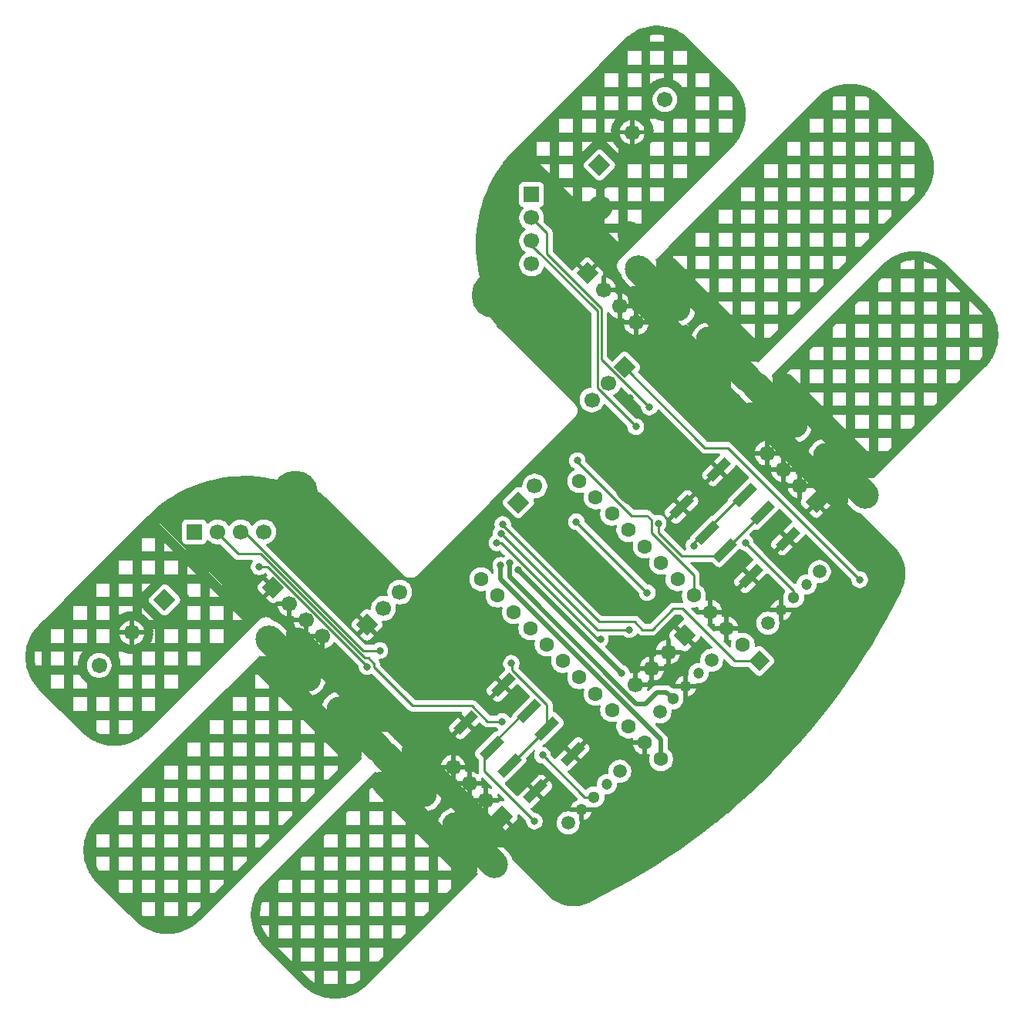
<source format=gbr>
G04 #@! TF.GenerationSoftware,KiCad,Pcbnew,9.0.2*
G04 #@! TF.CreationDate,2025-09-26T14:41:34-04:00*
G04 #@! TF.ProjectId,Trackball,54726163-6b62-4616-9c6c-2e6b69636164,rev?*
G04 #@! TF.SameCoordinates,Original*
G04 #@! TF.FileFunction,Copper,L1,Top*
G04 #@! TF.FilePolarity,Positive*
%FSLAX46Y46*%
G04 Gerber Fmt 4.6, Leading zero omitted, Abs format (unit mm)*
G04 Created by KiCad (PCBNEW 9.0.2) date 2025-09-26 14:41:34*
%MOMM*%
%LPD*%
G01*
G04 APERTURE LIST*
G04 Aperture macros list*
%AMHorizOval*
0 Thick line with rounded ends*
0 $1 width*
0 $2 $3 position (X,Y) of the first rounded end (center of the circle)*
0 $4 $5 position (X,Y) of the second rounded end (center of the circle)*
0 Add line between two ends*
20,1,$1,$2,$3,$4,$5,0*
0 Add two circle primitives to create the rounded ends*
1,1,$1,$2,$3*
1,1,$1,$4,$5*%
%AMRotRect*
0 Rectangle, with rotation*
0 The origin of the aperture is its center*
0 $1 length*
0 $2 width*
0 $3 Rotation angle, in degrees counterclockwise*
0 Add horizontal line*
21,1,$1,$2,0,0,$3*%
G04 Aperture macros list end*
G04 #@! TA.AperFunction,ComponentPad*
%ADD10RotRect,1.701800X1.701800X315.000000*%
G04 #@! TD*
G04 #@! TA.AperFunction,ComponentPad*
%ADD11C,1.701800*%
G04 #@! TD*
G04 #@! TA.AperFunction,ComponentPad*
%ADD12RotRect,1.700000X1.700000X45.000000*%
G04 #@! TD*
G04 #@! TA.AperFunction,ComponentPad*
%ADD13C,1.700000*%
G04 #@! TD*
G04 #@! TA.AperFunction,ComponentPad*
%ADD14RotRect,1.700000X1.700000X315.000000*%
G04 #@! TD*
G04 #@! TA.AperFunction,ComponentPad*
%ADD15HorizOval,3.000000X2.121320X-2.121320X-2.121320X2.121320X0*%
G04 #@! TD*
G04 #@! TA.AperFunction,ComponentPad*
%ADD16HorizOval,2.500000X4.419417X-4.419417X-4.419417X4.419417X0*%
G04 #@! TD*
G04 #@! TA.AperFunction,ComponentPad*
%ADD17C,7.000000*%
G04 #@! TD*
G04 #@! TA.AperFunction,SMDPad,CuDef*
%ADD18RotRect,2.800000X1.000000X45.000000*%
G04 #@! TD*
G04 #@! TA.AperFunction,ComponentPad*
%ADD19RotRect,1.700000X1.700000X135.000000*%
G04 #@! TD*
G04 #@! TA.AperFunction,ComponentPad*
%ADD20RotRect,1.600000X1.600000X135.000000*%
G04 #@! TD*
G04 #@! TA.AperFunction,ComponentPad*
%ADD21C,1.600000*%
G04 #@! TD*
G04 #@! TA.AperFunction,ComponentPad*
%ADD22C,5.000000*%
G04 #@! TD*
G04 #@! TA.AperFunction,SMDPad,CuDef*
%ADD23RotRect,2.800000X1.000000X225.000000*%
G04 #@! TD*
G04 #@! TA.AperFunction,ComponentPad*
%ADD24RotRect,1.701800X1.701800X135.000000*%
G04 #@! TD*
G04 #@! TA.AperFunction,ComponentPad*
%ADD25R,1.700000X1.700000*%
G04 #@! TD*
G04 #@! TA.AperFunction,ComponentPad*
%ADD26C,1.300000*%
G04 #@! TD*
G04 #@! TA.AperFunction,ComponentPad*
%ADD27C,1.200000*%
G04 #@! TD*
G04 #@! TA.AperFunction,ComponentPad*
%ADD28C,1.500000*%
G04 #@! TD*
G04 #@! TA.AperFunction,ViaPad*
%ADD29C,0.800000*%
G04 #@! TD*
G04 #@! TA.AperFunction,Conductor*
%ADD30C,0.500000*%
G04 #@! TD*
G04 #@! TA.AperFunction,Conductor*
%ADD31C,0.250000*%
G04 #@! TD*
G04 APERTURE END LIST*
D10*
X87858229Y-84637438D03*
D11*
X84266127Y-88229540D03*
X80674024Y-91821643D03*
D12*
X134263526Y-48783589D03*
D13*
X136059577Y-50579640D03*
X137855628Y-52375691D03*
X139651680Y-54171743D03*
D12*
X99779342Y-83267772D03*
D13*
X101575393Y-85063823D03*
X103371444Y-86859874D03*
X105167496Y-88655926D03*
D14*
X144954273Y-88570366D03*
D13*
X143158222Y-90366417D03*
X141362171Y-92162468D03*
X139566119Y-93958520D03*
D15*
X154845990Y-63262307D03*
D16*
X160326067Y-65560404D03*
X157144087Y-68742384D03*
D15*
X162624164Y-71040481D03*
D17*
X130592228Y-54140630D03*
D18*
X149383591Y-79189887D03*
X153484810Y-75088668D03*
X152212018Y-82018314D03*
X156313237Y-77917095D03*
D19*
X110086131Y-87374648D03*
D13*
X111882182Y-85578597D03*
X113678233Y-83782546D03*
D20*
X153148933Y-91348588D03*
D21*
X151352882Y-89552537D03*
X149556831Y-87756486D03*
X147760780Y-85960434D03*
X145964729Y-84164383D03*
X144168677Y-82368332D03*
X142372626Y-80572281D03*
X140576575Y-78776229D03*
X138780524Y-76980178D03*
X136984472Y-75184127D03*
X135188421Y-73388076D03*
X133392370Y-71592025D03*
X122616063Y-82368332D03*
X124412114Y-84164383D03*
X126208165Y-85960434D03*
X128004216Y-87756486D03*
X129800267Y-89552537D03*
X131596319Y-91348588D03*
X133392370Y-93144639D03*
X135188421Y-94940691D03*
X136984472Y-96736742D03*
X138780524Y-98532793D03*
X140576575Y-100328844D03*
X142372626Y-102124895D03*
D22*
X124016134Y-51184923D03*
D23*
X127887544Y-96796846D03*
X123786325Y-100898065D03*
X125059117Y-93968419D03*
X120957898Y-98069638D03*
D14*
X138370402Y-59090377D03*
D13*
X136574351Y-60886428D03*
X134778300Y-62682479D03*
D17*
X140491722Y-71111192D03*
D23*
X151540266Y-73144124D03*
X147439047Y-77245343D03*
X148711839Y-70315697D03*
X144610620Y-74416916D03*
D15*
X101459428Y-91051604D03*
D16*
X106939505Y-93349701D03*
X103757525Y-96531681D03*
D15*
X109237602Y-98829778D03*
D22*
X102180677Y-72992096D03*
D17*
X122106946Y-89495969D03*
D18*
X125730869Y-102842609D03*
X129832088Y-98741390D03*
X128559296Y-105671036D03*
X132660515Y-101569817D03*
D15*
X114187351Y-103779526D03*
D16*
X119667428Y-106077623D03*
X116485448Y-109259603D03*
D15*
X121965525Y-111557700D03*
X142047358Y-50463675D03*
D16*
X147527435Y-52761772D03*
X144345455Y-55943752D03*
D15*
X149825532Y-58241849D03*
D24*
X135610564Y-36885103D03*
D11*
X139202666Y-33293001D03*
X142794769Y-29700898D03*
D17*
X105136383Y-79596474D03*
D12*
X124924060Y-108412489D03*
D13*
X123128009Y-106616438D03*
X121331958Y-104820387D03*
X119535906Y-103024335D03*
D12*
X159408243Y-73928306D03*
D13*
X157612192Y-72132255D03*
X155816141Y-70336204D03*
X154020089Y-68540152D03*
D25*
X91127112Y-77164026D03*
D13*
X93667112Y-77164026D03*
X96207111Y-77164026D03*
X98747112Y-77164026D03*
D26*
X143673703Y-95506376D03*
X145087917Y-94092162D03*
D27*
X146502130Y-92677949D03*
D28*
X142259489Y-96920590D03*
X147916344Y-91263735D03*
D25*
X128159780Y-40139915D03*
D13*
X128159780Y-42679915D03*
X128159780Y-45219914D03*
X128159780Y-47759915D03*
D26*
X155517742Y-85783658D03*
X156931956Y-84369444D03*
D27*
X158346169Y-82955231D03*
D28*
X154103528Y-87197872D03*
X159760383Y-81541017D03*
D14*
X126703140Y-73939619D03*
D13*
X128499191Y-72143568D03*
D26*
X133597431Y-107703968D03*
X135011645Y-106289754D03*
D27*
X136425858Y-104875541D03*
D28*
X132183217Y-109118182D03*
X137840072Y-103461327D03*
D29*
X139607839Y-80480357D03*
X127763800Y-90910182D03*
X130769004Y-93561833D03*
X150391217Y-64040124D03*
X138900732Y-44417911D03*
X116626869Y-82248124D03*
X137954857Y-78901861D03*
X164533353Y-85253328D03*
X135365198Y-98511580D03*
X130061897Y-75530610D03*
X160997819Y-88788862D03*
X133243878Y-65631115D03*
X157462285Y-95859930D03*
X139784616Y-110002065D03*
X130415451Y-68459542D03*
X132784259Y-44453267D03*
X146855684Y-60504591D03*
X157462285Y-92324396D03*
X153926751Y-99395464D03*
X135011645Y-75884163D03*
X136249082Y-113537599D03*
X135683396Y-41554129D03*
X145034647Y-108181029D03*
X124405043Y-74469950D03*
X143320150Y-56969057D03*
X130945781Y-79950027D03*
X138934679Y-62483081D03*
X150391217Y-102930997D03*
X135541975Y-84546221D03*
X133597431Y-82601677D03*
X146855684Y-106466531D03*
X137309742Y-89142415D03*
X126665171Y-81361626D03*
X138016849Y-92677949D03*
X138900732Y-87904978D03*
X124794096Y-77397468D03*
X164179800Y-82424901D03*
X124984917Y-76364950D03*
X98242092Y-81010687D03*
X110086131Y-91970842D03*
X124935373Y-97981250D03*
X139607839Y-65631115D03*
X141082162Y-63457468D03*
X125777249Y-80579247D03*
X124758597Y-80833911D03*
X135718752Y-88965639D03*
X124347011Y-78381714D03*
X111500344Y-90203075D03*
X128470907Y-108941405D03*
X133175984Y-69343425D03*
X140845276Y-83839114D03*
X145971800Y-78712590D03*
X133067101Y-76060940D03*
X142070276Y-76220039D03*
X125928140Y-91599613D03*
X129354791Y-101693561D03*
X151628654Y-78359037D03*
X87858229Y-84637438D03*
D30*
X135683396Y-41554129D02*
X132784259Y-44453267D01*
X126700526Y-81361626D02*
X126665171Y-81361626D01*
X138016849Y-92677949D02*
X126700526Y-81361626D01*
D31*
X124857688Y-77397468D02*
X124794096Y-77397468D01*
X135365198Y-87904978D02*
X124857688Y-77397468D01*
X138900732Y-87904978D02*
X135365198Y-87904978D01*
X149684111Y-67929212D02*
X164179800Y-82424901D01*
X147209237Y-67929212D02*
X149684111Y-67929212D01*
X138370402Y-59090377D02*
X147209237Y-67929212D01*
X140347484Y-87904978D02*
X139463601Y-87021095D01*
X135541975Y-87021095D02*
X124984917Y-76464037D01*
X153148934Y-91348588D02*
X150476070Y-91348588D01*
X144734363Y-85606881D02*
X143673703Y-85606881D01*
X141375606Y-87904978D02*
X140347484Y-87904978D01*
X113734802Y-83839114D02*
X113975218Y-83839114D01*
X124984917Y-76464037D02*
X124984917Y-76364950D01*
X150476070Y-91348588D02*
X144734363Y-85606881D01*
X139463601Y-87021095D02*
X135541975Y-87021095D01*
X143673703Y-85606881D02*
X141375606Y-87904978D01*
X113678233Y-83782546D02*
X113734802Y-83839114D01*
X110086131Y-91911445D02*
X99185373Y-81010687D01*
X99185373Y-81010687D02*
X98242092Y-81010687D01*
X110086131Y-91970842D02*
X110086131Y-91911445D01*
X110861131Y-91649827D02*
X110861131Y-92038736D01*
X123310442Y-97981250D02*
X124935373Y-97981250D01*
X98418869Y-79596474D02*
X109841461Y-91019065D01*
X110861131Y-92038736D02*
X115087497Y-96265102D01*
X121594294Y-96265102D02*
X123310442Y-97981250D01*
X115087497Y-96265102D02*
X121594294Y-96265102D01*
X95943995Y-79596474D02*
X98418869Y-79596474D01*
X109841461Y-91019065D02*
X110230369Y-91019065D01*
X110230369Y-91019065D02*
X110861131Y-91649827D01*
X93822675Y-77475153D02*
X95943995Y-79596474D01*
X135365198Y-52903193D02*
X135365198Y-61388474D01*
X128159780Y-45697775D02*
X135365198Y-52903193D01*
X128159780Y-45219915D02*
X128159780Y-45697775D01*
X135365198Y-61388474D02*
X139607839Y-65631115D01*
X129822968Y-46653855D02*
X135815198Y-52646086D01*
X135815198Y-52646086D02*
X135815198Y-58198288D01*
X135815198Y-58198288D02*
X141074378Y-63457468D01*
X141074378Y-63457468D02*
X141082162Y-63457468D01*
X129822968Y-44343102D02*
X129822968Y-46653855D01*
X128159780Y-42679915D02*
X129822968Y-44343102D01*
D30*
X141905936Y-94799269D02*
X140668499Y-96036706D01*
X140668499Y-96036706D02*
X139677135Y-96036706D01*
X143673703Y-95506376D02*
X142966596Y-94799269D01*
X125777249Y-82136820D02*
X125777249Y-80579247D01*
X139677135Y-96036706D02*
X125777249Y-82136820D01*
X142966596Y-94799269D02*
X141905936Y-94799269D01*
X142372627Y-102124896D02*
X142372627Y-100004990D01*
X142372627Y-100004990D02*
X124758597Y-82390960D01*
X124758597Y-82390960D02*
X124758597Y-80833911D01*
D31*
X96207111Y-77164026D02*
X96622818Y-77164026D01*
X96622818Y-77164026D02*
X109661867Y-90203075D01*
X135365198Y-88965639D02*
X124781274Y-78381714D01*
X124781274Y-78381714D02*
X124347011Y-78381714D01*
X109661867Y-90203075D02*
X111500344Y-90203075D01*
X135718752Y-88965639D02*
X135365198Y-88965639D01*
X127710767Y-96620069D02*
X123609548Y-100721289D01*
X123609548Y-100721289D02*
X122973152Y-101357685D01*
X122973152Y-103443650D02*
X128470907Y-108941405D01*
X128117354Y-96213483D02*
X127710767Y-96620069D01*
X122973152Y-101357685D02*
X122973152Y-103443650D01*
X141295276Y-77266130D02*
X141295276Y-75874544D01*
X145964729Y-81935583D02*
X141295276Y-77266130D01*
X133175984Y-69452308D02*
X133175984Y-69343425D01*
X140824911Y-75404178D02*
X139127854Y-75404178D01*
X139127854Y-75404178D02*
X133175984Y-69452308D01*
X145964729Y-84164383D02*
X145964729Y-81935583D01*
X141295276Y-75874544D02*
X140824911Y-75404178D01*
X151363489Y-72967348D02*
X147262270Y-77068567D01*
X140845276Y-83839114D02*
X133067101Y-76060940D01*
X147262270Y-77068567D02*
X146625874Y-77704963D01*
X147262270Y-77068567D02*
X145971800Y-78359037D01*
X145971800Y-78359037D02*
X145971800Y-78712590D01*
X149383590Y-79189887D02*
X148747194Y-79826283D01*
X153484810Y-75088668D02*
X149383590Y-79189887D01*
X142070276Y-77250585D02*
X142070276Y-76220039D01*
X148747194Y-79826283D02*
X144645975Y-79826283D01*
X144645975Y-79826283D02*
X142070276Y-77250585D01*
X125730868Y-102842609D02*
X129832088Y-98741390D01*
X129832088Y-96160450D02*
X125996033Y-92324396D01*
X125996033Y-91667506D02*
X125928140Y-91599613D01*
X125996033Y-92324396D02*
X125996033Y-91667506D01*
X129832088Y-98741390D02*
X129832088Y-96160450D01*
X133950985Y-106289755D02*
X135011645Y-106289755D01*
X129354791Y-101693561D02*
X133950985Y-106289755D01*
X156931955Y-83662338D02*
X151628654Y-78359037D01*
X156931955Y-84369444D02*
X156931955Y-83662338D01*
G04 #@! TA.AperFunction,Conductor*
G36*
X124543124Y-105928378D02*
G01*
X124592436Y-105958838D01*
X125131390Y-106497792D01*
X125165416Y-106560104D01*
X125160351Y-106630919D01*
X125117804Y-106687755D01*
X125051284Y-106712566D01*
X125024364Y-106711605D01*
X124924060Y-106697184D01*
X124779467Y-106717973D01*
X124646589Y-106778657D01*
X124613649Y-106805201D01*
X124571936Y-106851637D01*
X124505721Y-106870438D01*
X123558712Y-106870438D01*
X123593934Y-106809431D01*
X123628009Y-106682264D01*
X123628009Y-106550612D01*
X123593934Y-106423445D01*
X123558712Y-106362438D01*
X124462706Y-106362438D01*
X124452568Y-106298433D01*
X124384987Y-106090439D01*
X124386274Y-106090020D01*
X124379342Y-106025569D01*
X124411117Y-105962080D01*
X124472173Y-105925849D01*
X124543124Y-105928378D01*
G37*
G04 #@! TD.AperFunction*
G04 #@! TA.AperFunction,Conductor*
G36*
X122747073Y-104132327D02*
G01*
X122796385Y-104162787D01*
X123785608Y-105152010D01*
X123819634Y-105214322D01*
X123814569Y-105285137D01*
X123772022Y-105341973D01*
X123705502Y-105366784D01*
X123654322Y-105358492D01*
X123654008Y-105359460D01*
X123446013Y-105291878D01*
X123382009Y-105281740D01*
X123382009Y-106185735D01*
X123321002Y-106150513D01*
X123193835Y-106116438D01*
X123062183Y-106116438D01*
X122935016Y-106150513D01*
X122874009Y-106185735D01*
X122874009Y-105281740D01*
X122809993Y-105291880D01*
X122807944Y-105292372D01*
X122807142Y-105292331D01*
X122805121Y-105292652D01*
X122805053Y-105292227D01*
X122737036Y-105288817D01*
X122679308Y-105247490D01*
X122653086Y-105181513D01*
X122655823Y-105143287D01*
X122655744Y-105143275D01*
X122655890Y-105142350D01*
X122656028Y-105140430D01*
X122656517Y-105138391D01*
X122666656Y-105074387D01*
X121762661Y-105074387D01*
X121797883Y-105013380D01*
X121831958Y-104886213D01*
X121831958Y-104754561D01*
X121797883Y-104627394D01*
X121762661Y-104566387D01*
X122666655Y-104566387D01*
X122656517Y-104502382D01*
X122588936Y-104294388D01*
X122590223Y-104293969D01*
X122583291Y-104229518D01*
X122615066Y-104166029D01*
X122676122Y-104129798D01*
X122747073Y-104132327D01*
G37*
G04 #@! TD.AperFunction*
G04 #@! TA.AperFunction,Conductor*
G36*
X146864206Y-88632628D02*
G01*
X148021718Y-89790140D01*
X148055744Y-89852452D01*
X148050679Y-89923267D01*
X148008132Y-89980103D01*
X147941612Y-90004914D01*
X147932623Y-90005235D01*
X147817298Y-90005235D01*
X147621644Y-90036223D01*
X147621641Y-90036223D01*
X147621640Y-90036224D01*
X147433247Y-90097437D01*
X147433245Y-90097438D01*
X147256742Y-90187371D01*
X147096483Y-90303806D01*
X146956415Y-90443874D01*
X146839980Y-90604133D01*
X146750047Y-90780636D01*
X146750046Y-90780638D01*
X146713234Y-90893935D01*
X146688832Y-90969035D01*
X146657844Y-91164689D01*
X146657844Y-91362781D01*
X146667499Y-91423739D01*
X146658399Y-91494150D01*
X146612677Y-91548464D01*
X146544849Y-91569436D01*
X146543050Y-91569449D01*
X146414889Y-91569449D01*
X146242556Y-91596744D01*
X146242553Y-91596744D01*
X146242552Y-91596745D01*
X146076618Y-91650659D01*
X146076612Y-91650662D01*
X145921145Y-91729877D01*
X145779988Y-91832434D01*
X145779985Y-91832436D01*
X145656617Y-91955804D01*
X145656615Y-91955807D01*
X145554058Y-92096964D01*
X145474843Y-92252431D01*
X145474840Y-92252437D01*
X145420926Y-92418371D01*
X145420925Y-92418375D01*
X145393630Y-92590708D01*
X145393630Y-92765190D01*
X145396031Y-92780349D01*
X145403602Y-92828151D01*
X145394502Y-92898562D01*
X145360984Y-92943672D01*
X145341917Y-92959956D01*
X145341917Y-93780476D01*
X145333523Y-93772082D01*
X145242311Y-93719421D01*
X145140578Y-93692162D01*
X145035256Y-93692162D01*
X144933523Y-93719421D01*
X144842311Y-93772082D01*
X144833917Y-93780476D01*
X144833917Y-92959956D01*
X144816751Y-92962675D01*
X144643403Y-93018999D01*
X144643397Y-93019002D01*
X144480989Y-93101753D01*
X144333527Y-93208891D01*
X144333524Y-93208893D01*
X144204648Y-93337769D01*
X144204646Y-93337772D01*
X144097508Y-93485234D01*
X144014757Y-93647642D01*
X144014754Y-93647648D01*
X143958430Y-93820996D01*
X143955711Y-93838162D01*
X144776231Y-93838162D01*
X144767837Y-93846556D01*
X144715176Y-93937768D01*
X144687917Y-94039501D01*
X144687917Y-94144823D01*
X144715176Y-94246556D01*
X144767837Y-94337768D01*
X144776231Y-94346162D01*
X143938411Y-94346162D01*
X143918057Y-94359448D01*
X143911848Y-94360142D01*
X143908659Y-94361890D01*
X143891813Y-94362383D01*
X143872891Y-94364500D01*
X143867417Y-94364116D01*
X143764879Y-94347876D01*
X143635661Y-94347876D01*
X143631266Y-94347568D01*
X143601951Y-94336682D01*
X143571953Y-94327874D01*
X143566588Y-94323550D01*
X143564710Y-94322853D01*
X143563158Y-94320786D01*
X143550979Y-94310971D01*
X143450115Y-94210107D01*
X143450111Y-94210103D01*
X143325880Y-94127095D01*
X143187843Y-94069918D01*
X143114572Y-94055343D01*
X143114571Y-94055342D01*
X143041307Y-94040769D01*
X143041302Y-94040769D01*
X141831230Y-94040769D01*
X141831224Y-94040769D01*
X141757960Y-94055342D01*
X141757960Y-94055343D01*
X141721324Y-94062630D01*
X141684688Y-94069918D01*
X141640406Y-94088261D01*
X141546651Y-94127095D01*
X141432845Y-94203138D01*
X141432844Y-94203139D01*
X141422420Y-94210103D01*
X141037825Y-94594698D01*
X140975513Y-94628723D01*
X140904697Y-94623658D01*
X140847862Y-94581111D01*
X140823051Y-94514591D01*
X140828897Y-94466665D01*
X140890678Y-94276522D01*
X140900817Y-94212520D01*
X139996822Y-94212520D01*
X140032044Y-94151513D01*
X140066119Y-94024346D01*
X140066119Y-93892694D01*
X140032044Y-93765527D01*
X139996822Y-93704520D01*
X140900816Y-93704520D01*
X140890679Y-93640520D01*
X140890189Y-93638479D01*
X140890229Y-93637677D01*
X140889905Y-93635632D01*
X140890334Y-93635563D01*
X140893730Y-93567570D01*
X140935044Y-93509833D01*
X141001016Y-93483597D01*
X141039269Y-93486332D01*
X141039282Y-93486254D01*
X141040198Y-93486399D01*
X141042126Y-93486537D01*
X141044173Y-93487028D01*
X141108171Y-93497164D01*
X141108171Y-92593170D01*
X141169178Y-92628393D01*
X141296345Y-92662468D01*
X141427997Y-92662468D01*
X141555164Y-92628393D01*
X141616171Y-92593170D01*
X141616171Y-93497164D01*
X141680172Y-93487028D01*
X141883457Y-93420977D01*
X141883463Y-93420974D01*
X142073921Y-93323931D01*
X142246850Y-93198290D01*
X142397993Y-93047147D01*
X142523634Y-92874218D01*
X142620677Y-92683760D01*
X142620680Y-92683754D01*
X142686730Y-92480472D01*
X142696869Y-92416468D01*
X141792874Y-92416468D01*
X141828096Y-92355461D01*
X141862171Y-92228294D01*
X141862171Y-92096642D01*
X141828096Y-91969475D01*
X141792874Y-91908468D01*
X142696868Y-91908468D01*
X142686730Y-91844462D01*
X142686240Y-91842420D01*
X142686280Y-91841619D01*
X142685957Y-91839580D01*
X142686385Y-91839512D01*
X142689786Y-91771512D01*
X142731105Y-91713777D01*
X142797078Y-91687547D01*
X142835320Y-91690281D01*
X142835333Y-91690203D01*
X142836244Y-91690347D01*
X142838170Y-91690485D01*
X142840218Y-91690976D01*
X142904222Y-91701113D01*
X142904222Y-90797119D01*
X142965229Y-90832342D01*
X143092396Y-90866417D01*
X143224048Y-90866417D01*
X143351215Y-90832342D01*
X143412222Y-90797119D01*
X143412222Y-91701113D01*
X143476223Y-91690977D01*
X143679508Y-91624926D01*
X143679514Y-91624923D01*
X143869972Y-91527880D01*
X144042901Y-91402239D01*
X144194044Y-91251096D01*
X144319685Y-91078167D01*
X144416728Y-90887709D01*
X144416731Y-90887703D01*
X144482781Y-90684421D01*
X144492920Y-90620417D01*
X143588925Y-90620417D01*
X143624147Y-90559410D01*
X143658222Y-90432243D01*
X143658222Y-90300591D01*
X143624147Y-90173424D01*
X143588925Y-90112417D01*
X144535935Y-90112417D01*
X144604056Y-90132419D01*
X144644210Y-90177932D01*
X144676800Y-90204195D01*
X144676807Y-90204200D01*
X144809681Y-90264881D01*
X144809680Y-90264881D01*
X144954273Y-90285670D01*
X145098865Y-90264881D01*
X145231742Y-90204198D01*
X145279121Y-90166018D01*
X145279140Y-90166001D01*
X145734919Y-89710223D01*
X145734919Y-89710221D01*
X145079221Y-89054523D01*
X145147266Y-89036291D01*
X145261280Y-88970465D01*
X145354372Y-88877373D01*
X145420198Y-88763359D01*
X145438430Y-88695314D01*
X146094128Y-89351012D01*
X146094130Y-89351012D01*
X146549908Y-88895233D01*
X146549925Y-88895214D01*
X146588105Y-88847835D01*
X146648788Y-88714957D01*
X146648789Y-88714954D01*
X146650393Y-88703798D01*
X146679882Y-88639216D01*
X146739606Y-88600829D01*
X146810603Y-88600825D01*
X146864206Y-88632628D01*
G37*
G04 #@! TD.AperFunction*
G04 #@! TA.AperFunction,Conductor*
G36*
X144487890Y-86260383D02*
G01*
X144508864Y-86277286D01*
X144892010Y-86660432D01*
X144926036Y-86722744D01*
X144920971Y-86793559D01*
X144878424Y-86850395D01*
X144820847Y-86874244D01*
X144809687Y-86875848D01*
X144809681Y-86875850D01*
X144676803Y-86936533D01*
X144629424Y-86974713D01*
X144629405Y-86974730D01*
X144173627Y-87430509D01*
X144173627Y-87430510D01*
X144829325Y-88086208D01*
X144761280Y-88104441D01*
X144647266Y-88170267D01*
X144554174Y-88263359D01*
X144488348Y-88377373D01*
X144470115Y-88445417D01*
X143814418Y-87789720D01*
X143814416Y-87789720D01*
X143358637Y-88245498D01*
X143358620Y-88245517D01*
X143320440Y-88292896D01*
X143259757Y-88425773D01*
X143238968Y-88570366D01*
X143259757Y-88714958D01*
X143320441Y-88847836D01*
X143346986Y-88880777D01*
X143393418Y-88922485D01*
X143412222Y-88988704D01*
X143412222Y-89935714D01*
X143351215Y-89900492D01*
X143224048Y-89866417D01*
X143092396Y-89866417D01*
X142965229Y-89900492D01*
X142904222Y-89935714D01*
X142904222Y-89031719D01*
X142840217Y-89041857D01*
X142636935Y-89107907D01*
X142636929Y-89107910D01*
X142446471Y-89204953D01*
X142273542Y-89330594D01*
X142122399Y-89481737D01*
X141996758Y-89654666D01*
X141899715Y-89845124D01*
X141899712Y-89845130D01*
X141833662Y-90048412D01*
X141823524Y-90112417D01*
X142727519Y-90112417D01*
X142692297Y-90173424D01*
X142658222Y-90300591D01*
X142658222Y-90432243D01*
X142692297Y-90559410D01*
X142727519Y-90620417D01*
X141823524Y-90620417D01*
X141833663Y-90684430D01*
X141834155Y-90686477D01*
X141834114Y-90687277D01*
X141834436Y-90689305D01*
X141834009Y-90689372D01*
X141833703Y-90695486D01*
X141837060Y-90703862D01*
X141831954Y-90730398D01*
X141830602Y-90757385D01*
X141825350Y-90764721D01*
X141823646Y-90773580D01*
X141805005Y-90793142D01*
X141789277Y-90815115D01*
X141780894Y-90818447D01*
X141774670Y-90824979D01*
X141741380Y-90838319D01*
X141616171Y-90868737D01*
X141616171Y-91731765D01*
X141555164Y-91696543D01*
X141427997Y-91662468D01*
X141296345Y-91662468D01*
X141169178Y-91696543D01*
X141108171Y-91731765D01*
X141108171Y-90827770D01*
X141044166Y-90837908D01*
X140840884Y-90903958D01*
X140840878Y-90903961D01*
X140650420Y-91001004D01*
X140477491Y-91126645D01*
X140326348Y-91277788D01*
X140200707Y-91450717D01*
X140103664Y-91641175D01*
X140103661Y-91641181D01*
X140037611Y-91844463D01*
X140027473Y-91908468D01*
X140931468Y-91908468D01*
X140896246Y-91969475D01*
X140862171Y-92096642D01*
X140862171Y-92228294D01*
X140896246Y-92355461D01*
X140931468Y-92416468D01*
X140027473Y-92416468D01*
X140037613Y-92480483D01*
X140038105Y-92482533D01*
X140038064Y-92483334D01*
X140038385Y-92485356D01*
X140037960Y-92485423D01*
X140037653Y-92491540D01*
X140041009Y-92499914D01*
X140035903Y-92526451D01*
X140034550Y-92553441D01*
X140029298Y-92560776D01*
X140027595Y-92569632D01*
X140008953Y-92589195D01*
X139993223Y-92611169D01*
X139984842Y-92614499D01*
X139978619Y-92621031D01*
X139945329Y-92634371D01*
X139820119Y-92664789D01*
X139820119Y-93527817D01*
X139759112Y-93492595D01*
X139631945Y-93458520D01*
X139500293Y-93458520D01*
X139373126Y-93492595D01*
X139312119Y-93527817D01*
X139312119Y-92623822D01*
X139248112Y-92633960D01*
X139088294Y-92685888D01*
X139017327Y-92687915D01*
X138956529Y-92651253D01*
X138925780Y-92590637D01*
X138921458Y-92568908D01*
X138890436Y-92412949D01*
X138821951Y-92247613D01*
X138722527Y-92098814D01*
X138595984Y-91972271D01*
X138447185Y-91872847D01*
X138281849Y-91804362D01*
X138237060Y-91795452D01*
X138174152Y-91762544D01*
X138172550Y-91760969D01*
X136277573Y-89865992D01*
X136243547Y-89803680D01*
X136248612Y-89732865D01*
X136291159Y-89676029D01*
X136296647Y-89672144D01*
X136297887Y-89671317D01*
X136424430Y-89544774D01*
X136523854Y-89395975D01*
X136592339Y-89230639D01*
X136627252Y-89055118D01*
X136627252Y-88876160D01*
X136592339Y-88700639D01*
X136592337Y-88700636D01*
X136591131Y-88694569D01*
X136592404Y-88694315D01*
X136591832Y-88630057D01*
X136629682Y-88569992D01*
X136693998Y-88539925D01*
X136713039Y-88538478D01*
X138197229Y-88538478D01*
X138265350Y-88558480D01*
X138286324Y-88575383D01*
X138321597Y-88610656D01*
X138470396Y-88710080D01*
X138635732Y-88778565D01*
X138811253Y-88813478D01*
X138811254Y-88813478D01*
X138990210Y-88813478D01*
X138990211Y-88813478D01*
X139165732Y-88778565D01*
X139331068Y-88710080D01*
X139479867Y-88610656D01*
X139606410Y-88484113D01*
X139691066Y-88357414D01*
X139745541Y-88311889D01*
X139815984Y-88303040D01*
X139880028Y-88333681D01*
X139884925Y-88338323D01*
X139943651Y-88397049D01*
X140047409Y-88466378D01*
X140162699Y-88514133D01*
X140285090Y-88538478D01*
X140285091Y-88538478D01*
X141437999Y-88538478D01*
X141438000Y-88538478D01*
X141560391Y-88514133D01*
X141675681Y-88466378D01*
X141779439Y-88397049D01*
X143899202Y-86277286D01*
X143961514Y-86243260D01*
X143988297Y-86240381D01*
X144419769Y-86240381D01*
X144487890Y-86260383D01*
G37*
G04 #@! TD.AperFunction*
G04 #@! TA.AperFunction,Conductor*
G36*
X149810831Y-89040560D02*
G01*
X149863113Y-89032280D01*
X149863120Y-89032278D01*
X149944299Y-89005902D01*
X150015267Y-89003874D01*
X150076065Y-89040536D01*
X150107390Y-89104248D01*
X150103069Y-89164671D01*
X150076603Y-89246124D01*
X150076602Y-89246127D01*
X150076602Y-89246129D01*
X150046627Y-89435386D01*
X150044382Y-89449559D01*
X150044382Y-89655517D01*
X150052498Y-89706764D01*
X150043398Y-89777175D01*
X149997675Y-89831488D01*
X149929847Y-89852460D01*
X149861447Y-89833432D01*
X149838954Y-89815568D01*
X149270371Y-89246985D01*
X149236345Y-89184673D01*
X149241410Y-89113858D01*
X149277635Y-89062079D01*
X149302831Y-89040559D01*
X149302831Y-88244924D01*
X149344539Y-88269004D01*
X149484422Y-88306486D01*
X149629240Y-88306486D01*
X149769123Y-88269004D01*
X149810831Y-88244924D01*
X149810831Y-89040560D01*
G37*
G04 #@! TD.AperFunction*
G04 #@! TA.AperFunction,Conductor*
G36*
X148014780Y-87244508D02*
G01*
X148067062Y-87236228D01*
X148067069Y-87236226D01*
X148148835Y-87209659D01*
X148219802Y-87207631D01*
X148280601Y-87244293D01*
X148311926Y-87308005D01*
X148307605Y-87368428D01*
X148281039Y-87450190D01*
X148272757Y-87502486D01*
X149068393Y-87502486D01*
X149044313Y-87544194D01*
X149006831Y-87684077D01*
X149006831Y-87828895D01*
X149044313Y-87968778D01*
X149068393Y-88010486D01*
X148272756Y-88010486D01*
X148251237Y-88035681D01*
X148191786Y-88074490D01*
X148120791Y-88074996D01*
X148066331Y-88042945D01*
X147474319Y-87450933D01*
X147440293Y-87388621D01*
X147445358Y-87317806D01*
X147481584Y-87266027D01*
X147506780Y-87244507D01*
X147506780Y-86448872D01*
X147548488Y-86472952D01*
X147688371Y-86510434D01*
X147833189Y-86510434D01*
X147973072Y-86472952D01*
X148014780Y-86448872D01*
X148014780Y-87244508D01*
G37*
G04 #@! TD.AperFunction*
G04 #@! TA.AperFunction,Conductor*
G36*
X146484359Y-85448831D02*
G01*
X146515685Y-85512543D01*
X146511363Y-85572965D01*
X146484988Y-85654138D01*
X146476706Y-85706434D01*
X147272342Y-85706434D01*
X147248262Y-85748142D01*
X147210780Y-85888025D01*
X147210780Y-86032843D01*
X147248262Y-86172726D01*
X147272342Y-86214434D01*
X146476704Y-86214434D01*
X146455186Y-86239629D01*
X146395736Y-86278438D01*
X146324741Y-86278946D01*
X146270280Y-86246894D01*
X145701695Y-85678309D01*
X145667669Y-85615997D01*
X145672734Y-85545182D01*
X145715281Y-85488346D01*
X145781801Y-85463535D01*
X145810498Y-85464765D01*
X145837335Y-85469016D01*
X145861746Y-85472883D01*
X145861748Y-85472883D01*
X146067707Y-85472883D01*
X146067710Y-85472883D01*
X146271137Y-85440663D01*
X146352594Y-85414195D01*
X146423561Y-85412168D01*
X146484359Y-85448831D01*
G37*
G04 #@! TD.AperFunction*
G04 #@! TA.AperFunction,Conductor*
G36*
X137934131Y-47160994D02*
G01*
X137847630Y-47247562D01*
X137847578Y-47247616D01*
X137844465Y-47250730D01*
X137844466Y-47250731D01*
X137840455Y-47254746D01*
X137840455Y-47254749D01*
X137807624Y-47287631D01*
X137807598Y-47287644D01*
X137807556Y-47287698D01*
X137781061Y-47314192D01*
X137781058Y-47314195D01*
X137678132Y-47461183D01*
X137602298Y-47623794D01*
X137602294Y-47623807D01*
X137555849Y-47797125D01*
X137555848Y-47797131D01*
X137540207Y-47975871D01*
X137540207Y-47975873D01*
X137540207Y-47975877D01*
X137554422Y-48138398D01*
X137555843Y-48154636D01*
X137602276Y-48327941D01*
X137602280Y-48327953D01*
X137678109Y-48490578D01*
X137781026Y-48637565D01*
X137781029Y-48637568D01*
X137819273Y-48675813D01*
X137819272Y-48675813D01*
X137836996Y-48693537D01*
X137836996Y-48693539D01*
X137892942Y-48749485D01*
X137935965Y-48792509D01*
X137955606Y-48812150D01*
X137988217Y-48868633D01*
X138020517Y-48989174D01*
X138020522Y-48989189D01*
X138121254Y-49232377D01*
X138121259Y-49232388D01*
X138252861Y-49460330D01*
X138252865Y-49460336D01*
X138413097Y-49669153D01*
X138413116Y-49669174D01*
X139020940Y-50276998D01*
X139040555Y-50268873D01*
X139040943Y-50267554D01*
X139094599Y-50221061D01*
X139146941Y-50209675D01*
X141007008Y-50209675D01*
X141519040Y-50717675D01*
X139461617Y-50717675D01*
X141793357Y-53049415D01*
X141793358Y-53049415D01*
X141793358Y-50989833D01*
X142301358Y-51493833D01*
X142301358Y-53364092D01*
X142281356Y-53432213D01*
X142244938Y-53463769D01*
X142234034Y-53490092D01*
X142841858Y-54097916D01*
X142841879Y-54097935D01*
X143050696Y-54258167D01*
X143050702Y-54258171D01*
X143278644Y-54389773D01*
X143278655Y-54389778D01*
X143521843Y-54490510D01*
X143521847Y-54490511D01*
X143776103Y-54558639D01*
X144037064Y-54592995D01*
X144037074Y-54592996D01*
X144300282Y-54592996D01*
X144300291Y-54592995D01*
X144561252Y-54558639D01*
X144815508Y-54490511D01*
X144815512Y-54490510D01*
X145058700Y-54389778D01*
X145058711Y-54389773D01*
X145160846Y-54330805D01*
X145434641Y-54602445D01*
X145960705Y-55124367D01*
X145899433Y-55230495D01*
X145899428Y-55230506D01*
X145798696Y-55473694D01*
X145798695Y-55473698D01*
X145730567Y-55727954D01*
X145696211Y-55988915D01*
X145696211Y-56252142D01*
X145730567Y-56513103D01*
X145798695Y-56767359D01*
X145798696Y-56767363D01*
X145899428Y-57010551D01*
X145899433Y-57010562D01*
X146031035Y-57238504D01*
X146031039Y-57238510D01*
X146191271Y-57447327D01*
X146191290Y-57447348D01*
X146799114Y-58055172D01*
X146818729Y-58047047D01*
X146819117Y-58045728D01*
X146872773Y-57999235D01*
X146925115Y-57987849D01*
X148846913Y-57987849D01*
X149358945Y-58495849D01*
X147239791Y-58495849D01*
X149571531Y-60827589D01*
X149571532Y-60827589D01*
X149571532Y-58706762D01*
X150079532Y-59210762D01*
X150079532Y-61142266D01*
X150059530Y-61210387D01*
X150023112Y-61241943D01*
X150012208Y-61268266D01*
X150620032Y-61876090D01*
X150620053Y-61876109D01*
X150828870Y-62036341D01*
X150828876Y-62036345D01*
X150940771Y-62100947D01*
X150986890Y-62147066D01*
X151051493Y-62258962D01*
X151051497Y-62258968D01*
X151211729Y-62467785D01*
X151211748Y-62467806D01*
X151819572Y-63075630D01*
X151839187Y-63067505D01*
X151839575Y-63066186D01*
X151893231Y-63019693D01*
X151945573Y-63008307D01*
X153907217Y-63008307D01*
X154317894Y-63415751D01*
X154419249Y-63516307D01*
X152260249Y-63516307D01*
X154591989Y-65848047D01*
X154591990Y-65848047D01*
X154591990Y-63687688D01*
X155099990Y-64191688D01*
X155099990Y-66162724D01*
X155079988Y-66230845D01*
X155043570Y-66262401D01*
X155032666Y-66288724D01*
X155640490Y-66896548D01*
X155640511Y-66896567D01*
X155849328Y-67056799D01*
X155849334Y-67056803D01*
X156077276Y-67188405D01*
X156077287Y-67188410D01*
X156320475Y-67289142D01*
X156320479Y-67289143D01*
X156574735Y-67357271D01*
X156835696Y-67391627D01*
X156835706Y-67391628D01*
X157098914Y-67391628D01*
X157098923Y-67391627D01*
X157359884Y-67357271D01*
X157614140Y-67289143D01*
X157614144Y-67289142D01*
X157857332Y-67188410D01*
X157857343Y-67188405D01*
X158023688Y-67092365D01*
X158765566Y-67828401D01*
X158796331Y-67858924D01*
X158698065Y-68029127D01*
X158698060Y-68029138D01*
X158597328Y-68272326D01*
X158597327Y-68272330D01*
X158529199Y-68526586D01*
X158494843Y-68787547D01*
X158494843Y-69050774D01*
X158529199Y-69311735D01*
X158597327Y-69565991D01*
X158597328Y-69565995D01*
X158698060Y-69809183D01*
X158698065Y-69809194D01*
X158829667Y-70037136D01*
X158829671Y-70037142D01*
X158989903Y-70245959D01*
X158989922Y-70245980D01*
X159597746Y-70853804D01*
X159617361Y-70845679D01*
X159617749Y-70844360D01*
X159671405Y-70797867D01*
X159723747Y-70786481D01*
X161747123Y-70786481D01*
X162259154Y-71294481D01*
X160038423Y-71294481D01*
X162370163Y-73626221D01*
X162370164Y-73626221D01*
X162370164Y-71404616D01*
X162878164Y-71908616D01*
X162878164Y-73940898D01*
X162858162Y-74009019D01*
X162821744Y-74040575D01*
X162810840Y-74066898D01*
X163418664Y-74674722D01*
X163418685Y-74674741D01*
X163627502Y-74834973D01*
X163627508Y-74834977D01*
X163855450Y-74966579D01*
X163855461Y-74966584D01*
X164098649Y-75067316D01*
X164219204Y-75099619D01*
X164275688Y-75132231D01*
X168054252Y-78910795D01*
X168058296Y-78915030D01*
X168301198Y-79181630D01*
X168308674Y-79190644D01*
X168324969Y-79212261D01*
X168499602Y-79443926D01*
X168523981Y-79476266D01*
X168530588Y-79485934D01*
X168709009Y-79775023D01*
X168718450Y-79790319D01*
X168724131Y-79800560D01*
X168882922Y-80121076D01*
X168887627Y-80131800D01*
X169015968Y-80465660D01*
X169019658Y-80476775D01*
X169116450Y-80821117D01*
X169119092Y-80832526D01*
X169183496Y-81184372D01*
X169185067Y-81195977D01*
X169216526Y-81552285D01*
X169217012Y-81563987D01*
X169215253Y-81921655D01*
X169214652Y-81933350D01*
X169179690Y-82289334D01*
X169178005Y-82300923D01*
X169110145Y-82652117D01*
X169107391Y-82663500D01*
X169007218Y-83006873D01*
X169003419Y-83017952D01*
X168870895Y-83352821D01*
X168868614Y-83358215D01*
X168729872Y-83666142D01*
X168727689Y-83670737D01*
X167995580Y-85134760D01*
X167994302Y-85137246D01*
X167229238Y-86585911D01*
X167227905Y-86588368D01*
X166430900Y-88019687D01*
X166429513Y-88022114D01*
X165600961Y-89435386D01*
X165599521Y-89437782D01*
X164739776Y-90832397D01*
X164738282Y-90834760D01*
X163847872Y-92209864D01*
X163846327Y-92212194D01*
X162925589Y-93567268D01*
X162923993Y-93569562D01*
X161973413Y-94903886D01*
X161971765Y-94906145D01*
X160991857Y-96219000D01*
X160990161Y-96221221D01*
X159981343Y-97512050D01*
X159979597Y-97514234D01*
X158942385Y-98782374D01*
X158940591Y-98784518D01*
X157875524Y-100029309D01*
X157873684Y-100031412D01*
X156781262Y-101252270D01*
X156779375Y-101254333D01*
X155660100Y-102450698D01*
X155658167Y-102452718D01*
X154512673Y-103623913D01*
X154510697Y-103625889D01*
X153339502Y-104771383D01*
X153337482Y-104773316D01*
X152141117Y-105892590D01*
X152139054Y-105894477D01*
X150918195Y-106986898D01*
X150916092Y-106988738D01*
X149671279Y-108053823D01*
X149669135Y-108055617D01*
X148401038Y-109092794D01*
X148398854Y-109094540D01*
X147108032Y-110103353D01*
X147105811Y-110105050D01*
X145792898Y-111085000D01*
X145790639Y-111086647D01*
X144456344Y-112037205D01*
X144454050Y-112038801D01*
X143099006Y-112959519D01*
X143096676Y-112961064D01*
X141721510Y-113851514D01*
X141719147Y-113853008D01*
X140324563Y-114712733D01*
X140322167Y-114714173D01*
X138908895Y-115542725D01*
X138906468Y-115544112D01*
X137475148Y-116341116D01*
X137472691Y-116342449D01*
X136024026Y-117107513D01*
X136021540Y-117108791D01*
X134556435Y-117841441D01*
X134553364Y-117842925D01*
X134465920Y-117883733D01*
X134450104Y-117891114D01*
X134445270Y-117893369D01*
X134439869Y-117895736D01*
X134102599Y-118034229D01*
X134091448Y-118038207D01*
X133745503Y-118143568D01*
X133734027Y-118146481D01*
X133379742Y-118218900D01*
X133368043Y-118220724D01*
X133008505Y-118259570D01*
X132996687Y-118260287D01*
X132635102Y-118265215D01*
X132623269Y-118264820D01*
X132262816Y-118235786D01*
X132251073Y-118234282D01*
X132131705Y-118213253D01*
X131894926Y-118171540D01*
X131883376Y-118168940D01*
X131534712Y-118073052D01*
X131523455Y-118069380D01*
X131185307Y-117941179D01*
X131174446Y-117936466D01*
X130983917Y-117842925D01*
X130849838Y-117777098D01*
X130839470Y-117771389D01*
X130531245Y-117582250D01*
X130521456Y-117575590D01*
X130232356Y-117358364D01*
X130223235Y-117350815D01*
X129954193Y-117105948D01*
X129949908Y-117101859D01*
X126057275Y-113209224D01*
X126024663Y-113152740D01*
X125992360Y-113032185D01*
X125891628Y-112788997D01*
X125891623Y-112788986D01*
X125760021Y-112561044D01*
X125760017Y-112561038D01*
X125599785Y-112352221D01*
X125599766Y-112352200D01*
X124991942Y-111744376D01*
X124972327Y-111752501D01*
X124971940Y-111753821D01*
X124918284Y-111800314D01*
X124865942Y-111811700D01*
X123400632Y-111811700D01*
X122884568Y-111303700D01*
X124551265Y-111303700D01*
X124551265Y-111303699D01*
X122219525Y-108971959D01*
X122219525Y-110649048D01*
X121711525Y-110148985D01*
X121711525Y-108657283D01*
X121731527Y-108589162D01*
X121767944Y-108557605D01*
X121778848Y-108531282D01*
X121171024Y-107923458D01*
X121171003Y-107923439D01*
X120962186Y-107763207D01*
X120962180Y-107763203D01*
X120734238Y-107631601D01*
X120734227Y-107631596D01*
X120491039Y-107530864D01*
X120491035Y-107530863D01*
X120236779Y-107462735D01*
X119975818Y-107428379D01*
X119712591Y-107428379D01*
X119451630Y-107462735D01*
X119197374Y-107530863D01*
X119197370Y-107530864D01*
X119094944Y-107573289D01*
X118167515Y-106660351D01*
X118214186Y-106547680D01*
X118214187Y-106547676D01*
X118282315Y-106293420D01*
X118316671Y-106032459D01*
X118316672Y-106032450D01*
X118316672Y-105769242D01*
X118316671Y-105769232D01*
X118282315Y-105508271D01*
X118214187Y-105254015D01*
X118214186Y-105254011D01*
X118144157Y-105084945D01*
X118113454Y-105010823D01*
X118113449Y-105010812D01*
X117981847Y-104782870D01*
X117981843Y-104782864D01*
X117821611Y-104574047D01*
X117821592Y-104574026D01*
X117213768Y-103966202D01*
X117194153Y-103974327D01*
X117193766Y-103975647D01*
X117140110Y-104022140D01*
X117087768Y-104033526D01*
X115498994Y-104033526D01*
X114982931Y-103525526D01*
X116773091Y-103525526D01*
X116773091Y-103525525D01*
X114441351Y-101193785D01*
X114441351Y-102992408D01*
X114426033Y-102977330D01*
X113933351Y-102492346D01*
X113933351Y-100879109D01*
X113953353Y-100810988D01*
X113989770Y-100779431D01*
X114000674Y-100753108D01*
X113392850Y-100145284D01*
X113392829Y-100145265D01*
X113184012Y-99985033D01*
X113184006Y-99985029D01*
X113116937Y-99946307D01*
X113070817Y-99900187D01*
X113032094Y-99833117D01*
X113032094Y-99833116D01*
X112871865Y-99624303D01*
X112871843Y-99624278D01*
X112845966Y-99598401D01*
X119788343Y-99598401D01*
X119788343Y-99598403D01*
X119996647Y-99806707D01*
X119996651Y-99806710D01*
X120044028Y-99844890D01*
X120044030Y-99844891D01*
X120176909Y-99905575D01*
X120321502Y-99926364D01*
X120466094Y-99905575D01*
X120598967Y-99844894D01*
X120598974Y-99844889D01*
X120646349Y-99806712D01*
X120646360Y-99806702D01*
X121491056Y-98962006D01*
X121491056Y-98962005D01*
X120957899Y-98428848D01*
X120957897Y-98428848D01*
X119788343Y-99598401D01*
X112845966Y-99598401D01*
X112264019Y-99016454D01*
X112244404Y-99024579D01*
X112244017Y-99025899D01*
X112190361Y-99072392D01*
X112138019Y-99083778D01*
X110470679Y-99083778D01*
X110086938Y-98706033D01*
X119101171Y-98706033D01*
X119121960Y-98850626D01*
X119182644Y-98983505D01*
X119182645Y-98983507D01*
X119220825Y-99030884D01*
X119220828Y-99030888D01*
X119429132Y-99239192D01*
X119429134Y-99239192D01*
X120598688Y-98069638D01*
X120598688Y-98069637D01*
X120065530Y-97536479D01*
X120065529Y-97536479D01*
X119220824Y-98381185D01*
X119182646Y-98428561D01*
X119182641Y-98428568D01*
X119121960Y-98561441D01*
X119101171Y-98706033D01*
X110086938Y-98706033D01*
X109954616Y-98575778D01*
X111823342Y-98575778D01*
X111823342Y-98575777D01*
X109491602Y-96244037D01*
X109491602Y-98119998D01*
X108983602Y-97619936D01*
X108983602Y-95929361D01*
X109003604Y-95861240D01*
X109040021Y-95829683D01*
X109050925Y-95803360D01*
X108443101Y-95195536D01*
X108443080Y-95195517D01*
X108234263Y-95035285D01*
X108234257Y-95035281D01*
X108006315Y-94903679D01*
X108006304Y-94903674D01*
X107763116Y-94802942D01*
X107763112Y-94802941D01*
X107508856Y-94734813D01*
X107247895Y-94700457D01*
X106984668Y-94700457D01*
X106723707Y-94734813D01*
X106469451Y-94802941D01*
X106469447Y-94802942D01*
X106226259Y-94903674D01*
X106226253Y-94903676D01*
X106224975Y-94904413D01*
X105379958Y-94072599D01*
X105385526Y-94062956D01*
X105385531Y-94062946D01*
X105486263Y-93819758D01*
X105486266Y-93819751D01*
X105554392Y-93565498D01*
X105588748Y-93304537D01*
X105588749Y-93304528D01*
X105588749Y-93041320D01*
X105588748Y-93041310D01*
X105554392Y-92780349D01*
X105486264Y-92526093D01*
X105486263Y-92526089D01*
X105385531Y-92282901D01*
X105385526Y-92282890D01*
X105253924Y-92054948D01*
X105253920Y-92054942D01*
X105093688Y-91846125D01*
X105093669Y-91846104D01*
X104485845Y-91238280D01*
X104466230Y-91246405D01*
X104465843Y-91247725D01*
X104412187Y-91294218D01*
X104359845Y-91305604D01*
X102569041Y-91305604D01*
X102557474Y-91294218D01*
X102052978Y-90797604D01*
X104045168Y-90797604D01*
X104045168Y-90797603D01*
X101713428Y-88465863D01*
X101713428Y-90463359D01*
X101205428Y-89963297D01*
X101205428Y-88151187D01*
X101225430Y-88083066D01*
X101261847Y-88051509D01*
X101272751Y-88025186D01*
X100664927Y-87417362D01*
X100664906Y-87417343D01*
X100456089Y-87257111D01*
X100456083Y-87257107D01*
X100331766Y-87185333D01*
X100228141Y-87125505D01*
X100228130Y-87125500D01*
X99984942Y-87024768D01*
X99864387Y-86992465D01*
X99850276Y-86984317D01*
X99836614Y-86981346D01*
X99807906Y-86959855D01*
X99684547Y-86836496D01*
X99684546Y-86836496D01*
X99660914Y-86812864D01*
X99628578Y-86780528D01*
X99628573Y-86780524D01*
X99481585Y-86677602D01*
X99318961Y-86601769D01*
X99318955Y-86601767D01*
X99245703Y-86582139D01*
X99145633Y-86555325D01*
X98966877Y-86539686D01*
X98788121Y-86555325D01*
X98614798Y-86601767D01*
X98614792Y-86601769D01*
X98452168Y-86677602D01*
X98305181Y-86780523D01*
X98249207Y-86836497D01*
X98139968Y-86945735D01*
X87290080Y-76265376D01*
X89768612Y-76265376D01*
X89768612Y-78062675D01*
X89775121Y-78123222D01*
X89775123Y-78123230D01*
X89826222Y-78260228D01*
X89826224Y-78260233D01*
X89913850Y-78377287D01*
X90030904Y-78464913D01*
X90030906Y-78464914D01*
X90030908Y-78464915D01*
X90070939Y-78479846D01*
X90167907Y-78516014D01*
X90167915Y-78516016D01*
X90228462Y-78522525D01*
X90228467Y-78522525D01*
X90228474Y-78522526D01*
X90228480Y-78522526D01*
X92025744Y-78522526D01*
X92025750Y-78522526D01*
X92025757Y-78522525D01*
X92025761Y-78522525D01*
X92086308Y-78516016D01*
X92086311Y-78516015D01*
X92086313Y-78516015D01*
X92223316Y-78464915D01*
X92242904Y-78450252D01*
X92340373Y-78377287D01*
X92427999Y-78260233D01*
X92427999Y-78260232D01*
X92428001Y-78260230D01*
X92471981Y-78142314D01*
X92514526Y-78085482D01*
X92581046Y-78060671D01*
X92650420Y-78075762D01*
X92679130Y-78097255D01*
X92782102Y-78200227D01*
X92782105Y-78200229D01*
X92782108Y-78200232D01*
X92955103Y-78325920D01*
X93145629Y-78422998D01*
X93348990Y-78489073D01*
X93348991Y-78489073D01*
X93348996Y-78489075D01*
X93560196Y-78522526D01*
X93560199Y-78522526D01*
X93774024Y-78522526D01*
X93774028Y-78522526D01*
X93883376Y-78505206D01*
X93953782Y-78514305D01*
X93992175Y-78540557D01*
X95540162Y-80088545D01*
X95643920Y-80157874D01*
X95759210Y-80205629D01*
X95881601Y-80229974D01*
X96006388Y-80229974D01*
X97435440Y-80229974D01*
X97503561Y-80249976D01*
X97550054Y-80303632D01*
X97560158Y-80373906D01*
X97537671Y-80424947D01*
X97539853Y-80426405D01*
X97436991Y-80580349D01*
X97368506Y-80745683D01*
X97333592Y-80921205D01*
X97333592Y-81100168D01*
X97344638Y-81155698D01*
X97368505Y-81275687D01*
X97436990Y-81441023D01*
X97536414Y-81589822D01*
X97662957Y-81716365D01*
X97811756Y-81815789D01*
X97977092Y-81884274D01*
X98152613Y-81919187D01*
X98152614Y-81919187D01*
X98331570Y-81919187D01*
X98331571Y-81919187D01*
X98507092Y-81884274D01*
X98672428Y-81815789D01*
X98821227Y-81716365D01*
X98821238Y-81716353D01*
X98826006Y-81712442D01*
X98827257Y-81713967D01*
X98832678Y-81706727D01*
X98857836Y-81697343D01*
X98881404Y-81684474D01*
X98890580Y-81685130D01*
X98899198Y-81681916D01*
X98925434Y-81687623D01*
X98952219Y-81689539D01*
X98961417Y-81695450D01*
X98968572Y-81697007D01*
X98997282Y-81718500D01*
X99113601Y-81834819D01*
X99147627Y-81897131D01*
X99142562Y-81967946D01*
X99113602Y-82013009D01*
X98998696Y-82127915D01*
X99654394Y-82783613D01*
X99586349Y-82801847D01*
X99472335Y-82867673D01*
X99379243Y-82960765D01*
X99313417Y-83074779D01*
X99295184Y-83142823D01*
X98639487Y-82487126D01*
X98639485Y-82487126D01*
X98183706Y-82942904D01*
X98183689Y-82942923D01*
X98145509Y-82990302D01*
X98084826Y-83123179D01*
X98064037Y-83267772D01*
X98084826Y-83412364D01*
X98145509Y-83545241D01*
X98183689Y-83592620D01*
X98183706Y-83592639D01*
X98639485Y-84048418D01*
X98639487Y-84048418D01*
X99295184Y-83392720D01*
X99313417Y-83460765D01*
X99379243Y-83574779D01*
X99472335Y-83667871D01*
X99586349Y-83733697D01*
X99654393Y-83751929D01*
X98998696Y-84407627D01*
X98998696Y-84407629D01*
X99454474Y-84863407D01*
X99454493Y-84863424D01*
X99501872Y-84901604D01*
X99634750Y-84962287D01*
X99634749Y-84962287D01*
X99779342Y-84983076D01*
X99923934Y-84962287D01*
X100056807Y-84901606D01*
X100056814Y-84901601D01*
X100089758Y-84875053D01*
X100131463Y-84828626D01*
X100197680Y-84809823D01*
X101144690Y-84809823D01*
X101109468Y-84870830D01*
X101075393Y-84997997D01*
X101075393Y-85129649D01*
X101109468Y-85256816D01*
X101144690Y-85317823D01*
X100240695Y-85317823D01*
X100250833Y-85381827D01*
X100316883Y-85585109D01*
X100316886Y-85585115D01*
X100413929Y-85775573D01*
X100539570Y-85948502D01*
X100690713Y-86099645D01*
X100863642Y-86225286D01*
X101054100Y-86322329D01*
X101054106Y-86322332D01*
X101257391Y-86388383D01*
X101321393Y-86398519D01*
X101321393Y-85494525D01*
X101382400Y-85529748D01*
X101509567Y-85563823D01*
X101641219Y-85563823D01*
X101768386Y-85529748D01*
X101829393Y-85494525D01*
X101829393Y-86398519D01*
X101893394Y-86388383D01*
X101895440Y-86387892D01*
X101896241Y-86387932D01*
X101898282Y-86387609D01*
X101898349Y-86388037D01*
X101966348Y-86391438D01*
X102024083Y-86432757D01*
X102050313Y-86498730D01*
X102047580Y-86536973D01*
X102047658Y-86536986D01*
X102047515Y-86537886D01*
X102047378Y-86539809D01*
X102046886Y-86541858D01*
X102036746Y-86605874D01*
X102940741Y-86605874D01*
X102905519Y-86666881D01*
X102871444Y-86794048D01*
X102871444Y-86925700D01*
X102905519Y-87052867D01*
X102940741Y-87113874D01*
X102036746Y-87113874D01*
X102046884Y-87177878D01*
X102112934Y-87381160D01*
X102112937Y-87381166D01*
X102209980Y-87571624D01*
X102335621Y-87744553D01*
X102486764Y-87895696D01*
X102659693Y-88021337D01*
X102850151Y-88118380D01*
X102850157Y-88118383D01*
X103053442Y-88184434D01*
X103117444Y-88194570D01*
X103117444Y-87290576D01*
X103178451Y-87325799D01*
X103305618Y-87359874D01*
X103437270Y-87359874D01*
X103564437Y-87325799D01*
X103625444Y-87290576D01*
X103625444Y-88194570D01*
X103689439Y-88184435D01*
X103691484Y-88183944D01*
X103692286Y-88183984D01*
X103694333Y-88183660D01*
X103694401Y-88184089D01*
X103762393Y-88187485D01*
X103820130Y-88228799D01*
X103846366Y-88294771D01*
X103843632Y-88333025D01*
X103843710Y-88333038D01*
X103843566Y-88333943D01*
X103843429Y-88335868D01*
X103842937Y-88337917D01*
X103832798Y-88401926D01*
X104736793Y-88401926D01*
X104701571Y-88462933D01*
X104667496Y-88590100D01*
X104667496Y-88721752D01*
X104701571Y-88848919D01*
X104736793Y-88909926D01*
X103832798Y-88909926D01*
X103842936Y-88973930D01*
X103908986Y-89177212D01*
X103908989Y-89177218D01*
X104006032Y-89367676D01*
X104131673Y-89540605D01*
X104282816Y-89691748D01*
X104455745Y-89817389D01*
X104646203Y-89914432D01*
X104646209Y-89914435D01*
X104849494Y-89980486D01*
X104913496Y-89990622D01*
X104913496Y-89086628D01*
X104974503Y-89121851D01*
X105101670Y-89155926D01*
X105233322Y-89155926D01*
X105360489Y-89121851D01*
X105421496Y-89086628D01*
X105421496Y-89990622D01*
X105485497Y-89980486D01*
X105688782Y-89914435D01*
X105688788Y-89914432D01*
X105879246Y-89817389D01*
X106052175Y-89691748D01*
X106203318Y-89540605D01*
X106328959Y-89367676D01*
X106357394Y-89311869D01*
X106406142Y-89260253D01*
X106475056Y-89243186D01*
X106542258Y-89266086D01*
X106558757Y-89279975D01*
X109140726Y-91861944D01*
X109174752Y-91924256D01*
X109177631Y-91951039D01*
X109177631Y-92060323D01*
X109185288Y-92098818D01*
X109212544Y-92235842D01*
X109281029Y-92401178D01*
X109380453Y-92549977D01*
X109506996Y-92676520D01*
X109655795Y-92775944D01*
X109821131Y-92844429D01*
X109996652Y-92879342D01*
X109996653Y-92879342D01*
X110175609Y-92879342D01*
X110175610Y-92879342D01*
X110351131Y-92844429D01*
X110516467Y-92775944D01*
X110541966Y-92758905D01*
X110609717Y-92737689D01*
X110678185Y-92756470D01*
X110701065Y-92774574D01*
X114595426Y-96668935D01*
X114683664Y-96757173D01*
X114787422Y-96826502D01*
X114902712Y-96874257D01*
X115025103Y-96898602D01*
X120399215Y-96898602D01*
X120467336Y-96918604D01*
X120513829Y-96972260D01*
X120523933Y-97042534D01*
X120494439Y-97107114D01*
X120488310Y-97113697D01*
X120424739Y-97177268D01*
X121137504Y-97890033D01*
X121850265Y-98602795D01*
X122354078Y-98098982D01*
X122416391Y-98064957D01*
X122487206Y-98070021D01*
X122532267Y-98098980D01*
X122906609Y-98473322D01*
X123010367Y-98542651D01*
X123125657Y-98590405D01*
X123248048Y-98614750D01*
X123372836Y-98614750D01*
X124231870Y-98614750D01*
X124253834Y-98621199D01*
X124276659Y-98622979D01*
X124290579Y-98631988D01*
X124299991Y-98634752D01*
X124308025Y-98640368D01*
X124314874Y-98645564D01*
X124356238Y-98686928D01*
X124466576Y-98760653D01*
X124469581Y-98762933D01*
X124488519Y-98788573D01*
X124508956Y-98813027D01*
X124509442Y-98816900D01*
X124511762Y-98820041D01*
X124513831Y-98851840D01*
X124517804Y-98883470D01*
X124516118Y-98886992D01*
X124516372Y-98890888D01*
X124500921Y-98918756D01*
X124487163Y-98947514D01*
X124482521Y-98952410D01*
X124418946Y-99015985D01*
X124356634Y-99050011D01*
X124347783Y-99051607D01*
X124277993Y-99061641D01*
X124277987Y-99061643D01*
X124193903Y-99100043D01*
X124144974Y-99122388D01*
X124097557Y-99160599D01*
X124097533Y-99160621D01*
X122048881Y-101209273D01*
X122048868Y-101209288D01*
X122048866Y-101209290D01*
X122044463Y-101214754D01*
X122010648Y-101256714D01*
X122010646Y-101256717D01*
X122010646Y-101256718D01*
X121978766Y-101326526D01*
X121949903Y-101389727D01*
X121949901Y-101389733D01*
X121929093Y-101534457D01*
X121929093Y-101534464D01*
X121949901Y-101679188D01*
X121949902Y-101679193D01*
X121949903Y-101679195D01*
X122010646Y-101812204D01*
X122048866Y-101859633D01*
X122302748Y-102113515D01*
X122336772Y-102175826D01*
X122339652Y-102202609D01*
X122339652Y-103506049D01*
X122362388Y-103620348D01*
X122356060Y-103691062D01*
X122312505Y-103747129D01*
X122245553Y-103770748D01*
X122176459Y-103754421D01*
X122164747Y-103746865D01*
X122043704Y-103658921D01*
X121853250Y-103561880D01*
X121853244Y-103561877D01*
X121649962Y-103495827D01*
X121585958Y-103485689D01*
X121585958Y-104389684D01*
X121524951Y-104354462D01*
X121397784Y-104320387D01*
X121266132Y-104320387D01*
X121138965Y-104354462D01*
X121077958Y-104389684D01*
X121077958Y-103485689D01*
X121013941Y-103495829D01*
X121011888Y-103496322D01*
X121011085Y-103496281D01*
X121009070Y-103496601D01*
X121009002Y-103496177D01*
X120940980Y-103492764D01*
X120883253Y-103451436D01*
X120857034Y-103385458D01*
X120859770Y-103347235D01*
X120859692Y-103347223D01*
X120859837Y-103346305D01*
X120859975Y-103344383D01*
X120860465Y-103342340D01*
X120870604Y-103278335D01*
X119966609Y-103278335D01*
X120001831Y-103217328D01*
X120035906Y-103090161D01*
X120035906Y-102958509D01*
X120001831Y-102831342D01*
X119966609Y-102770335D01*
X120870603Y-102770335D01*
X120860465Y-102706330D01*
X120794415Y-102503048D01*
X120794412Y-102503042D01*
X120697369Y-102312584D01*
X120571728Y-102139655D01*
X120420585Y-101988512D01*
X120247656Y-101862871D01*
X120057198Y-101765828D01*
X120057192Y-101765825D01*
X119853910Y-101699775D01*
X119789906Y-101689637D01*
X119789906Y-102593632D01*
X119728899Y-102558410D01*
X119601732Y-102524335D01*
X119470080Y-102524335D01*
X119342913Y-102558410D01*
X119281906Y-102593632D01*
X119281906Y-101689637D01*
X119217901Y-101699775D01*
X119014619Y-101765825D01*
X119014613Y-101765828D01*
X118824155Y-101862871D01*
X118651226Y-101988512D01*
X118500083Y-102139655D01*
X118374442Y-102312584D01*
X118277399Y-102503042D01*
X118277396Y-102503048D01*
X118211346Y-102706330D01*
X118201208Y-102770335D01*
X119105203Y-102770335D01*
X119069981Y-102831342D01*
X119035906Y-102958509D01*
X119035906Y-103090161D01*
X119069981Y-103217328D01*
X119105203Y-103278335D01*
X118201208Y-103278335D01*
X118211346Y-103342339D01*
X118277396Y-103545621D01*
X118277399Y-103545627D01*
X118374442Y-103736085D01*
X118500083Y-103909014D01*
X118651226Y-104060157D01*
X118824155Y-104185798D01*
X119014613Y-104282841D01*
X119014619Y-104282844D01*
X119217904Y-104348895D01*
X119281906Y-104359031D01*
X119281906Y-103455037D01*
X119342913Y-103490260D01*
X119470080Y-103524335D01*
X119601732Y-103524335D01*
X119728899Y-103490260D01*
X119789906Y-103455037D01*
X119789906Y-104359031D01*
X119853901Y-104348896D01*
X119855946Y-104348405D01*
X119856748Y-104348445D01*
X119858795Y-104348121D01*
X119858863Y-104348550D01*
X119926855Y-104351946D01*
X119984592Y-104393260D01*
X120010828Y-104459232D01*
X120008094Y-104497486D01*
X120008172Y-104497499D01*
X120008028Y-104498404D01*
X120007891Y-104500329D01*
X120007399Y-104502378D01*
X119997260Y-104566387D01*
X120901255Y-104566387D01*
X120866033Y-104627394D01*
X120831958Y-104754561D01*
X120831958Y-104886213D01*
X120866033Y-105013380D01*
X120901255Y-105074387D01*
X119997260Y-105074387D01*
X120007398Y-105138391D01*
X120073448Y-105341673D01*
X120073451Y-105341679D01*
X120170494Y-105532137D01*
X120296135Y-105705066D01*
X120447278Y-105856209D01*
X120620207Y-105981850D01*
X120810665Y-106078893D01*
X120810671Y-106078896D01*
X121013956Y-106144947D01*
X121077958Y-106155083D01*
X121077958Y-105251089D01*
X121138965Y-105286312D01*
X121266132Y-105320387D01*
X121397784Y-105320387D01*
X121524951Y-105286312D01*
X121585958Y-105251089D01*
X121585958Y-106155083D01*
X121649959Y-106144947D01*
X121652005Y-106144456D01*
X121652806Y-106144496D01*
X121654847Y-106144173D01*
X121654914Y-106144601D01*
X121722913Y-106148002D01*
X121780648Y-106189321D01*
X121806878Y-106255294D01*
X121804145Y-106293537D01*
X121804223Y-106293550D01*
X121804080Y-106294450D01*
X121803943Y-106296373D01*
X121803451Y-106298422D01*
X121793311Y-106362438D01*
X122697306Y-106362438D01*
X122662084Y-106423445D01*
X122628009Y-106550612D01*
X122628009Y-106682264D01*
X122662084Y-106809431D01*
X122697306Y-106870438D01*
X121793311Y-106870438D01*
X121803449Y-106934442D01*
X121869499Y-107137724D01*
X121869502Y-107137730D01*
X121966545Y-107328188D01*
X122092186Y-107501117D01*
X122243329Y-107652260D01*
X122416258Y-107777901D01*
X122606716Y-107874944D01*
X122606722Y-107874947D01*
X122810007Y-107940998D01*
X122874009Y-107951134D01*
X122874009Y-107047140D01*
X122935016Y-107082363D01*
X123062183Y-107116438D01*
X123193835Y-107116438D01*
X123321002Y-107082363D01*
X123382009Y-107047140D01*
X123382009Y-107994150D01*
X123362007Y-108062271D01*
X123316487Y-108102431D01*
X123290228Y-108135018D01*
X123229544Y-108267896D01*
X123208755Y-108412489D01*
X123229544Y-108557081D01*
X123290227Y-108689958D01*
X123328407Y-108737337D01*
X123328424Y-108737356D01*
X123784203Y-109193135D01*
X123784204Y-109193135D01*
X124439901Y-108537435D01*
X124458135Y-108605482D01*
X124523961Y-108719496D01*
X124617053Y-108812588D01*
X124731067Y-108878414D01*
X124799111Y-108896646D01*
X124143414Y-109552344D01*
X124143414Y-109552346D01*
X124599192Y-110008124D01*
X124599211Y-110008141D01*
X124646590Y-110046321D01*
X124779468Y-110107004D01*
X124779467Y-110107004D01*
X124924060Y-110127793D01*
X125068652Y-110107004D01*
X125201529Y-110046321D01*
X125248908Y-110008141D01*
X125248927Y-110008124D01*
X125704706Y-109552346D01*
X125704706Y-109552344D01*
X125049008Y-108896646D01*
X125117053Y-108878414D01*
X125231067Y-108812588D01*
X125324159Y-108719496D01*
X125389985Y-108605482D01*
X125408218Y-108537436D01*
X126063916Y-109193135D01*
X126063917Y-109193135D01*
X126519695Y-108737356D01*
X126519712Y-108737337D01*
X126557892Y-108689958D01*
X126618575Y-108557081D01*
X126639364Y-108412489D01*
X126624943Y-108312185D01*
X126635047Y-108241911D01*
X126681540Y-108188255D01*
X126749661Y-108168253D01*
X126817782Y-108188255D01*
X126838756Y-108205158D01*
X127525502Y-108891904D01*
X127559528Y-108954216D01*
X127562407Y-108980999D01*
X127562407Y-109030886D01*
X127574900Y-109093692D01*
X127597320Y-109206405D01*
X127665805Y-109371741D01*
X127765229Y-109520540D01*
X127891772Y-109647083D01*
X128040571Y-109746507D01*
X128205907Y-109814992D01*
X128381428Y-109849905D01*
X128381429Y-109849905D01*
X128560385Y-109849905D01*
X128560386Y-109849905D01*
X128735907Y-109814992D01*
X128901243Y-109746507D01*
X129050042Y-109647083D01*
X129176585Y-109520540D01*
X129276009Y-109371741D01*
X129344494Y-109206405D01*
X129379407Y-109030884D01*
X129379407Y-108851926D01*
X129344494Y-108676405D01*
X129276009Y-108511069D01*
X129176585Y-108362270D01*
X129050042Y-108235727D01*
X128901243Y-108136303D01*
X128757372Y-108076709D01*
X128735910Y-108067819D01*
X128735908Y-108067818D01*
X128735907Y-108067818D01*
X128647552Y-108050243D01*
X128560388Y-108032905D01*
X128560386Y-108032905D01*
X128510502Y-108032905D01*
X128442381Y-108012903D01*
X128421407Y-107996000D01*
X128103061Y-107677654D01*
X128069035Y-107615342D01*
X128074100Y-107544527D01*
X128116647Y-107487691D01*
X128139814Y-107473945D01*
X128200365Y-107446291D01*
X128200372Y-107446287D01*
X128247747Y-107408110D01*
X128247758Y-107408100D01*
X129092454Y-106563404D01*
X128379691Y-105850642D01*
X128379691Y-105850641D01*
X128236994Y-105707944D01*
X128236989Y-105707940D01*
X128200083Y-105671034D01*
X128918506Y-105671034D01*
X128918506Y-105671037D01*
X129451663Y-106204194D01*
X129451664Y-106204194D01*
X130296360Y-105359498D01*
X130296370Y-105359487D01*
X130334547Y-105312112D01*
X130334552Y-105312105D01*
X130395233Y-105179232D01*
X130416022Y-105034640D01*
X130395233Y-104890047D01*
X130334549Y-104757168D01*
X130334548Y-104757166D01*
X130296368Y-104709789D01*
X130296365Y-104709785D01*
X130088061Y-104501481D01*
X130088059Y-104501481D01*
X128918506Y-105671034D01*
X128200083Y-105671034D01*
X127666927Y-105137877D01*
X126822222Y-105982583D01*
X126784044Y-106029959D01*
X126784039Y-106029967D01*
X126756385Y-106090520D01*
X126709891Y-106144175D01*
X126641770Y-106164176D01*
X126573650Y-106144173D01*
X126552677Y-106127271D01*
X125275010Y-104849604D01*
X125260338Y-104822736D01*
X125243544Y-104797130D01*
X125243495Y-104791890D01*
X125240984Y-104787292D01*
X125241601Y-104778667D01*
X128026137Y-104778667D01*
X128026137Y-104778668D01*
X128559295Y-105311826D01*
X128559297Y-105311826D01*
X129728850Y-104142272D01*
X129728850Y-104142270D01*
X129520546Y-103933966D01*
X129520542Y-103933963D01*
X129473165Y-103895783D01*
X129473163Y-103895782D01*
X129340284Y-103835098D01*
X129195691Y-103814309D01*
X129051099Y-103835098D01*
X128918226Y-103895779D01*
X128918219Y-103895784D01*
X128870843Y-103933962D01*
X128026137Y-104778667D01*
X125241601Y-104778667D01*
X125243168Y-104756748D01*
X125242884Y-104726136D01*
X125245675Y-104721702D01*
X125246049Y-104716477D01*
X125264398Y-104691965D01*
X125280711Y-104666056D01*
X125286709Y-104662161D01*
X125288596Y-104659641D01*
X125310699Y-104646387D01*
X125311159Y-104646171D01*
X125372216Y-104618288D01*
X125419644Y-104580068D01*
X127468328Y-102531384D01*
X127506548Y-102483956D01*
X127567291Y-102350947D01*
X127578543Y-102272691D01*
X127588101Y-102206216D01*
X127588101Y-102206209D01*
X127567292Y-102061485D01*
X127567291Y-102061484D01*
X127567291Y-102061479D01*
X127553661Y-102031635D01*
X127543559Y-101961362D01*
X127573052Y-101896781D01*
X127579167Y-101890213D01*
X128344693Y-101124687D01*
X128407003Y-101090663D01*
X128477818Y-101095728D01*
X128534654Y-101138275D01*
X128559465Y-101204795D01*
X128550195Y-101262002D01*
X128481205Y-101428555D01*
X128446291Y-101604079D01*
X128446291Y-101783042D01*
X128461525Y-101859629D01*
X128481204Y-101958561D01*
X128549689Y-102123897D01*
X128649113Y-102272696D01*
X128775656Y-102399239D01*
X128924455Y-102498663D01*
X129089791Y-102567148D01*
X129265312Y-102602061D01*
X129315197Y-102602061D01*
X129383318Y-102622063D01*
X129404292Y-102638966D01*
X133191555Y-106426229D01*
X133225581Y-106488541D01*
X133220516Y-106559356D01*
X133177969Y-106616192D01*
X133157082Y-106628086D01*
X133157324Y-106628560D01*
X132990503Y-106713559D01*
X132843041Y-106820697D01*
X132843038Y-106820699D01*
X132714162Y-106949575D01*
X132714160Y-106949578D01*
X132607022Y-107097040D01*
X132524271Y-107259448D01*
X132524268Y-107259454D01*
X132467944Y-107432802D01*
X132465225Y-107449968D01*
X133285745Y-107449968D01*
X133277351Y-107458362D01*
X133224690Y-107549574D01*
X133197431Y-107651307D01*
X133197431Y-107756629D01*
X133224690Y-107858362D01*
X133277351Y-107949574D01*
X133285745Y-107957968D01*
X132704995Y-107957968D01*
X132666059Y-107951801D01*
X132477922Y-107890671D01*
X132477918Y-107890670D01*
X132477917Y-107890670D01*
X132282263Y-107859682D01*
X132084171Y-107859682D01*
X131888517Y-107890670D01*
X131888514Y-107890670D01*
X131888513Y-107890671D01*
X131700120Y-107951884D01*
X131700118Y-107951885D01*
X131523615Y-108041818D01*
X131363356Y-108158253D01*
X131223288Y-108298321D01*
X131106853Y-108458580D01*
X131016920Y-108635083D01*
X131016919Y-108635085D01*
X130959245Y-108812588D01*
X130955705Y-108823482D01*
X130924717Y-109019136D01*
X130924717Y-109217228D01*
X130955705Y-109412882D01*
X131016919Y-109601279D01*
X131090916Y-109746505D01*
X131106853Y-109777783D01*
X131223288Y-109938042D01*
X131363356Y-110078110D01*
X131363359Y-110078112D01*
X131523619Y-110194548D01*
X131700120Y-110284480D01*
X131888517Y-110345694D01*
X132084171Y-110376682D01*
X132084174Y-110376682D01*
X132282260Y-110376682D01*
X132282263Y-110376682D01*
X132477917Y-110345694D01*
X132666314Y-110284480D01*
X132842815Y-110194548D01*
X133003075Y-110078112D01*
X133143147Y-109938040D01*
X133259583Y-109777780D01*
X133349515Y-109601279D01*
X133410729Y-109412882D01*
X133441717Y-109217228D01*
X133441717Y-109019136D01*
X133410729Y-108823482D01*
X133349597Y-108635339D01*
X133343431Y-108596405D01*
X133343431Y-108015654D01*
X133351825Y-108024048D01*
X133443037Y-108076709D01*
X133544770Y-108103968D01*
X133650092Y-108103968D01*
X133751825Y-108076709D01*
X133843037Y-108024048D01*
X133851431Y-108015654D01*
X133851431Y-108836170D01*
X133868598Y-108833453D01*
X134041944Y-108777130D01*
X134041950Y-108777127D01*
X134204358Y-108694376D01*
X134351820Y-108587238D01*
X134351823Y-108587236D01*
X134480699Y-108458360D01*
X134480701Y-108458357D01*
X134587839Y-108310895D01*
X134670590Y-108148487D01*
X134670593Y-108148481D01*
X134726917Y-107975133D01*
X134729636Y-107957968D01*
X133909117Y-107957968D01*
X133917511Y-107949574D01*
X133970172Y-107858362D01*
X133997431Y-107756629D01*
X133997431Y-107651307D01*
X133970172Y-107549574D01*
X133917511Y-107458362D01*
X133909117Y-107449968D01*
X134746934Y-107449968D01*
X134767284Y-107436683D01*
X134823353Y-107432872D01*
X134920469Y-107448254D01*
X134920473Y-107448254D01*
X135102818Y-107448254D01*
X135102821Y-107448254D01*
X135282928Y-107419728D01*
X135456355Y-107363378D01*
X135618831Y-107280592D01*
X135766357Y-107173408D01*
X135895299Y-107044466D01*
X136002483Y-106896940D01*
X136085269Y-106734464D01*
X136141619Y-106561037D01*
X136170145Y-106380930D01*
X136170145Y-106198578D01*
X136158085Y-106122436D01*
X136167184Y-106052028D01*
X136212906Y-105997714D01*
X136280734Y-105976741D01*
X136302240Y-105978279D01*
X136324784Y-105981850D01*
X136338616Y-105984041D01*
X136338617Y-105984041D01*
X136513096Y-105984041D01*
X136513099Y-105984041D01*
X136685432Y-105956746D01*
X136851374Y-105902829D01*
X137006839Y-105823615D01*
X137147997Y-105721058D01*
X137271375Y-105597680D01*
X137373932Y-105456522D01*
X137453146Y-105301057D01*
X137507063Y-105135115D01*
X137534358Y-104962782D01*
X137534358Y-104834621D01*
X137554360Y-104766500D01*
X137608016Y-104720007D01*
X137678290Y-104709903D01*
X137680015Y-104710164D01*
X137741026Y-104719827D01*
X137741028Y-104719827D01*
X137939115Y-104719827D01*
X137939118Y-104719827D01*
X138134772Y-104688839D01*
X138323169Y-104627625D01*
X138499670Y-104537693D01*
X138659930Y-104421257D01*
X138800002Y-104281185D01*
X138916438Y-104120925D01*
X139006370Y-103944424D01*
X139067584Y-103756027D01*
X139098572Y-103560373D01*
X139098572Y-103362281D01*
X139067584Y-103166627D01*
X139006370Y-102978230D01*
X138916438Y-102801729D01*
X138800002Y-102641469D01*
X138800000Y-102641466D01*
X138659932Y-102501398D01*
X138499673Y-102384963D01*
X138499672Y-102384962D01*
X138499670Y-102384961D01*
X138323169Y-102295029D01*
X138134772Y-102233815D01*
X137939118Y-102202827D01*
X137741026Y-102202827D01*
X137545372Y-102233815D01*
X137545369Y-102233815D01*
X137545368Y-102233816D01*
X137356975Y-102295029D01*
X137356973Y-102295030D01*
X137180470Y-102384963D01*
X137020211Y-102501398D01*
X136880143Y-102641466D01*
X136763708Y-102801725D01*
X136673775Y-102978228D01*
X136673774Y-102978230D01*
X136616717Y-103153834D01*
X136612560Y-103166627D01*
X136581572Y-103362281D01*
X136581572Y-103560373D01*
X136581811Y-103561880D01*
X136591227Y-103621331D01*
X136582127Y-103691742D01*
X136536405Y-103746056D01*
X136468577Y-103767028D01*
X136466778Y-103767041D01*
X136338617Y-103767041D01*
X136166284Y-103794336D01*
X136166281Y-103794336D01*
X136166280Y-103794337D01*
X136000346Y-103848251D01*
X136000340Y-103848254D01*
X135844873Y-103927469D01*
X135703716Y-104030026D01*
X135703713Y-104030028D01*
X135580345Y-104153396D01*
X135580343Y-104153399D01*
X135477786Y-104294556D01*
X135398571Y-104450023D01*
X135398568Y-104450029D01*
X135370086Y-104537690D01*
X135344653Y-104615967D01*
X135318219Y-104782870D01*
X135317358Y-104788303D01*
X135317358Y-104962779D01*
X135323119Y-104999154D01*
X135314019Y-105069565D01*
X135268297Y-105123879D01*
X135200469Y-105144851D01*
X135178960Y-105143313D01*
X135144637Y-105137877D01*
X135102821Y-105131254D01*
X134920469Y-105131254D01*
X134740362Y-105159780D01*
X134740356Y-105159781D01*
X134566938Y-105216128D01*
X134404455Y-105298918D01*
X134256930Y-105406102D01*
X134256927Y-105406104D01*
X134199178Y-105463854D01*
X134136866Y-105497880D01*
X134066051Y-105492815D01*
X134020988Y-105463854D01*
X132155737Y-103598603D01*
X132121711Y-103536291D01*
X132126776Y-103465476D01*
X132169323Y-103408640D01*
X132192490Y-103394894D01*
X132301584Y-103345072D01*
X132301591Y-103345068D01*
X132348966Y-103306891D01*
X132348977Y-103306881D01*
X133193673Y-102462185D01*
X132480910Y-101749423D01*
X132480910Y-101749422D01*
X132338213Y-101606725D01*
X132338208Y-101606721D01*
X132301302Y-101569815D01*
X133019725Y-101569815D01*
X133019725Y-101569818D01*
X133552882Y-102102975D01*
X133552883Y-102102975D01*
X134397579Y-101258279D01*
X134397589Y-101258268D01*
X134435766Y-101210893D01*
X134435771Y-101210886D01*
X134496452Y-101078013D01*
X134517241Y-100933421D01*
X134496452Y-100788828D01*
X134435768Y-100655949D01*
X134435767Y-100655947D01*
X134410219Y-100624244D01*
X134410218Y-100624243D01*
X134397590Y-100608572D01*
X134189280Y-100400262D01*
X134189278Y-100400262D01*
X133019725Y-101569815D01*
X132301302Y-101569815D01*
X131768146Y-101036658D01*
X130923441Y-101881364D01*
X130885263Y-101928740D01*
X130885256Y-101928751D01*
X130835436Y-102037842D01*
X130788943Y-102091497D01*
X130720822Y-102111499D01*
X130652702Y-102091497D01*
X130631728Y-102074594D01*
X130300196Y-101743062D01*
X130266170Y-101680750D01*
X130263291Y-101653967D01*
X130263291Y-101604083D01*
X130263290Y-101604079D01*
X130228378Y-101428561D01*
X130159893Y-101263225D01*
X130060469Y-101114426D01*
X129933926Y-100987883D01*
X129785127Y-100888459D01*
X129668220Y-100840034D01*
X129619794Y-100819975D01*
X129619792Y-100819974D01*
X129619791Y-100819974D01*
X129463208Y-100788828D01*
X129438469Y-100783907D01*
X129410365Y-100769206D01*
X129381400Y-100756292D01*
X129379167Y-100752886D01*
X129375560Y-100750999D01*
X129359868Y-100723442D01*
X129342480Y-100696915D01*
X129342443Y-100692843D01*
X129340428Y-100689304D01*
X129341063Y-100677448D01*
X132127356Y-100677448D01*
X132127356Y-100677449D01*
X132660514Y-101210607D01*
X132660516Y-101210607D01*
X133830069Y-100041053D01*
X133830069Y-100041051D01*
X133621765Y-99832747D01*
X133621761Y-99832744D01*
X133574384Y-99794564D01*
X133574382Y-99794563D01*
X133441503Y-99733879D01*
X133296910Y-99713090D01*
X133152318Y-99733879D01*
X133019445Y-99794560D01*
X133019438Y-99794565D01*
X132972062Y-99832743D01*
X132127356Y-100677448D01*
X129341063Y-100677448D01*
X129342125Y-100657628D01*
X129341840Y-100625921D01*
X129344009Y-100622476D01*
X129344228Y-100618409D01*
X129362779Y-100592683D01*
X129379683Y-100565851D01*
X129384279Y-100562867D01*
X129385754Y-100560823D01*
X129409678Y-100546191D01*
X129410156Y-100545967D01*
X129473435Y-100517069D01*
X129520863Y-100478849D01*
X131569547Y-98430165D01*
X131607767Y-98382737D01*
X131668510Y-98249728D01*
X131677621Y-98186360D01*
X131689320Y-98104997D01*
X131689320Y-98104990D01*
X131668511Y-97960266D01*
X131668510Y-97960265D01*
X131668510Y-97960260D01*
X131607767Y-97827251D01*
X131569547Y-97779822D01*
X131569540Y-97779815D01*
X131569532Y-97779806D01*
X130793671Y-97003945D01*
X130793661Y-97003936D01*
X130793656Y-97003931D01*
X130746227Y-96965711D01*
X130613218Y-96904968D01*
X130613216Y-96904967D01*
X130613212Y-96904966D01*
X130573655Y-96899279D01*
X130509075Y-96869786D01*
X130470692Y-96810059D01*
X130465588Y-96774562D01*
X130465588Y-96098057D01*
X130465587Y-96098053D01*
X130441243Y-95975665D01*
X130393488Y-95860375D01*
X130324159Y-95756617D01*
X130235921Y-95668379D01*
X130235920Y-95668378D01*
X126751985Y-92184444D01*
X126717960Y-92122133D01*
X126723025Y-92051318D01*
X126730992Y-92035769D01*
X126730323Y-92035412D01*
X126733236Y-92029960D01*
X126733238Y-92029954D01*
X126733242Y-92029949D01*
X126801727Y-91864613D01*
X126836640Y-91689092D01*
X126836640Y-91510134D01*
X126801727Y-91334613D01*
X126733242Y-91169277D01*
X126633818Y-91020478D01*
X126507275Y-90893935D01*
X126358476Y-90794511D01*
X126203695Y-90730398D01*
X126193143Y-90726027D01*
X126193141Y-90726026D01*
X126193140Y-90726026D01*
X126104785Y-90708451D01*
X126017621Y-90691113D01*
X126017619Y-90691113D01*
X125838661Y-90691113D01*
X125838658Y-90691113D01*
X125707911Y-90717120D01*
X125663140Y-90726026D01*
X125663139Y-90726026D01*
X125663136Y-90726027D01*
X125497802Y-90794512D01*
X125349009Y-90893932D01*
X125349002Y-90893937D01*
X125222464Y-91020475D01*
X125222459Y-91020482D01*
X125123039Y-91169275D01*
X125054554Y-91334609D01*
X125054553Y-91334612D01*
X125054553Y-91334613D01*
X125048951Y-91362777D01*
X125019640Y-91510131D01*
X125019640Y-91689094D01*
X125031125Y-91746831D01*
X125053194Y-91857782D01*
X125054554Y-91864616D01*
X125068734Y-91898849D01*
X125123038Y-92029949D01*
X125222462Y-92178748D01*
X125222464Y-92178750D01*
X125233765Y-92190051D01*
X125267791Y-92252363D01*
X125262726Y-92323178D01*
X125233766Y-92368241D01*
X124525958Y-93076049D01*
X125238723Y-93788814D01*
X125951485Y-94501577D01*
X125951486Y-94501577D01*
X126525303Y-93927760D01*
X126587615Y-93893734D01*
X126658430Y-93898799D01*
X126703493Y-93927760D01*
X127927849Y-95152116D01*
X127961875Y-95214428D01*
X127956810Y-95285243D01*
X127927849Y-95330306D01*
X126150100Y-97108054D01*
X126150078Y-97108078D01*
X126111867Y-97155495D01*
X126111865Y-97155498D01*
X126111865Y-97155499D01*
X126084558Y-97215293D01*
X126051122Y-97288508D01*
X126051120Y-97288513D01*
X126041086Y-97358303D01*
X126031739Y-97378767D01*
X126026957Y-97400755D01*
X126013472Y-97418767D01*
X126011593Y-97422883D01*
X126005464Y-97429465D01*
X125906532Y-97528397D01*
X125844220Y-97562423D01*
X125773405Y-97557358D01*
X125716569Y-97514811D01*
X125712672Y-97509304D01*
X125641053Y-97402118D01*
X125641048Y-97402112D01*
X125514510Y-97275574D01*
X125514508Y-97275572D01*
X125365709Y-97176148D01*
X125247373Y-97127131D01*
X125200376Y-97107664D01*
X125200374Y-97107663D01*
X125200373Y-97107663D01*
X125112018Y-97090088D01*
X125024854Y-97072750D01*
X125024852Y-97072750D01*
X124845894Y-97072750D01*
X124845891Y-97072750D01*
X124718098Y-97098170D01*
X124670373Y-97107663D01*
X124670372Y-97107663D01*
X124670369Y-97107664D01*
X124505035Y-97176149D01*
X124356242Y-97275569D01*
X124356235Y-97275574D01*
X124320965Y-97310845D01*
X124258653Y-97344871D01*
X124231870Y-97347750D01*
X123625037Y-97347750D01*
X123556916Y-97327748D01*
X123535942Y-97310845D01*
X121998129Y-95773033D01*
X121998127Y-95773031D01*
X121894369Y-95703702D01*
X121779079Y-95655947D01*
X121705380Y-95641287D01*
X121656690Y-95631602D01*
X121656688Y-95631602D01*
X115402091Y-95631602D01*
X115372175Y-95622818D01*
X115341706Y-95616190D01*
X115336610Y-95612375D01*
X115333970Y-95611600D01*
X115312996Y-95594697D01*
X115215481Y-95497182D01*
X123889562Y-95497182D01*
X123889562Y-95497184D01*
X124097866Y-95705488D01*
X124097870Y-95705491D01*
X124145247Y-95743671D01*
X124145249Y-95743672D01*
X124278128Y-95804356D01*
X124422721Y-95825145D01*
X124567313Y-95804356D01*
X124700186Y-95743675D01*
X124700193Y-95743670D01*
X124747568Y-95705493D01*
X124747579Y-95705483D01*
X125592275Y-94860787D01*
X125592275Y-94860786D01*
X125059118Y-94327629D01*
X125059116Y-94327629D01*
X123889562Y-95497182D01*
X115215481Y-95497182D01*
X114323113Y-94604814D01*
X123202390Y-94604814D01*
X123223179Y-94749407D01*
X123283863Y-94882286D01*
X123283864Y-94882288D01*
X123322044Y-94929665D01*
X123322047Y-94929669D01*
X123530351Y-95137973D01*
X123530353Y-95137973D01*
X124699907Y-93968419D01*
X124699907Y-93968418D01*
X124166749Y-93435260D01*
X124166748Y-93435260D01*
X123322043Y-94279966D01*
X123283865Y-94327342D01*
X123283860Y-94327349D01*
X123223179Y-94460222D01*
X123202390Y-94604814D01*
X114323113Y-94604814D01*
X111531536Y-91813237D01*
X111497510Y-91750925D01*
X111494631Y-91724142D01*
X111494631Y-91587434D01*
X111494630Y-91587430D01*
X111494476Y-91586654D01*
X111470286Y-91465042D01*
X111422531Y-91349752D01*
X111394348Y-91307574D01*
X111373135Y-91239825D01*
X111391918Y-91171358D01*
X111444735Y-91123914D01*
X111499115Y-91111575D01*
X111589822Y-91111575D01*
X111589823Y-91111575D01*
X111765344Y-91076662D01*
X111930680Y-91008177D01*
X112079479Y-90908753D01*
X112206022Y-90782210D01*
X112305446Y-90633411D01*
X112373931Y-90468075D01*
X112408844Y-90292554D01*
X112408844Y-90113596D01*
X112373931Y-89938075D01*
X112305446Y-89772739D01*
X112206022Y-89623940D01*
X112079479Y-89497397D01*
X111930680Y-89397973D01*
X111813773Y-89349548D01*
X111765347Y-89329489D01*
X111765345Y-89329488D01*
X111765344Y-89329488D01*
X111676767Y-89311869D01*
X111589825Y-89294575D01*
X111589823Y-89294575D01*
X111410865Y-89294575D01*
X111410862Y-89294575D01*
X111280115Y-89320582D01*
X111235344Y-89329488D01*
X111235343Y-89329488D01*
X111235340Y-89329489D01*
X111070006Y-89397974D01*
X110921213Y-89497394D01*
X110921206Y-89497399D01*
X110885936Y-89532670D01*
X110823624Y-89566696D01*
X110796841Y-89569575D01*
X109976461Y-89569575D01*
X109908340Y-89549573D01*
X109887366Y-89532670D01*
X107729344Y-87374648D01*
X108370826Y-87374648D01*
X108391615Y-87519240D01*
X108452298Y-87652117D01*
X108490478Y-87699496D01*
X108490495Y-87699515D01*
X108946274Y-88155294D01*
X108946276Y-88155294D01*
X109601973Y-87499596D01*
X109620206Y-87567641D01*
X109686032Y-87681655D01*
X109779124Y-87774747D01*
X109893138Y-87840573D01*
X109961182Y-87858805D01*
X109305485Y-88514503D01*
X109305485Y-88514505D01*
X109761263Y-88970283D01*
X109761282Y-88970300D01*
X109808661Y-89008480D01*
X109941539Y-89069163D01*
X109941538Y-89069163D01*
X110086131Y-89089952D01*
X110230723Y-89069163D01*
X110363600Y-89008480D01*
X110410979Y-88970300D01*
X110410998Y-88970283D01*
X110866777Y-88514505D01*
X110866777Y-88514503D01*
X110211079Y-87858805D01*
X110279124Y-87840573D01*
X110393138Y-87774747D01*
X110486230Y-87681655D01*
X110552056Y-87567641D01*
X110570288Y-87499596D01*
X111225986Y-88155294D01*
X111225988Y-88155294D01*
X111681766Y-87699515D01*
X111681783Y-87699496D01*
X111719963Y-87652117D01*
X111780646Y-87519240D01*
X111801435Y-87374648D01*
X111780646Y-87230055D01*
X111728303Y-87115439D01*
X111718200Y-87045165D01*
X111747693Y-86980584D01*
X111807419Y-86942201D01*
X111842917Y-86937097D01*
X111989095Y-86937097D01*
X111989098Y-86937097D01*
X112200298Y-86903646D01*
X112403665Y-86837569D01*
X112594191Y-86740491D01*
X112767186Y-86614803D01*
X112918388Y-86463601D01*
X113044076Y-86290606D01*
X113141154Y-86100080D01*
X113207231Y-85896713D01*
X113240682Y-85685513D01*
X113240682Y-85471681D01*
X113207231Y-85260481D01*
X113207226Y-85260466D01*
X113206929Y-85259225D01*
X113206953Y-85258733D01*
X113206456Y-85255592D01*
X113207116Y-85255487D01*
X113210477Y-85188317D01*
X113251796Y-85130584D01*
X113317770Y-85104354D01*
X113355194Y-85107030D01*
X113355228Y-85106820D01*
X113357681Y-85107208D01*
X113358861Y-85107293D01*
X113360102Y-85107590D01*
X113360117Y-85107595D01*
X113571317Y-85141046D01*
X113571320Y-85141046D01*
X113785146Y-85141046D01*
X113785149Y-85141046D01*
X113996349Y-85107595D01*
X114199716Y-85041518D01*
X114390242Y-84944440D01*
X114563237Y-84818752D01*
X114714439Y-84667550D01*
X114840127Y-84494555D01*
X114937205Y-84304029D01*
X115003282Y-84100662D01*
X115036733Y-83889462D01*
X115036733Y-83675630D01*
X115003282Y-83464430D01*
X114937205Y-83261063D01*
X114840127Y-83070537D01*
X114714439Y-82897542D01*
X114714436Y-82897539D01*
X114714434Y-82897536D01*
X114563242Y-82746344D01*
X114563239Y-82746342D01*
X114563237Y-82746340D01*
X114390242Y-82620652D01*
X114199716Y-82523574D01*
X114199713Y-82523573D01*
X114199711Y-82523572D01*
X113996353Y-82457498D01*
X113996356Y-82457498D01*
X113957034Y-82451270D01*
X113785149Y-82424046D01*
X113571317Y-82424046D01*
X113360117Y-82457497D01*
X113360111Y-82457498D01*
X113156754Y-82523572D01*
X113156748Y-82523575D01*
X112966220Y-82620654D01*
X112793226Y-82746342D01*
X112793223Y-82746344D01*
X112642031Y-82897536D01*
X112642029Y-82897539D01*
X112516341Y-83070533D01*
X112419262Y-83261061D01*
X112419259Y-83261067D01*
X112353185Y-83464424D01*
X112353184Y-83464429D01*
X112353184Y-83464430D01*
X112319733Y-83675630D01*
X112319733Y-83889462D01*
X112343011Y-84036434D01*
X112353186Y-84100676D01*
X112353488Y-84101931D01*
X112353463Y-84102421D01*
X112353959Y-84105551D01*
X112353301Y-84105655D01*
X112349933Y-84172839D01*
X112308606Y-84230567D01*
X112242629Y-84256789D01*
X112205220Y-84254113D01*
X112205187Y-84254323D01*
X112202745Y-84253936D01*
X112201567Y-84253852D01*
X112200312Y-84253550D01*
X112134009Y-84243048D01*
X111989098Y-84220097D01*
X111775266Y-84220097D01*
X111564066Y-84253548D01*
X111564060Y-84253549D01*
X111360703Y-84319623D01*
X111360697Y-84319626D01*
X111170169Y-84416705D01*
X110997175Y-84542393D01*
X110997172Y-84542395D01*
X110845980Y-84693587D01*
X110845978Y-84693590D01*
X110720290Y-84866584D01*
X110623211Y-85057112D01*
X110623208Y-85057118D01*
X110557134Y-85260475D01*
X110557134Y-85260478D01*
X110557133Y-85260481D01*
X110524778Y-85464766D01*
X110523682Y-85471684D01*
X110523682Y-85617862D01*
X110503680Y-85685983D01*
X110450024Y-85732476D01*
X110379750Y-85742580D01*
X110345340Y-85732476D01*
X110230723Y-85680132D01*
X110086131Y-85659343D01*
X109941538Y-85680132D01*
X109808661Y-85740815D01*
X109761282Y-85778995D01*
X109761263Y-85779012D01*
X109305485Y-86234791D01*
X109305485Y-86234792D01*
X109961183Y-86890490D01*
X109893138Y-86908723D01*
X109779124Y-86974549D01*
X109686032Y-87067641D01*
X109620206Y-87181655D01*
X109601973Y-87249699D01*
X108946276Y-86594002D01*
X108946274Y-86594002D01*
X108490495Y-87049780D01*
X108490478Y-87049799D01*
X108452298Y-87097178D01*
X108391615Y-87230055D01*
X108370826Y-87374648D01*
X107729344Y-87374648D01*
X102620047Y-82265351D01*
X121307563Y-82265351D01*
X121307563Y-82471313D01*
X121338003Y-82663500D01*
X121339784Y-82674744D01*
X121402573Y-82867990D01*
X121403429Y-82870622D01*
X121496934Y-83054135D01*
X121617995Y-83220762D01*
X121617997Y-83220764D01*
X121617999Y-83220767D01*
X121763627Y-83366395D01*
X121763630Y-83366397D01*
X121763633Y-83366400D01*
X121930260Y-83487461D01*
X122113773Y-83580966D01*
X122309655Y-83644612D01*
X122513082Y-83676832D01*
X122513085Y-83676832D01*
X122719041Y-83676832D01*
X122719044Y-83676832D01*
X122922471Y-83644612D01*
X123003343Y-83618334D01*
X123074307Y-83616307D01*
X123135105Y-83652969D01*
X123166431Y-83716681D01*
X123162110Y-83777104D01*
X123135835Y-83857970D01*
X123135834Y-83857973D01*
X123135834Y-83857975D01*
X123103614Y-84061402D01*
X123103614Y-84267364D01*
X123134223Y-84460620D01*
X123135835Y-84470795D01*
X123198521Y-84663724D01*
X123199480Y-84666673D01*
X123292985Y-84850186D01*
X123292987Y-84850189D01*
X123302603Y-84863424D01*
X123414046Y-85016813D01*
X123414048Y-85016815D01*
X123414050Y-85016818D01*
X123559678Y-85162446D01*
X123559681Y-85162448D01*
X123559684Y-85162451D01*
X123726311Y-85283512D01*
X123909824Y-85377017D01*
X124105706Y-85440663D01*
X124309133Y-85472883D01*
X124309136Y-85472883D01*
X124515092Y-85472883D01*
X124515095Y-85472883D01*
X124718522Y-85440663D01*
X124799394Y-85414385D01*
X124870358Y-85412358D01*
X124931156Y-85449020D01*
X124962482Y-85512732D01*
X124958161Y-85573155D01*
X124931886Y-85654021D01*
X124931885Y-85654024D01*
X124931885Y-85654026D01*
X124899665Y-85857453D01*
X124899665Y-86063415D01*
X124931885Y-86266842D01*
X124931886Y-86266846D01*
X124994572Y-86459775D01*
X124995531Y-86462724D01*
X125089036Y-86646237D01*
X125210097Y-86812864D01*
X125210099Y-86812866D01*
X125210101Y-86812869D01*
X125355729Y-86958497D01*
X125355732Y-86958499D01*
X125355735Y-86958502D01*
X125522362Y-87079563D01*
X125705875Y-87173068D01*
X125901757Y-87236714D01*
X126105184Y-87268934D01*
X126105187Y-87268934D01*
X126311143Y-87268934D01*
X126311146Y-87268934D01*
X126514573Y-87236714D01*
X126595445Y-87210436D01*
X126666409Y-87208409D01*
X126727207Y-87245071D01*
X126758533Y-87308783D01*
X126754212Y-87369205D01*
X126727937Y-87450071D01*
X126721938Y-87487946D01*
X126695716Y-87653505D01*
X126695716Y-87859467D01*
X126727936Y-88062894D01*
X126727937Y-88062898D01*
X126790623Y-88255827D01*
X126791582Y-88258776D01*
X126885087Y-88442289D01*
X126885089Y-88442292D01*
X126897644Y-88459573D01*
X127006148Y-88608916D01*
X127006150Y-88608918D01*
X127006152Y-88608921D01*
X127151780Y-88754549D01*
X127151783Y-88754551D01*
X127151786Y-88754554D01*
X127318413Y-88875615D01*
X127501926Y-88969120D01*
X127697808Y-89032766D01*
X127901235Y-89064986D01*
X127901238Y-89064986D01*
X128107194Y-89064986D01*
X128107197Y-89064986D01*
X128310624Y-89032766D01*
X128391496Y-89006488D01*
X128462460Y-89004461D01*
X128523258Y-89041123D01*
X128554584Y-89104835D01*
X128550263Y-89165258D01*
X128523988Y-89246124D01*
X128523987Y-89246127D01*
X128523987Y-89246129D01*
X128491767Y-89449556D01*
X128491767Y-89655518D01*
X128519946Y-89833432D01*
X128523988Y-89858949D01*
X128585548Y-90048412D01*
X128587633Y-90054827D01*
X128681138Y-90238340D01*
X128802199Y-90404967D01*
X128802201Y-90404969D01*
X128802203Y-90404972D01*
X128947831Y-90550600D01*
X128947834Y-90550602D01*
X128947837Y-90550605D01*
X129114464Y-90671666D01*
X129297977Y-90765171D01*
X129493859Y-90828817D01*
X129697286Y-90861037D01*
X129697289Y-90861037D01*
X129903245Y-90861037D01*
X129903248Y-90861037D01*
X130106675Y-90828817D01*
X130187547Y-90802539D01*
X130258513Y-90800512D01*
X130319311Y-90837174D01*
X130350636Y-90900886D01*
X130346315Y-90961309D01*
X130320040Y-91042175D01*
X130320039Y-91042178D01*
X130320039Y-91042180D01*
X130287819Y-91245607D01*
X130287819Y-91451569D01*
X130319353Y-91650662D01*
X130320040Y-91655000D01*
X130382140Y-91846125D01*
X130383685Y-91850878D01*
X130477190Y-92034391D01*
X130598251Y-92201018D01*
X130598253Y-92201020D01*
X130598255Y-92201023D01*
X130743883Y-92346651D01*
X130743886Y-92346653D01*
X130743889Y-92346656D01*
X130910516Y-92467717D01*
X131094029Y-92561222D01*
X131289911Y-92624868D01*
X131493338Y-92657088D01*
X131493341Y-92657088D01*
X131699297Y-92657088D01*
X131699300Y-92657088D01*
X131902727Y-92624868D01*
X131983599Y-92598590D01*
X132054563Y-92596563D01*
X132115361Y-92633225D01*
X132146687Y-92696937D01*
X132142366Y-92757360D01*
X132116091Y-92838226D01*
X132116090Y-92838229D01*
X132116090Y-92838231D01*
X132083870Y-93041658D01*
X132083870Y-93247620D01*
X132113590Y-93435260D01*
X132116091Y-93451051D01*
X132178665Y-93643635D01*
X132179736Y-93646929D01*
X132273241Y-93830442D01*
X132394302Y-93997069D01*
X132394304Y-93997071D01*
X132394306Y-93997074D01*
X132539934Y-94142702D01*
X132539937Y-94142704D01*
X132539940Y-94142707D01*
X132706567Y-94263768D01*
X132890080Y-94357273D01*
X133085962Y-94420919D01*
X133289389Y-94453139D01*
X133289392Y-94453139D01*
X133495348Y-94453139D01*
X133495351Y-94453139D01*
X133698778Y-94420919D01*
X133779650Y-94394641D01*
X133850614Y-94392614D01*
X133911412Y-94429276D01*
X133942738Y-94492988D01*
X133938417Y-94553410D01*
X133912142Y-94634276D01*
X133912141Y-94634283D01*
X133879921Y-94837710D01*
X133879921Y-95043672D01*
X133912141Y-95247099D01*
X133912142Y-95247103D01*
X133939176Y-95330306D01*
X133975787Y-95442981D01*
X134069292Y-95626494D01*
X134190353Y-95793121D01*
X134190355Y-95793123D01*
X134190357Y-95793126D01*
X134335985Y-95938754D01*
X134335988Y-95938756D01*
X134335991Y-95938759D01*
X134502618Y-96059820D01*
X134686131Y-96153325D01*
X134882013Y-96216971D01*
X135085440Y-96249191D01*
X135085443Y-96249191D01*
X135291399Y-96249191D01*
X135291402Y-96249191D01*
X135494829Y-96216971D01*
X135575701Y-96190693D01*
X135646665Y-96188666D01*
X135707463Y-96225328D01*
X135738789Y-96289040D01*
X135734468Y-96349463D01*
X135708193Y-96430329D01*
X135708192Y-96430332D01*
X135708192Y-96430334D01*
X135675972Y-96633761D01*
X135675972Y-96839723D01*
X135708192Y-97043150D01*
X135708193Y-97043154D01*
X135764124Y-97215293D01*
X135771838Y-97239032D01*
X135855735Y-97403688D01*
X135865345Y-97422548D01*
X135875670Y-97436759D01*
X135986404Y-97589172D01*
X135986406Y-97589174D01*
X135986408Y-97589177D01*
X136132036Y-97734805D01*
X136132039Y-97734807D01*
X136132042Y-97734810D01*
X136298669Y-97855871D01*
X136482182Y-97949376D01*
X136678064Y-98013022D01*
X136881491Y-98045242D01*
X136881494Y-98045242D01*
X137087450Y-98045242D01*
X137087453Y-98045242D01*
X137290880Y-98013022D01*
X137371752Y-97986744D01*
X137442718Y-97984717D01*
X137503516Y-98021379D01*
X137534841Y-98085091D01*
X137530520Y-98145514D01*
X137504245Y-98226380D01*
X137504244Y-98226383D01*
X137504244Y-98226385D01*
X137472024Y-98429812D01*
X137472024Y-98635774D01*
X137504244Y-98839201D01*
X137504245Y-98839205D01*
X137566525Y-99030884D01*
X137567890Y-99035083D01*
X137661395Y-99218596D01*
X137782456Y-99385223D01*
X137782458Y-99385225D01*
X137782460Y-99385228D01*
X137928088Y-99530856D01*
X137928091Y-99530858D01*
X137928094Y-99530861D01*
X138094721Y-99651922D01*
X138278234Y-99745427D01*
X138474116Y-99809073D01*
X138677543Y-99841293D01*
X138677546Y-99841293D01*
X138883502Y-99841293D01*
X138883505Y-99841293D01*
X139086932Y-99809073D01*
X139168389Y-99782605D01*
X139239356Y-99780578D01*
X139300154Y-99817241D01*
X139331480Y-99880953D01*
X139327158Y-99941375D01*
X139300783Y-100022548D01*
X139292501Y-100074844D01*
X140088137Y-100074844D01*
X140064057Y-100116552D01*
X140026575Y-100256435D01*
X140026575Y-100401253D01*
X140064057Y-100541136D01*
X140088137Y-100582844D01*
X139292501Y-100582844D01*
X139300783Y-100635139D01*
X139364401Y-100830937D01*
X139364404Y-100830943D01*
X139457875Y-101014389D01*
X139578890Y-101180951D01*
X139578892Y-101180954D01*
X139724464Y-101326526D01*
X139724467Y-101326528D01*
X139891029Y-101447543D01*
X140074475Y-101541014D01*
X140074481Y-101541017D01*
X140270280Y-101604635D01*
X140270292Y-101604638D01*
X140322574Y-101612918D01*
X140322575Y-101612918D01*
X140322575Y-100817282D01*
X140364283Y-100841362D01*
X140504166Y-100878844D01*
X140648984Y-100878844D01*
X140788867Y-100841362D01*
X140830575Y-100817282D01*
X140830575Y-101612918D01*
X140882857Y-101604638D01*
X140882864Y-101604636D01*
X140964043Y-101578260D01*
X141035011Y-101576232D01*
X141095809Y-101612894D01*
X141127134Y-101676606D01*
X141122813Y-101737029D01*
X141096347Y-101818482D01*
X141096346Y-101818485D01*
X141096346Y-101818487D01*
X141064126Y-102021914D01*
X141064126Y-102227876D01*
X141091267Y-102399236D01*
X141096347Y-102431307D01*
X141159033Y-102624236D01*
X141159992Y-102627185D01*
X141253497Y-102810698D01*
X141374558Y-102977325D01*
X141374560Y-102977327D01*
X141374562Y-102977330D01*
X141520190Y-103122958D01*
X141520193Y-103122960D01*
X141520196Y-103122963D01*
X141686823Y-103244024D01*
X141870336Y-103337529D01*
X142066218Y-103401175D01*
X142269645Y-103433395D01*
X142269648Y-103433395D01*
X142475604Y-103433395D01*
X142475607Y-103433395D01*
X142679034Y-103401175D01*
X142874916Y-103337529D01*
X143058429Y-103244024D01*
X143225056Y-103122963D01*
X143370694Y-102977325D01*
X143491755Y-102810698D01*
X143585260Y-102627185D01*
X143648906Y-102431303D01*
X143681126Y-102227876D01*
X143681126Y-102021914D01*
X143648906Y-101818487D01*
X143585260Y-101622605D01*
X143491755Y-101439092D01*
X143370694Y-101272465D01*
X143370691Y-101272462D01*
X143370689Y-101272459D01*
X143225061Y-101126831D01*
X143225055Y-101126826D01*
X143183065Y-101096318D01*
X143139712Y-101040096D01*
X143131127Y-100994383D01*
X143131127Y-99930283D01*
X143131126Y-99930280D01*
X143130347Y-99926364D01*
X143101978Y-99783744D01*
X143099948Y-99778844D01*
X143068516Y-99702958D01*
X143064721Y-99693797D01*
X143044801Y-99645705D01*
X142961793Y-99521475D01*
X141778379Y-98338061D01*
X141744353Y-98275749D01*
X141749418Y-98204934D01*
X141791965Y-98148098D01*
X141858485Y-98123287D01*
X141906406Y-98129132D01*
X141964789Y-98148102D01*
X142160443Y-98179090D01*
X142160446Y-98179090D01*
X142358532Y-98179090D01*
X142358535Y-98179090D01*
X142554189Y-98148102D01*
X142742586Y-98086888D01*
X142919087Y-97996956D01*
X143079347Y-97880520D01*
X143219419Y-97740448D01*
X143335855Y-97580188D01*
X143425787Y-97403687D01*
X143487001Y-97215290D01*
X143517989Y-97019636D01*
X143517989Y-96821544D01*
X143516253Y-96810585D01*
X143525352Y-96740176D01*
X143571074Y-96685862D01*
X143638902Y-96664889D01*
X143640702Y-96664876D01*
X143764876Y-96664876D01*
X143764879Y-96664876D01*
X143944986Y-96636350D01*
X144118413Y-96580000D01*
X144280889Y-96497214D01*
X144428415Y-96390030D01*
X144557357Y-96261088D01*
X144664541Y-96113562D01*
X144747327Y-95951086D01*
X144803677Y-95777659D01*
X144832203Y-95597552D01*
X144832203Y-95415200D01*
X144816821Y-95318084D01*
X144825920Y-95247677D01*
X144833917Y-95236914D01*
X144833917Y-94403848D01*
X144842311Y-94412242D01*
X144933523Y-94464903D01*
X145035256Y-94492162D01*
X145140578Y-94492162D01*
X145242311Y-94464903D01*
X145333523Y-94412242D01*
X145341917Y-94403848D01*
X145341917Y-95224364D01*
X145359084Y-95221647D01*
X145532430Y-95165324D01*
X145532436Y-95165321D01*
X145694844Y-95082570D01*
X145842306Y-94975432D01*
X145842309Y-94975430D01*
X145971185Y-94846554D01*
X145971187Y-94846551D01*
X146078325Y-94699089D01*
X146161076Y-94536681D01*
X146161079Y-94536675D01*
X146217403Y-94363327D01*
X146220122Y-94346162D01*
X145399603Y-94346162D01*
X145407997Y-94337768D01*
X145460658Y-94246556D01*
X145487917Y-94144823D01*
X145487917Y-94039501D01*
X145460658Y-93937768D01*
X145407997Y-93846556D01*
X145399603Y-93838162D01*
X146220122Y-93838162D01*
X146236405Y-93819096D01*
X146295855Y-93780286D01*
X146351924Y-93776476D01*
X146414889Y-93786449D01*
X146414893Y-93786449D01*
X146589368Y-93786449D01*
X146589371Y-93786449D01*
X146761704Y-93759154D01*
X146927646Y-93705237D01*
X147083111Y-93626023D01*
X147224269Y-93523466D01*
X147347647Y-93400088D01*
X147450204Y-93258930D01*
X147529418Y-93103465D01*
X147583335Y-92937523D01*
X147610630Y-92765190D01*
X147610630Y-92637029D01*
X147630632Y-92568908D01*
X147684288Y-92522415D01*
X147754562Y-92512311D01*
X147756287Y-92512572D01*
X147817298Y-92522235D01*
X147817300Y-92522235D01*
X148015387Y-92522235D01*
X148015390Y-92522235D01*
X148211044Y-92491247D01*
X148399441Y-92430033D01*
X148575942Y-92340101D01*
X148736202Y-92223665D01*
X148876274Y-92083593D01*
X148992710Y-91923333D01*
X149082642Y-91746832D01*
X149143856Y-91558435D01*
X149174844Y-91362781D01*
X149174844Y-91247456D01*
X149194846Y-91179335D01*
X149248502Y-91132842D01*
X149318776Y-91122738D01*
X149383356Y-91152232D01*
X149389939Y-91158361D01*
X150072237Y-91840659D01*
X150175995Y-91909988D01*
X150291285Y-91957743D01*
X150413676Y-91982088D01*
X150538464Y-91982088D01*
X151879744Y-91982088D01*
X151947865Y-92002090D01*
X151968834Y-92018988D01*
X152823761Y-92873915D01*
X152871190Y-92912135D01*
X153004199Y-92972878D01*
X153148933Y-92993687D01*
X153293667Y-92972878D01*
X153426676Y-92912135D01*
X153474105Y-92873915D01*
X154674260Y-91673760D01*
X154712480Y-91626331D01*
X154773223Y-91493322D01*
X154794032Y-91348588D01*
X154773223Y-91203854D01*
X154712480Y-91070845D01*
X154674260Y-91023416D01*
X154674253Y-91023409D01*
X154674245Y-91023400D01*
X153474120Y-89823275D01*
X153474110Y-89823266D01*
X153474105Y-89823261D01*
X153426676Y-89785041D01*
X153293667Y-89724298D01*
X153148933Y-89703489D01*
X153004198Y-89724298D01*
X152871187Y-89785042D01*
X152861841Y-89792574D01*
X152796248Y-89819741D01*
X152726380Y-89807132D01*
X152674420Y-89758752D01*
X152656864Y-89689960D01*
X152658336Y-89674750D01*
X152661382Y-89655519D01*
X152661382Y-89449559D01*
X152659332Y-89436614D01*
X152629162Y-89246129D01*
X152565516Y-89050247D01*
X152472011Y-88866734D01*
X152350950Y-88700107D01*
X152350947Y-88700104D01*
X152350945Y-88700101D01*
X152205317Y-88554473D01*
X152205314Y-88554471D01*
X152205312Y-88554469D01*
X152038685Y-88433408D01*
X151855172Y-88339903D01*
X151855169Y-88339902D01*
X151855167Y-88339901D01*
X151659294Y-88276258D01*
X151659292Y-88276257D01*
X151659290Y-88276257D01*
X151455863Y-88244037D01*
X151249901Y-88244037D01*
X151113254Y-88265680D01*
X151046473Y-88276257D01*
X150965015Y-88302724D01*
X150894047Y-88304750D01*
X150833250Y-88268087D01*
X150801925Y-88204374D01*
X150806247Y-88143952D01*
X150832623Y-88062777D01*
X150840905Y-88010486D01*
X150045269Y-88010486D01*
X150069349Y-87968778D01*
X150106831Y-87828895D01*
X150106831Y-87684077D01*
X150069349Y-87544194D01*
X150045269Y-87502486D01*
X150840905Y-87502486D01*
X150832622Y-87450190D01*
X150769004Y-87254392D01*
X150769001Y-87254386D01*
X150716364Y-87151079D01*
X150716363Y-87151077D01*
X150675532Y-87070943D01*
X150554515Y-86904378D01*
X150554513Y-86904375D01*
X150408941Y-86758803D01*
X150408938Y-86758801D01*
X150242376Y-86637786D01*
X150058930Y-86544315D01*
X150058924Y-86544312D01*
X149863125Y-86480694D01*
X149863127Y-86480694D01*
X149810831Y-86472411D01*
X149810831Y-87268047D01*
X149769123Y-87243968D01*
X149629240Y-87206486D01*
X149484422Y-87206486D01*
X149344539Y-87243968D01*
X149302831Y-87268047D01*
X149302831Y-86472411D01*
X149250538Y-86480693D01*
X149168773Y-86507260D01*
X149097805Y-86509286D01*
X149037008Y-86472623D01*
X149005683Y-86408910D01*
X149010005Y-86348488D01*
X149036572Y-86266725D01*
X149044854Y-86214434D01*
X148249218Y-86214434D01*
X148273298Y-86172726D01*
X148310780Y-86032843D01*
X148310780Y-85888025D01*
X148273298Y-85748142D01*
X148249218Y-85706434D01*
X149044854Y-85706434D01*
X149036572Y-85654140D01*
X149021013Y-85606255D01*
X149021012Y-85606253D01*
X148972953Y-85458340D01*
X148972950Y-85458334D01*
X148879479Y-85274888D01*
X148758464Y-85108326D01*
X148758462Y-85108323D01*
X148612890Y-84962751D01*
X148612887Y-84962749D01*
X148446325Y-84841734D01*
X148262879Y-84748263D01*
X148262873Y-84748260D01*
X148067074Y-84684642D01*
X148067076Y-84684642D01*
X148014780Y-84676359D01*
X148014780Y-85471995D01*
X147973072Y-85447916D01*
X147833189Y-85410434D01*
X147688371Y-85410434D01*
X147548488Y-85447916D01*
X147506780Y-85471995D01*
X147506780Y-84676359D01*
X147454484Y-84684642D01*
X147373311Y-84711017D01*
X147302343Y-84713044D01*
X147241546Y-84676382D01*
X147210220Y-84612670D01*
X147214542Y-84552247D01*
X147216964Y-84544794D01*
X147241009Y-84470791D01*
X147273229Y-84267364D01*
X147273229Y-84061402D01*
X147241009Y-83857975D01*
X147177363Y-83662093D01*
X147118759Y-83547077D01*
X151042463Y-83547077D01*
X151042463Y-83547079D01*
X151250767Y-83755383D01*
X151250771Y-83755386D01*
X151298148Y-83793566D01*
X151298150Y-83793567D01*
X151431029Y-83854251D01*
X151575622Y-83875040D01*
X151720214Y-83854251D01*
X151853087Y-83793570D01*
X151853094Y-83793565D01*
X151900469Y-83755388D01*
X151900480Y-83755378D01*
X152745176Y-82910682D01*
X152745176Y-82910681D01*
X152212019Y-82377524D01*
X152212017Y-82377524D01*
X151042463Y-83547077D01*
X147118759Y-83547077D01*
X147083858Y-83478580D01*
X146962797Y-83311953D01*
X146962794Y-83311950D01*
X146962792Y-83311947D01*
X146817164Y-83166319D01*
X146817161Y-83166317D01*
X146817159Y-83166315D01*
X146733119Y-83105257D01*
X146650168Y-83044989D01*
X146606814Y-82988767D01*
X146598229Y-82943053D01*
X146598229Y-82654709D01*
X150355291Y-82654709D01*
X150376080Y-82799302D01*
X150436764Y-82932181D01*
X150436765Y-82932183D01*
X150474945Y-82979560D01*
X150474948Y-82979564D01*
X150683252Y-83187868D01*
X150683254Y-83187868D01*
X151852808Y-82018314D01*
X151852808Y-82018313D01*
X151319650Y-81485155D01*
X151319649Y-81485155D01*
X150474944Y-82329861D01*
X150436766Y-82377237D01*
X150436761Y-82377244D01*
X150376080Y-82510117D01*
X150355291Y-82654709D01*
X146598229Y-82654709D01*
X146598229Y-81873190D01*
X146598228Y-81873186D01*
X146596388Y-81863936D01*
X146573884Y-81750798D01*
X146571783Y-81745727D01*
X146559636Y-81716401D01*
X146559635Y-81716399D01*
X146555629Y-81706727D01*
X146526130Y-81635508D01*
X146456801Y-81531750D01*
X145599929Y-80674878D01*
X145565903Y-80612566D01*
X145570968Y-80541751D01*
X145613515Y-80484915D01*
X145680035Y-80460104D01*
X145689024Y-80459783D01*
X147902270Y-80459783D01*
X147970391Y-80479785D01*
X147991360Y-80496683D01*
X148422023Y-80927346D01*
X148469452Y-80965566D01*
X148602461Y-81026309D01*
X148602466Y-81026309D01*
X148602467Y-81026310D01*
X148747192Y-81047119D01*
X148747195Y-81047119D01*
X148747198Y-81047119D01*
X148891922Y-81026310D01*
X148891921Y-81026310D01*
X148891929Y-81026309D01*
X149024938Y-80965566D01*
X149072366Y-80927346D01*
X150907752Y-79091959D01*
X150970061Y-79057937D01*
X151040876Y-79063001D01*
X151066842Y-79076290D01*
X151198318Y-79164139D01*
X151363654Y-79232624D01*
X151539175Y-79267537D01*
X151589060Y-79267537D01*
X151657181Y-79287539D01*
X151678155Y-79304442D01*
X152500163Y-80126450D01*
X152534189Y-80188762D01*
X152529124Y-80259577D01*
X152500163Y-80304640D01*
X151678859Y-81125944D01*
X152391624Y-81838709D01*
X153104386Y-82551472D01*
X153104387Y-82551472D01*
X153925691Y-81730168D01*
X153988003Y-81696142D01*
X154058818Y-81701207D01*
X154103881Y-81730168D01*
X155947018Y-83573305D01*
X155981044Y-83635617D01*
X155975979Y-83706432D01*
X155959863Y-83736456D01*
X155941118Y-83762257D01*
X155941117Y-83762259D01*
X155858330Y-83924737D01*
X155801983Y-84098155D01*
X155801982Y-84098160D01*
X155801982Y-84098161D01*
X155773456Y-84278268D01*
X155773456Y-84460620D01*
X155788836Y-84557730D01*
X155779737Y-84628140D01*
X155771742Y-84638900D01*
X155771742Y-85471972D01*
X155763348Y-85463578D01*
X155672136Y-85410917D01*
X155570403Y-85383658D01*
X155465081Y-85383658D01*
X155363348Y-85410917D01*
X155272136Y-85463578D01*
X155263742Y-85471972D01*
X155263742Y-84651452D01*
X155246576Y-84654171D01*
X155073228Y-84710495D01*
X155073222Y-84710498D01*
X154910814Y-84793249D01*
X154763352Y-84900387D01*
X154763349Y-84900389D01*
X154634473Y-85029265D01*
X154634471Y-85029268D01*
X154527333Y-85176730D01*
X154444582Y-85339138D01*
X154444579Y-85339144D01*
X154388255Y-85512492D01*
X154385536Y-85529658D01*
X155206056Y-85529658D01*
X155197662Y-85538052D01*
X155145001Y-85629264D01*
X155117742Y-85730997D01*
X155117742Y-85836319D01*
X155145001Y-85938052D01*
X155197662Y-86029264D01*
X155206056Y-86037658D01*
X154625306Y-86037658D01*
X154586370Y-86031491D01*
X154398233Y-85970361D01*
X154398229Y-85970360D01*
X154398228Y-85970360D01*
X154202574Y-85939372D01*
X154004482Y-85939372D01*
X153808828Y-85970360D01*
X153808825Y-85970360D01*
X153808824Y-85970361D01*
X153620431Y-86031574D01*
X153620429Y-86031575D01*
X153443926Y-86121508D01*
X153283667Y-86237943D01*
X153143599Y-86378011D01*
X153027164Y-86538270D01*
X152937231Y-86714773D01*
X152937230Y-86714775D01*
X152879994Y-86890930D01*
X152876016Y-86903172D01*
X152845028Y-87098826D01*
X152845028Y-87296918D01*
X152876016Y-87492572D01*
X152937230Y-87680969D01*
X153012933Y-87829544D01*
X153027164Y-87857473D01*
X153143599Y-88017732D01*
X153283667Y-88157800D01*
X153319260Y-88183660D01*
X153443930Y-88274238D01*
X153620431Y-88364170D01*
X153808828Y-88425384D01*
X154004482Y-88456372D01*
X154004485Y-88456372D01*
X154202571Y-88456372D01*
X154202574Y-88456372D01*
X154398228Y-88425384D01*
X154586625Y-88364170D01*
X154763126Y-88274238D01*
X154923386Y-88157802D01*
X155063458Y-88017730D01*
X155179894Y-87857470D01*
X155269826Y-87680969D01*
X155331040Y-87492572D01*
X155362028Y-87296918D01*
X155362028Y-87098826D01*
X155331040Y-86903172D01*
X155269908Y-86715029D01*
X155263742Y-86676095D01*
X155263742Y-86095344D01*
X155272136Y-86103738D01*
X155363348Y-86156399D01*
X155465081Y-86183658D01*
X155570403Y-86183658D01*
X155672136Y-86156399D01*
X155763348Y-86103738D01*
X155771742Y-86095344D01*
X155771742Y-86915860D01*
X155788909Y-86913143D01*
X155962255Y-86856820D01*
X155962261Y-86856817D01*
X156124669Y-86774066D01*
X156272131Y-86666928D01*
X156272134Y-86666926D01*
X156401010Y-86538050D01*
X156401012Y-86538047D01*
X156508150Y-86390585D01*
X156590901Y-86228177D01*
X156590904Y-86228171D01*
X156647228Y-86054823D01*
X156649947Y-86037658D01*
X155829428Y-86037658D01*
X155837822Y-86029264D01*
X155890483Y-85938052D01*
X155917742Y-85836319D01*
X155917742Y-85730997D01*
X155890483Y-85629264D01*
X155837822Y-85538052D01*
X155829428Y-85529658D01*
X156667245Y-85529658D01*
X156687595Y-85516373D01*
X156743664Y-85512562D01*
X156840780Y-85527944D01*
X156840784Y-85527944D01*
X157023129Y-85527944D01*
X157023132Y-85527944D01*
X157203239Y-85499418D01*
X157376666Y-85443068D01*
X157539142Y-85360282D01*
X157686668Y-85253098D01*
X157815610Y-85124156D01*
X157922794Y-84976630D01*
X158005580Y-84814154D01*
X158061930Y-84640727D01*
X158090456Y-84460620D01*
X158090456Y-84278268D01*
X158078396Y-84202126D01*
X158087495Y-84131718D01*
X158133217Y-84077404D01*
X158201045Y-84056431D01*
X158222551Y-84057969D01*
X158250553Y-84062404D01*
X158258927Y-84063731D01*
X158258928Y-84063731D01*
X158433407Y-84063731D01*
X158433410Y-84063731D01*
X158605743Y-84036436D01*
X158771685Y-83982519D01*
X158927150Y-83903305D01*
X159068308Y-83800748D01*
X159191686Y-83677370D01*
X159294243Y-83536212D01*
X159373457Y-83380747D01*
X159427374Y-83214805D01*
X159454669Y-83042472D01*
X159454669Y-82914311D01*
X159474671Y-82846190D01*
X159528327Y-82799697D01*
X159598601Y-82789593D01*
X159600326Y-82789854D01*
X159661337Y-82799517D01*
X159661339Y-82799517D01*
X159859426Y-82799517D01*
X159859429Y-82799517D01*
X160055083Y-82768529D01*
X160243480Y-82707315D01*
X160419981Y-82617383D01*
X160580241Y-82500947D01*
X160720313Y-82360875D01*
X160836749Y-82200615D01*
X160926681Y-82024114D01*
X160987895Y-81835717D01*
X161018883Y-81640063D01*
X161018883Y-81441971D01*
X160987895Y-81246317D01*
X160926681Y-81057920D01*
X160836749Y-80881419D01*
X160720313Y-80721159D01*
X160720311Y-80721156D01*
X160580243Y-80581088D01*
X160419984Y-80464653D01*
X160419983Y-80464652D01*
X160419981Y-80464651D01*
X160243480Y-80374719D01*
X160055083Y-80313505D01*
X159859429Y-80282517D01*
X159661337Y-80282517D01*
X159465683Y-80313505D01*
X159465680Y-80313505D01*
X159465679Y-80313506D01*
X159277286Y-80374719D01*
X159277284Y-80374720D01*
X159100781Y-80464653D01*
X158940522Y-80581088D01*
X158800454Y-80721156D01*
X158684019Y-80881415D01*
X158594086Y-81057918D01*
X158594085Y-81057920D01*
X158551125Y-81190138D01*
X158532871Y-81246317D01*
X158501883Y-81441971D01*
X158501883Y-81640063D01*
X158510765Y-81696142D01*
X158511538Y-81701021D01*
X158502438Y-81771432D01*
X158456716Y-81825746D01*
X158388888Y-81846718D01*
X158387089Y-81846731D01*
X158258928Y-81846731D01*
X158086595Y-81874026D01*
X158086592Y-81874026D01*
X158086591Y-81874027D01*
X157920657Y-81927941D01*
X157920651Y-81927944D01*
X157765184Y-82007159D01*
X157624027Y-82109716D01*
X157624024Y-82109718D01*
X157500656Y-82233086D01*
X157500654Y-82233089D01*
X157398097Y-82374246D01*
X157318882Y-82529713D01*
X157318879Y-82529719D01*
X157264965Y-82695652D01*
X157264964Y-82695655D01*
X157264964Y-82695657D01*
X157253422Y-82768529D01*
X157248439Y-82799991D01*
X157218026Y-82864144D01*
X157157757Y-82901670D01*
X157086768Y-82900656D01*
X157034895Y-82869374D01*
X153611379Y-79445858D01*
X155143682Y-79445858D01*
X155143682Y-79445860D01*
X155351986Y-79654164D01*
X155351990Y-79654167D01*
X155399367Y-79692347D01*
X155399369Y-79692348D01*
X155532248Y-79753032D01*
X155676841Y-79773821D01*
X155821433Y-79753032D01*
X155954306Y-79692351D01*
X155954313Y-79692346D01*
X156001688Y-79654169D01*
X156001699Y-79654159D01*
X156846395Y-78809463D01*
X156846395Y-78809462D01*
X156313238Y-78276305D01*
X156313236Y-78276305D01*
X155143682Y-79445858D01*
X153611379Y-79445858D01*
X152719011Y-78553490D01*
X154456510Y-78553490D01*
X154477299Y-78698083D01*
X154537983Y-78830962D01*
X154537984Y-78830964D01*
X154576164Y-78878341D01*
X154576167Y-78878345D01*
X154784471Y-79086649D01*
X154784473Y-79086649D01*
X155954027Y-77917095D01*
X155954027Y-77917094D01*
X155420869Y-77383936D01*
X155420868Y-77383936D01*
X154576163Y-78228642D01*
X154537985Y-78276018D01*
X154537980Y-78276025D01*
X154477299Y-78408898D01*
X154456510Y-78553490D01*
X152719011Y-78553490D01*
X152574059Y-78408538D01*
X152540033Y-78346226D01*
X152537154Y-78319443D01*
X152537154Y-78269559D01*
X152537153Y-78269555D01*
X152502241Y-78094037D01*
X152433756Y-77928701D01*
X152334332Y-77779902D01*
X152207789Y-77653359D01*
X152205110Y-77651569D01*
X152100597Y-77581736D01*
X152055070Y-77527260D01*
X152046221Y-77456817D01*
X152076862Y-77392772D01*
X152081482Y-77387897D01*
X152532402Y-76936977D01*
X152594713Y-76902954D01*
X152665529Y-76908019D01*
X152673837Y-76911461D01*
X152703680Y-76925090D01*
X152703685Y-76925090D01*
X152703686Y-76925091D01*
X152848411Y-76945900D01*
X152848414Y-76945900D01*
X152848417Y-76945900D01*
X152993141Y-76925091D01*
X152993140Y-76925091D01*
X152993148Y-76925090D01*
X153126157Y-76864347D01*
X153173585Y-76826127D01*
X155222269Y-74777443D01*
X155247749Y-74745824D01*
X155260486Y-74730019D01*
X155260486Y-74730018D01*
X155260489Y-74730015D01*
X155288098Y-74669559D01*
X155334586Y-74615907D01*
X155402707Y-74595904D01*
X155470828Y-74615905D01*
X155491804Y-74632809D01*
X156769471Y-75910476D01*
X156803497Y-75972788D01*
X156798432Y-76043603D01*
X156755885Y-76100439D01*
X156732720Y-76114184D01*
X156672168Y-76141838D01*
X156672160Y-76141843D01*
X156624784Y-76180021D01*
X155780078Y-77024726D01*
X156492842Y-77737489D01*
X157205605Y-78450252D01*
X158050301Y-77605557D01*
X158050311Y-77605546D01*
X158088488Y-77558171D01*
X158088492Y-77558164D01*
X158116146Y-77497613D01*
X158162639Y-77443957D01*
X158230760Y-77423955D01*
X158298881Y-77443957D01*
X158319855Y-77460860D01*
X163234395Y-82375400D01*
X163268421Y-82437712D01*
X163271300Y-82464495D01*
X163271300Y-82514382D01*
X163273129Y-82523575D01*
X163306213Y-82689901D01*
X163374698Y-82855237D01*
X163474122Y-83004036D01*
X163600665Y-83130579D01*
X163749464Y-83230003D01*
X163914800Y-83298488D01*
X164090321Y-83333401D01*
X164090322Y-83333401D01*
X164269278Y-83333401D01*
X164269279Y-83333401D01*
X164444800Y-83298488D01*
X164610136Y-83230003D01*
X164758935Y-83130579D01*
X164885478Y-83004036D01*
X164984902Y-82855237D01*
X165053387Y-82689901D01*
X165088300Y-82514380D01*
X165088300Y-82335422D01*
X165053387Y-82159901D01*
X164984902Y-81994565D01*
X164885478Y-81845766D01*
X164758935Y-81719223D01*
X164610136Y-81619799D01*
X164475395Y-81563987D01*
X164444803Y-81551315D01*
X164444801Y-81551314D01*
X164444800Y-81551314D01*
X164356445Y-81533739D01*
X164269281Y-81516401D01*
X164269279Y-81516401D01*
X164219394Y-81516401D01*
X164151273Y-81496399D01*
X164130299Y-81479496D01*
X150936955Y-68286152D01*
X152685391Y-68286152D01*
X153589386Y-68286152D01*
X153554164Y-68347159D01*
X153520089Y-68474326D01*
X153520089Y-68605978D01*
X153554164Y-68733145D01*
X153589386Y-68794152D01*
X152685391Y-68794152D01*
X152695529Y-68858156D01*
X152761579Y-69061438D01*
X152761582Y-69061444D01*
X152858625Y-69251902D01*
X152984266Y-69424831D01*
X153135409Y-69575974D01*
X153308338Y-69701615D01*
X153498796Y-69798658D01*
X153498802Y-69798661D01*
X153702087Y-69864712D01*
X153766089Y-69874848D01*
X153766089Y-68970854D01*
X153827096Y-69006077D01*
X153954263Y-69040152D01*
X154085915Y-69040152D01*
X154213082Y-69006077D01*
X154274089Y-68970854D01*
X154274089Y-69874848D01*
X154338084Y-69864713D01*
X154340129Y-69864222D01*
X154340931Y-69864262D01*
X154342978Y-69863938D01*
X154343046Y-69864367D01*
X154411038Y-69867763D01*
X154468775Y-69909077D01*
X154495011Y-69975049D01*
X154492277Y-70013303D01*
X154492355Y-70013316D01*
X154492211Y-70014221D01*
X154492074Y-70016146D01*
X154491582Y-70018195D01*
X154481443Y-70082204D01*
X155385438Y-70082204D01*
X155350216Y-70143211D01*
X155316141Y-70270378D01*
X155316141Y-70402030D01*
X155350216Y-70529197D01*
X155385438Y-70590204D01*
X154481443Y-70590204D01*
X154491581Y-70654208D01*
X154557631Y-70857490D01*
X154557634Y-70857496D01*
X154654677Y-71047954D01*
X154780318Y-71220883D01*
X154931461Y-71372026D01*
X155104390Y-71497667D01*
X155294848Y-71594710D01*
X155294854Y-71594713D01*
X155498139Y-71660764D01*
X155562141Y-71670900D01*
X155562141Y-70766906D01*
X155623148Y-70802129D01*
X155750315Y-70836204D01*
X155881967Y-70836204D01*
X156009134Y-70802129D01*
X156070141Y-70766906D01*
X156070141Y-71670900D01*
X156134142Y-71660764D01*
X156136188Y-71660273D01*
X156136989Y-71660313D01*
X156139030Y-71659990D01*
X156139097Y-71660418D01*
X156207096Y-71663819D01*
X156264831Y-71705138D01*
X156291061Y-71771111D01*
X156288328Y-71809354D01*
X156288406Y-71809367D01*
X156288263Y-71810267D01*
X156288126Y-71812190D01*
X156287634Y-71814239D01*
X156277494Y-71878255D01*
X157181489Y-71878255D01*
X157146267Y-71939262D01*
X157112192Y-72066429D01*
X157112192Y-72198081D01*
X157146267Y-72325248D01*
X157181489Y-72386255D01*
X156277494Y-72386255D01*
X156287632Y-72450259D01*
X156353682Y-72653541D01*
X156353685Y-72653547D01*
X156450728Y-72844005D01*
X156576369Y-73016934D01*
X156727512Y-73168077D01*
X156900441Y-73293718D01*
X157090899Y-73390761D01*
X157090905Y-73390764D01*
X157294190Y-73456815D01*
X157358192Y-73466951D01*
X157358192Y-72562957D01*
X157419199Y-72598180D01*
X157546366Y-72632255D01*
X157678018Y-72632255D01*
X157805185Y-72598180D01*
X157866192Y-72562957D01*
X157866192Y-73509967D01*
X157846190Y-73578088D01*
X157800670Y-73618248D01*
X157774411Y-73650835D01*
X157713727Y-73783713D01*
X157692938Y-73928306D01*
X157713727Y-74072898D01*
X157774410Y-74205775D01*
X157812590Y-74253154D01*
X157812607Y-74253173D01*
X158268386Y-74708952D01*
X158268387Y-74708952D01*
X158924084Y-74053253D01*
X158942318Y-74121299D01*
X159008144Y-74235313D01*
X159101236Y-74328405D01*
X159215250Y-74394231D01*
X159283294Y-74412463D01*
X158627597Y-75068161D01*
X158627597Y-75068163D01*
X159083375Y-75523941D01*
X159083394Y-75523958D01*
X159130773Y-75562138D01*
X159263651Y-75622821D01*
X159263650Y-75622821D01*
X159408243Y-75643610D01*
X159552835Y-75622821D01*
X159685712Y-75562138D01*
X159733091Y-75523958D01*
X159733110Y-75523941D01*
X160188889Y-75068163D01*
X160188889Y-75068161D01*
X159533191Y-74412463D01*
X159601236Y-74394231D01*
X159715250Y-74328405D01*
X159808342Y-74235313D01*
X159874168Y-74121299D01*
X159892400Y-74053254D01*
X160548098Y-74708952D01*
X160548100Y-74708952D01*
X161003878Y-74253173D01*
X161003895Y-74253154D01*
X161042075Y-74205775D01*
X161102758Y-74072898D01*
X161123547Y-73928306D01*
X161102758Y-73783713D01*
X161042075Y-73650836D01*
X161003895Y-73603457D01*
X161003878Y-73603438D01*
X160548100Y-73147660D01*
X160548098Y-73147660D01*
X159892400Y-73803357D01*
X159874168Y-73735313D01*
X159808342Y-73621299D01*
X159715250Y-73528207D01*
X159601236Y-73462381D01*
X159533190Y-73444148D01*
X160188889Y-72788450D01*
X160188889Y-72788449D01*
X159733110Y-72332670D01*
X159733091Y-72332653D01*
X159685712Y-72294473D01*
X159552834Y-72233790D01*
X159552835Y-72233790D01*
X159408243Y-72213001D01*
X159263650Y-72233790D01*
X159130772Y-72294474D01*
X159097832Y-72321018D01*
X159056119Y-72367454D01*
X158989904Y-72386255D01*
X158042895Y-72386255D01*
X158078117Y-72325248D01*
X158112192Y-72198081D01*
X158112192Y-72066429D01*
X158078117Y-71939262D01*
X158042895Y-71878255D01*
X158946889Y-71878255D01*
X158936751Y-71814250D01*
X158870701Y-71610968D01*
X158870698Y-71610962D01*
X158773655Y-71420504D01*
X158757382Y-71398106D01*
X158648014Y-71247575D01*
X158496871Y-71096432D01*
X158323942Y-70970791D01*
X158133484Y-70873748D01*
X158133478Y-70873745D01*
X157930196Y-70807695D01*
X157866192Y-70797557D01*
X157866192Y-71701552D01*
X157805185Y-71666330D01*
X157678018Y-71632255D01*
X157546366Y-71632255D01*
X157419199Y-71666330D01*
X157358192Y-71701552D01*
X157358192Y-70838524D01*
X157232982Y-70808106D01*
X157227519Y-70804949D01*
X157221219Y-70804634D01*
X157197143Y-70787398D01*
X157171509Y-70772587D01*
X157168620Y-70766978D01*
X157163491Y-70763307D01*
X157152556Y-70735795D01*
X157138997Y-70709472D01*
X157139598Y-70703191D01*
X157137269Y-70697330D01*
X157140006Y-70659104D01*
X157139927Y-70659092D01*
X157140073Y-70658167D01*
X157140211Y-70656247D01*
X157140700Y-70654208D01*
X157150839Y-70590204D01*
X156246844Y-70590204D01*
X156282066Y-70529197D01*
X156316141Y-70402030D01*
X156316141Y-70270378D01*
X156282066Y-70143211D01*
X156246844Y-70082204D01*
X157150838Y-70082204D01*
X157140700Y-70018199D01*
X157074650Y-69814917D01*
X157074647Y-69814911D01*
X156977604Y-69624453D01*
X156851963Y-69451524D01*
X156700820Y-69300381D01*
X156527891Y-69174740D01*
X156337433Y-69077697D01*
X156337427Y-69077694D01*
X156134145Y-69011644D01*
X156070141Y-69001506D01*
X156070141Y-69905501D01*
X156009134Y-69870279D01*
X155881967Y-69836204D01*
X155750315Y-69836204D01*
X155623148Y-69870279D01*
X155562141Y-69905501D01*
X155562141Y-69042473D01*
X155436931Y-69012055D01*
X155431465Y-69008897D01*
X155425163Y-69008581D01*
X155401088Y-68991345D01*
X155375457Y-68976536D01*
X155372567Y-68970926D01*
X155367436Y-68967253D01*
X155356502Y-68939740D01*
X155342945Y-68913421D01*
X155343547Y-68907138D01*
X155341217Y-68901275D01*
X155343953Y-68863052D01*
X155343875Y-68863040D01*
X155344020Y-68862122D01*
X155344158Y-68860200D01*
X155344648Y-68858157D01*
X155354787Y-68794152D01*
X154450792Y-68794152D01*
X154486014Y-68733145D01*
X154520089Y-68605978D01*
X154520089Y-68474326D01*
X154486014Y-68347159D01*
X154450792Y-68286152D01*
X155354786Y-68286152D01*
X155344648Y-68222147D01*
X155278598Y-68018865D01*
X155278595Y-68018859D01*
X155181552Y-67828401D01*
X155055911Y-67655472D01*
X154904768Y-67504329D01*
X154731839Y-67378688D01*
X154541381Y-67281645D01*
X154541375Y-67281642D01*
X154338093Y-67215592D01*
X154274089Y-67205454D01*
X154274089Y-68109449D01*
X154213082Y-68074227D01*
X154085915Y-68040152D01*
X153954263Y-68040152D01*
X153827096Y-68074227D01*
X153766089Y-68109449D01*
X153766089Y-67205454D01*
X153702084Y-67215592D01*
X153498802Y-67281642D01*
X153498796Y-67281645D01*
X153308338Y-67378688D01*
X153135409Y-67504329D01*
X152984266Y-67655472D01*
X152858625Y-67828401D01*
X152761582Y-68018859D01*
X152761579Y-68018865D01*
X152695529Y-68222147D01*
X152685391Y-68286152D01*
X150936955Y-68286152D01*
X150087946Y-67437143D01*
X150087944Y-67437141D01*
X149984186Y-67367812D01*
X149868896Y-67320057D01*
X149795197Y-67305397D01*
X149746507Y-67295712D01*
X149746505Y-67295712D01*
X147523831Y-67295712D01*
X147455710Y-67275710D01*
X147434736Y-67258807D01*
X139868054Y-59692125D01*
X139834028Y-59629813D01*
X139839093Y-59558998D01*
X139868052Y-59513936D01*
X139966440Y-59415549D01*
X140004660Y-59368120D01*
X140065403Y-59235111D01*
X140086212Y-59090377D01*
X140065403Y-58945643D01*
X140004660Y-58812634D01*
X139966440Y-58765205D01*
X139966433Y-58765198D01*
X139966425Y-58765189D01*
X138695589Y-57494353D01*
X138695579Y-57494344D01*
X138695574Y-57494339D01*
X138648145Y-57456119D01*
X138515136Y-57395376D01*
X138370402Y-57374567D01*
X138225667Y-57395376D01*
X138092658Y-57456119D01*
X138045233Y-57494336D01*
X138045224Y-57494344D01*
X137115286Y-58424282D01*
X137052974Y-58458307D01*
X136982158Y-58453242D01*
X136937095Y-58424281D01*
X136485602Y-57972787D01*
X136451577Y-57910475D01*
X136448698Y-57883692D01*
X136448698Y-53130515D01*
X136468700Y-53062394D01*
X136522356Y-53015901D01*
X136592630Y-53005797D01*
X136657210Y-53035291D01*
X136686965Y-53073313D01*
X136694162Y-53087438D01*
X136819805Y-53260370D01*
X136970948Y-53411513D01*
X137143877Y-53537154D01*
X137334335Y-53634197D01*
X137334341Y-53634200D01*
X137537626Y-53700251D01*
X137601628Y-53710387D01*
X137601628Y-52806393D01*
X137662635Y-52841616D01*
X137789802Y-52875691D01*
X137921454Y-52875691D01*
X138048621Y-52841616D01*
X138109628Y-52806393D01*
X138109628Y-53710387D01*
X138173623Y-53700252D01*
X138175668Y-53699761D01*
X138176470Y-53699801D01*
X138178517Y-53699477D01*
X138178585Y-53699906D01*
X138246577Y-53703302D01*
X138304314Y-53744616D01*
X138330550Y-53810588D01*
X138327816Y-53848842D01*
X138327894Y-53848855D01*
X138327750Y-53849760D01*
X138327613Y-53851685D01*
X138327121Y-53853734D01*
X138316982Y-53917743D01*
X139220977Y-53917743D01*
X139185755Y-53978750D01*
X139151680Y-54105917D01*
X139151680Y-54237569D01*
X139185755Y-54364736D01*
X139220977Y-54425743D01*
X138316982Y-54425743D01*
X138327120Y-54489747D01*
X138393170Y-54693029D01*
X138393173Y-54693035D01*
X138490216Y-54883493D01*
X138615857Y-55056422D01*
X138767000Y-55207565D01*
X138939929Y-55333206D01*
X139130387Y-55430249D01*
X139130393Y-55430252D01*
X139333678Y-55496303D01*
X139397680Y-55506439D01*
X139397680Y-54602445D01*
X139458687Y-54637668D01*
X139585854Y-54671743D01*
X139717506Y-54671743D01*
X139844673Y-54637668D01*
X139905680Y-54602445D01*
X139905680Y-55506439D01*
X139969681Y-55496303D01*
X140172966Y-55430252D01*
X140172972Y-55430249D01*
X140363430Y-55333206D01*
X140536359Y-55207565D01*
X140687502Y-55056422D01*
X140813143Y-54883493D01*
X140910186Y-54693035D01*
X140910189Y-54693029D01*
X140976239Y-54489747D01*
X140986378Y-54425743D01*
X140082383Y-54425743D01*
X140117605Y-54364736D01*
X140151680Y-54237569D01*
X140151680Y-54105917D01*
X140117605Y-53978750D01*
X140082383Y-53917743D01*
X140986377Y-53917743D01*
X140976239Y-53853738D01*
X140910189Y-53650456D01*
X140910186Y-53650450D01*
X140813143Y-53459992D01*
X140687502Y-53287063D01*
X140536359Y-53135920D01*
X140363430Y-53010279D01*
X140172972Y-52913236D01*
X140172966Y-52913233D01*
X139969684Y-52847183D01*
X139905680Y-52837045D01*
X139905680Y-53741040D01*
X139844673Y-53705818D01*
X139717506Y-53671743D01*
X139585854Y-53671743D01*
X139458687Y-53705818D01*
X139397680Y-53741040D01*
X139397680Y-52878012D01*
X139272470Y-52847594D01*
X139267004Y-52844436D01*
X139260702Y-52844120D01*
X139236627Y-52826884D01*
X139210996Y-52812075D01*
X139208106Y-52806465D01*
X139202975Y-52802792D01*
X139192041Y-52775279D01*
X139178484Y-52748960D01*
X139179086Y-52742677D01*
X139176756Y-52736814D01*
X139179492Y-52698591D01*
X139179414Y-52698579D01*
X139179559Y-52697661D01*
X139179697Y-52695739D01*
X139180187Y-52693696D01*
X139190326Y-52629691D01*
X138286331Y-52629691D01*
X138321553Y-52568684D01*
X138355628Y-52441517D01*
X138355628Y-52309865D01*
X138321553Y-52182698D01*
X138286331Y-52121691D01*
X139190325Y-52121691D01*
X139180187Y-52057686D01*
X139114137Y-51854404D01*
X139114134Y-51854398D01*
X139017091Y-51663940D01*
X138891450Y-51491011D01*
X138740307Y-51339868D01*
X138567378Y-51214227D01*
X138376920Y-51117184D01*
X138376914Y-51117181D01*
X138173632Y-51051131D01*
X138109628Y-51040993D01*
X138109628Y-51944988D01*
X138048621Y-51909766D01*
X137921454Y-51875691D01*
X137789802Y-51875691D01*
X137662635Y-51909766D01*
X137601628Y-51944988D01*
X137601628Y-51081960D01*
X137476418Y-51051542D01*
X137470955Y-51048385D01*
X137464655Y-51048070D01*
X137440579Y-51030834D01*
X137414945Y-51016023D01*
X137412056Y-51010414D01*
X137406927Y-51006743D01*
X137395992Y-50979231D01*
X137382433Y-50952908D01*
X137383034Y-50946627D01*
X137380705Y-50940766D01*
X137383442Y-50902540D01*
X137383363Y-50902528D01*
X137383509Y-50901603D01*
X137383647Y-50899683D01*
X137384136Y-50897644D01*
X137394275Y-50833640D01*
X136490280Y-50833640D01*
X136525502Y-50772633D01*
X136559577Y-50645466D01*
X136559577Y-50513814D01*
X136525502Y-50386647D01*
X136490280Y-50325640D01*
X137394274Y-50325640D01*
X137384136Y-50261635D01*
X137318086Y-50058353D01*
X137318083Y-50058347D01*
X137221040Y-49867889D01*
X137095399Y-49694960D01*
X136944256Y-49543817D01*
X136771327Y-49418176D01*
X136580869Y-49321133D01*
X136580863Y-49321130D01*
X136377581Y-49255080D01*
X136313577Y-49244942D01*
X136313577Y-50148937D01*
X136252570Y-50113715D01*
X136125403Y-50079640D01*
X135993751Y-50079640D01*
X135866584Y-50113715D01*
X135805577Y-50148937D01*
X135805577Y-49201927D01*
X135809049Y-49190100D01*
X135807903Y-49177827D01*
X135818865Y-49156670D01*
X135825579Y-49133806D01*
X135835705Y-49124170D01*
X135840566Y-49114790D01*
X135861474Y-49099650D01*
X135868802Y-49092678D01*
X135874531Y-49089385D01*
X135897357Y-49061059D01*
X135958041Y-48928181D01*
X135978830Y-48783589D01*
X135958041Y-48638996D01*
X135897358Y-48506119D01*
X135859178Y-48458740D01*
X135859161Y-48458721D01*
X135403383Y-48002943D01*
X135403381Y-48002943D01*
X134747683Y-48658640D01*
X134729451Y-48590596D01*
X134663625Y-48476582D01*
X134570533Y-48383490D01*
X134456519Y-48317664D01*
X134388474Y-48299431D01*
X135044172Y-47643734D01*
X135044172Y-47643732D01*
X134588393Y-47187953D01*
X134588374Y-47187936D01*
X134540995Y-47149756D01*
X134408117Y-47089073D01*
X134408118Y-47089073D01*
X134263526Y-47068284D01*
X134118933Y-47089073D01*
X133986056Y-47149756D01*
X133938677Y-47187936D01*
X133938658Y-47187953D01*
X133482880Y-47643732D01*
X133482880Y-47643734D01*
X134138577Y-48299431D01*
X134070533Y-48317664D01*
X133956519Y-48383490D01*
X133863427Y-48476582D01*
X133797601Y-48590596D01*
X133779367Y-48658641D01*
X133123670Y-48002943D01*
X132684909Y-48441703D01*
X132622597Y-48475728D01*
X132551781Y-48470663D01*
X132506719Y-48441702D01*
X130493373Y-46428356D01*
X130459347Y-46366044D01*
X130456468Y-46339261D01*
X130456468Y-44280709D01*
X130456467Y-44280705D01*
X130432123Y-44158317D01*
X130384368Y-44043027D01*
X130315039Y-43939269D01*
X130226801Y-43851031D01*
X130226800Y-43851030D01*
X129940689Y-43564919D01*
X129512198Y-43136428D01*
X129478172Y-43074116D01*
X129481462Y-43008390D01*
X129484829Y-42998031D01*
X129518280Y-42786831D01*
X129518280Y-42572999D01*
X129484829Y-42361799D01*
X129418752Y-42158432D01*
X129321674Y-41967906D01*
X129195986Y-41794911D01*
X129195983Y-41794908D01*
X129195981Y-41794905D01*
X129093009Y-41691933D01*
X129058983Y-41629621D01*
X129064048Y-41558806D01*
X129106595Y-41501970D01*
X129138064Y-41484786D01*
X129255984Y-41440804D01*
X129373041Y-41353176D01*
X129460669Y-41236119D01*
X129511769Y-41099116D01*
X129518280Y-41038553D01*
X129518280Y-39241277D01*
X129513129Y-39193364D01*
X129511770Y-39180718D01*
X129511768Y-39180710D01*
X129460669Y-39043712D01*
X129460667Y-39043707D01*
X129373041Y-38926653D01*
X129255987Y-38839027D01*
X129255982Y-38839025D01*
X129118984Y-38787926D01*
X129118976Y-38787924D01*
X129058429Y-38781415D01*
X129058418Y-38781415D01*
X127261142Y-38781415D01*
X127261130Y-38781415D01*
X127200583Y-38787924D01*
X127200575Y-38787926D01*
X127063577Y-38839025D01*
X127063572Y-38839027D01*
X126946518Y-38926653D01*
X126858892Y-39043707D01*
X126858890Y-39043712D01*
X126807791Y-39180710D01*
X126807789Y-39180718D01*
X126801280Y-39241265D01*
X126801280Y-41038564D01*
X126807789Y-41099111D01*
X126807791Y-41099119D01*
X126858890Y-41236117D01*
X126858892Y-41236122D01*
X126946518Y-41353176D01*
X127063571Y-41440801D01*
X127063572Y-41440801D01*
X127063576Y-41440804D01*
X127181491Y-41484784D01*
X127238323Y-41527329D01*
X127263134Y-41593849D01*
X127248043Y-41663223D01*
X127226551Y-41691933D01*
X127123574Y-41794910D01*
X126997888Y-41967902D01*
X126900809Y-42158430D01*
X126900806Y-42158436D01*
X126834732Y-42361793D01*
X126834731Y-42361798D01*
X126834731Y-42361799D01*
X126801280Y-42572999D01*
X126801280Y-42786831D01*
X126834731Y-42998031D01*
X126834732Y-42998036D01*
X126879698Y-43136428D01*
X126900808Y-43201398D01*
X126997886Y-43391924D01*
X127123574Y-43564919D01*
X127123576Y-43564921D01*
X127123578Y-43564924D01*
X127274770Y-43716116D01*
X127274773Y-43716118D01*
X127274776Y-43716121D01*
X127447771Y-43841809D01*
X127447783Y-43841815D01*
X127448862Y-43842477D01*
X127449191Y-43842841D01*
X127451776Y-43844719D01*
X127451381Y-43845261D01*
X127496497Y-43895121D01*
X127508108Y-43965162D01*
X127480009Y-44030362D01*
X127451650Y-44054937D01*
X127451776Y-44055110D01*
X127449768Y-44056568D01*
X127448876Y-44057342D01*
X127447775Y-44058016D01*
X127274773Y-44183710D01*
X127274770Y-44183712D01*
X127123578Y-44334904D01*
X127123576Y-44334907D01*
X126997888Y-44507901D01*
X126900809Y-44698429D01*
X126900806Y-44698435D01*
X126834732Y-44901792D01*
X126834731Y-44901797D01*
X126834731Y-44901798D01*
X126801280Y-45112998D01*
X126801280Y-45326830D01*
X126834731Y-45538030D01*
X126834732Y-45538035D01*
X126900806Y-45741392D01*
X126900808Y-45741397D01*
X126997886Y-45931923D01*
X127123574Y-46104918D01*
X127123576Y-46104920D01*
X127123578Y-46104923D01*
X127274770Y-46256115D01*
X127274773Y-46256117D01*
X127274776Y-46256120D01*
X127447771Y-46381808D01*
X127447776Y-46381810D01*
X127448868Y-46382480D01*
X127449198Y-46382845D01*
X127451776Y-46384718D01*
X127451382Y-46385259D01*
X127496501Y-46435127D01*
X127508108Y-46505169D01*
X127480006Y-46570367D01*
X127451651Y-46594939D01*
X127451776Y-46595111D01*
X127449783Y-46596558D01*
X127448883Y-46597339D01*
X127447772Y-46598019D01*
X127274773Y-46723711D01*
X127274770Y-46723713D01*
X127123578Y-46874905D01*
X127123576Y-46874908D01*
X126997888Y-47047902D01*
X126900809Y-47238430D01*
X126900806Y-47238436D01*
X126834732Y-47441793D01*
X126834731Y-47441798D01*
X126834731Y-47441799D01*
X126801280Y-47652999D01*
X126801280Y-47866831D01*
X126833000Y-48067101D01*
X126834732Y-48078036D01*
X126859619Y-48154630D01*
X126900808Y-48281398D01*
X126997886Y-48471924D01*
X127123574Y-48644919D01*
X127123576Y-48644921D01*
X127123578Y-48644924D01*
X127274770Y-48796116D01*
X127274773Y-48796118D01*
X127274776Y-48796121D01*
X127447771Y-48921809D01*
X127638297Y-49018887D01*
X127841658Y-49084962D01*
X127841659Y-49084962D01*
X127841664Y-49084964D01*
X128052864Y-49118415D01*
X128052867Y-49118415D01*
X128266693Y-49118415D01*
X128266696Y-49118415D01*
X128477896Y-49084964D01*
X128681263Y-49018887D01*
X128871789Y-48921809D01*
X129044784Y-48796121D01*
X129195986Y-48644919D01*
X129321674Y-48471924D01*
X129418752Y-48281398D01*
X129460358Y-48153344D01*
X129500431Y-48094739D01*
X129565827Y-48067101D01*
X129635784Y-48079207D01*
X129669286Y-48103185D01*
X134694793Y-53128692D01*
X134728819Y-53191004D01*
X134731698Y-53217787D01*
X134731698Y-61206812D01*
X134711696Y-61274933D01*
X134658040Y-61321426D01*
X134625410Y-61331260D01*
X134460184Y-61357430D01*
X134460178Y-61357431D01*
X134256821Y-61423505D01*
X134256815Y-61423508D01*
X134066287Y-61520587D01*
X133893293Y-61646275D01*
X133893290Y-61646277D01*
X133742098Y-61797469D01*
X133742096Y-61797472D01*
X133616408Y-61970466D01*
X133519329Y-62160994D01*
X133519326Y-62161000D01*
X133453252Y-62364357D01*
X133453251Y-62364362D01*
X133453251Y-62364363D01*
X133419800Y-62575563D01*
X133419800Y-62789395D01*
X133453251Y-63000595D01*
X133453252Y-63000600D01*
X133519326Y-63203957D01*
X133519328Y-63203962D01*
X133616406Y-63394488D01*
X133742094Y-63567483D01*
X133742096Y-63567485D01*
X133742098Y-63567488D01*
X133893290Y-63718680D01*
X133893293Y-63718682D01*
X133893296Y-63718685D01*
X134066291Y-63844373D01*
X134256817Y-63941451D01*
X134460178Y-64007526D01*
X134460179Y-64007526D01*
X134460184Y-64007528D01*
X134671384Y-64040979D01*
X134671387Y-64040979D01*
X134885213Y-64040979D01*
X134885216Y-64040979D01*
X135096416Y-64007528D01*
X135299783Y-63941451D01*
X135490309Y-63844373D01*
X135663304Y-63718685D01*
X135814506Y-63567483D01*
X135940194Y-63394488D01*
X136037272Y-63203962D01*
X136037276Y-63203948D01*
X136037598Y-63203173D01*
X136037803Y-63202918D01*
X136039519Y-63199551D01*
X136040225Y-63199911D01*
X136082141Y-63147888D01*
X136149502Y-63125462D01*
X136218295Y-63143013D01*
X136243106Y-63162286D01*
X138662434Y-65581614D01*
X138696460Y-65643926D01*
X138699339Y-65670709D01*
X138699339Y-65720594D01*
X138734252Y-65896115D01*
X138802737Y-66061451D01*
X138902161Y-66210250D01*
X139028704Y-66336793D01*
X139177503Y-66436217D01*
X139342839Y-66504702D01*
X139518360Y-66539615D01*
X139518361Y-66539615D01*
X139697317Y-66539615D01*
X139697318Y-66539615D01*
X139872839Y-66504702D01*
X140038175Y-66436217D01*
X140186974Y-66336793D01*
X140313517Y-66210250D01*
X140412941Y-66061451D01*
X140481426Y-65896115D01*
X140516339Y-65720594D01*
X140516339Y-65541636D01*
X140481426Y-65366115D01*
X140412941Y-65200779D01*
X140313517Y-65051980D01*
X140186974Y-64925437D01*
X140038175Y-64826013D01*
X139921268Y-64777588D01*
X139872842Y-64757529D01*
X139872840Y-64757528D01*
X139872839Y-64757528D01*
X139784484Y-64739953D01*
X139697320Y-64722615D01*
X139697318Y-64722615D01*
X139647433Y-64722615D01*
X139579312Y-64702613D01*
X139558338Y-64685710D01*
X137166919Y-62294291D01*
X137132893Y-62231979D01*
X137137958Y-62161164D01*
X137180505Y-62104328D01*
X137198803Y-62092934D01*
X137286360Y-62048322D01*
X137459355Y-61922634D01*
X137610557Y-61771432D01*
X137736245Y-61598437D01*
X137833323Y-61407911D01*
X137842276Y-61380356D01*
X137882346Y-61321752D01*
X137947742Y-61294114D01*
X138017699Y-61306218D01*
X138051203Y-61330197D01*
X140136757Y-63415751D01*
X140170783Y-63478063D01*
X140173662Y-63504846D01*
X140173662Y-63546947D01*
X140201039Y-63684584D01*
X140208576Y-63722471D01*
X140213660Y-63734744D01*
X140277060Y-63887804D01*
X140376484Y-64036603D01*
X140503027Y-64163146D01*
X140651826Y-64262570D01*
X140817162Y-64331055D01*
X140992683Y-64365968D01*
X140992684Y-64365968D01*
X141171640Y-64365968D01*
X141171641Y-64365968D01*
X141347162Y-64331055D01*
X141512498Y-64262570D01*
X141661297Y-64163146D01*
X141787840Y-64036603D01*
X141887264Y-63887804D01*
X141927766Y-63790023D01*
X141972313Y-63734744D01*
X142039676Y-63712323D01*
X142108468Y-63729881D01*
X142133269Y-63749148D01*
X146805404Y-68421283D01*
X146909162Y-68490612D01*
X147024452Y-68538367D01*
X147146843Y-68562712D01*
X147271630Y-68562712D01*
X148735106Y-68562712D01*
X148803227Y-68582714D01*
X148849720Y-68636370D01*
X148859824Y-68706644D01*
X148830330Y-68771224D01*
X148824201Y-68777808D01*
X148178680Y-69423328D01*
X148891444Y-70136091D01*
X149604207Y-70848854D01*
X150448903Y-70004159D01*
X150448913Y-70004148D01*
X150487090Y-69956773D01*
X150487094Y-69956766D01*
X150514748Y-69896215D01*
X150561241Y-69842559D01*
X150629362Y-69822557D01*
X150697483Y-69842559D01*
X150718457Y-69859462D01*
X151996124Y-71137129D01*
X152030150Y-71199441D01*
X152025085Y-71270256D01*
X151982538Y-71327092D01*
X151959374Y-71340836D01*
X151937353Y-71350893D01*
X151898915Y-71368447D01*
X151851498Y-71406658D01*
X151851474Y-71406680D01*
X149802822Y-73455332D01*
X149802800Y-73455356D01*
X149764589Y-73502773D01*
X149764587Y-73502776D01*
X149764587Y-73502777D01*
X149713589Y-73614447D01*
X149703844Y-73635786D01*
X149703842Y-73635792D01*
X149693808Y-73705581D01*
X149664315Y-73770162D01*
X149658186Y-73776744D01*
X148071668Y-75363263D01*
X148009356Y-75397288D01*
X148000505Y-75398885D01*
X147930715Y-75408919D01*
X147930709Y-75408921D01*
X147846625Y-75447321D01*
X147797696Y-75469666D01*
X147750279Y-75507877D01*
X147750255Y-75507899D01*
X145701603Y-77556551D01*
X145701581Y-77556575D01*
X145663370Y-77603992D01*
X145663368Y-77603995D01*
X145663368Y-77603996D01*
X145635059Y-77665984D01*
X145602625Y-77737005D01*
X145602623Y-77737011D01*
X145592589Y-77806801D01*
X145583242Y-77827266D01*
X145578459Y-77849256D01*
X145564974Y-77867268D01*
X145563096Y-77871382D01*
X145556967Y-77877965D01*
X145507989Y-77926942D01*
X145488897Y-77942611D01*
X145392663Y-78006913D01*
X145266120Y-78133457D01*
X145266119Y-78133459D01*
X145166699Y-78282252D01*
X145098214Y-78447586D01*
X145098213Y-78447589D01*
X145098213Y-78447590D01*
X145094767Y-78464913D01*
X145063300Y-78623108D01*
X145063300Y-78802071D01*
X145098214Y-78977595D01*
X145115185Y-79018565D01*
X145118748Y-79051706D01*
X145123494Y-79084715D01*
X145122524Y-79086836D01*
X145122774Y-79089154D01*
X145107852Y-79118964D01*
X145094000Y-79149295D01*
X145092039Y-79150555D01*
X145090995Y-79152641D01*
X145062315Y-79169657D01*
X145034274Y-79187679D01*
X145031196Y-79188121D01*
X145029937Y-79188869D01*
X144998776Y-79192783D01*
X144960569Y-79192783D01*
X144892448Y-79172781D01*
X144871474Y-79155878D01*
X142740681Y-77025085D01*
X142706655Y-76962773D01*
X142703776Y-76935990D01*
X142703776Y-76923542D01*
X142723778Y-76855421D01*
X142740681Y-76834447D01*
X142756801Y-76818327D01*
X142775954Y-76799174D01*
X142875378Y-76650375D01*
X142943863Y-76485039D01*
X142978776Y-76309518D01*
X142978776Y-76130560D01*
X142943863Y-75955039D01*
X142942093Y-75950765D01*
X142939986Y-75945679D01*
X143441065Y-75945679D01*
X143441065Y-75945681D01*
X143649369Y-76153985D01*
X143649373Y-76153988D01*
X143696750Y-76192168D01*
X143696752Y-76192169D01*
X143829631Y-76252853D01*
X143974224Y-76273642D01*
X144118816Y-76252853D01*
X144251689Y-76192172D01*
X144251696Y-76192167D01*
X144299071Y-76153990D01*
X144299082Y-76153980D01*
X145143778Y-75309284D01*
X145143778Y-75309283D01*
X144610621Y-74776126D01*
X144610619Y-74776126D01*
X143441065Y-75945679D01*
X142939986Y-75945679D01*
X142938361Y-75941755D01*
X142938341Y-75941708D01*
X142935405Y-75934619D01*
X142875378Y-75789703D01*
X142775954Y-75640904D01*
X142649411Y-75514361D01*
X142500612Y-75414937D01*
X142383705Y-75366512D01*
X142335279Y-75346453D01*
X142335277Y-75346452D01*
X142335276Y-75346452D01*
X142245351Y-75328565D01*
X142159757Y-75311539D01*
X142159755Y-75311539D01*
X141980797Y-75311539D01*
X141980794Y-75311539D01*
X141805275Y-75346452D01*
X141805266Y-75346455D01*
X141782512Y-75355880D01*
X141711922Y-75363467D01*
X141648436Y-75331687D01*
X141645202Y-75328565D01*
X141450036Y-75133399D01*
X141369948Y-75053311D01*
X142753893Y-75053311D01*
X142774682Y-75197904D01*
X142835366Y-75330783D01*
X142835367Y-75330785D01*
X142873547Y-75378162D01*
X142873550Y-75378166D01*
X143081854Y-75586470D01*
X143081856Y-75586470D01*
X144251410Y-74416916D01*
X144251410Y-74416915D01*
X144251409Y-74416914D01*
X144969830Y-74416914D01*
X144969830Y-74416917D01*
X145502987Y-74950074D01*
X145502988Y-74950074D01*
X146347684Y-74105378D01*
X146347694Y-74105367D01*
X146385871Y-74057992D01*
X146385876Y-74057985D01*
X146446557Y-73925112D01*
X146467346Y-73780520D01*
X146446557Y-73635927D01*
X146385873Y-73503048D01*
X146385872Y-73503046D01*
X146347691Y-73455667D01*
X146139385Y-73247361D01*
X146139383Y-73247361D01*
X144969830Y-74416914D01*
X144251409Y-74416914D01*
X143718252Y-73883757D01*
X143718251Y-73883757D01*
X142873546Y-74728463D01*
X142835368Y-74775839D01*
X142835363Y-74775846D01*
X142774682Y-74908719D01*
X142753893Y-75053311D01*
X141369948Y-75053311D01*
X141228744Y-74912107D01*
X141124987Y-74842778D01*
X141009696Y-74795023D01*
X140887307Y-74770678D01*
X140887305Y-74770678D01*
X139442448Y-74770678D01*
X139374327Y-74750676D01*
X139353353Y-74733773D01*
X138144127Y-73524547D01*
X144077461Y-73524547D01*
X144077461Y-73524548D01*
X144610619Y-74057706D01*
X144610621Y-74057706D01*
X145780174Y-72888152D01*
X145780174Y-72888150D01*
X145571870Y-72679846D01*
X145571866Y-72679843D01*
X145524489Y-72641663D01*
X145524487Y-72641662D01*
X145391608Y-72580978D01*
X145247015Y-72560189D01*
X145102423Y-72580978D01*
X144969550Y-72641659D01*
X144969543Y-72641664D01*
X144922167Y-72679842D01*
X144077461Y-73524547D01*
X138144127Y-73524547D01*
X136464040Y-71844460D01*
X147542284Y-71844460D01*
X147542284Y-71844462D01*
X147750588Y-72052766D01*
X147750592Y-72052769D01*
X147797969Y-72090949D01*
X147797971Y-72090950D01*
X147930850Y-72151634D01*
X148075443Y-72172423D01*
X148220035Y-72151634D01*
X148352908Y-72090953D01*
X148352915Y-72090948D01*
X148400290Y-72052771D01*
X148400301Y-72052761D01*
X149244997Y-71208065D01*
X149244997Y-71208064D01*
X148711840Y-70674907D01*
X148711838Y-70674907D01*
X147542284Y-71844460D01*
X136464040Y-71844460D01*
X135571672Y-70952092D01*
X146855112Y-70952092D01*
X146875901Y-71096685D01*
X146936585Y-71229564D01*
X146936586Y-71229566D01*
X146974766Y-71276943D01*
X146974769Y-71276947D01*
X147183073Y-71485251D01*
X147183075Y-71485251D01*
X148352629Y-70315697D01*
X148352629Y-70315696D01*
X147819471Y-69782538D01*
X147819470Y-69782538D01*
X146974765Y-70627244D01*
X146936587Y-70674620D01*
X146936582Y-70674627D01*
X146875901Y-70807500D01*
X146855112Y-70952092D01*
X135571672Y-70952092D01*
X134121389Y-69501809D01*
X134087363Y-69439497D01*
X134084484Y-69412714D01*
X134084484Y-69253947D01*
X134084483Y-69253943D01*
X134084077Y-69251902D01*
X134049571Y-69078425D01*
X133981086Y-68913089D01*
X133881662Y-68764290D01*
X133755119Y-68637747D01*
X133606320Y-68538323D01*
X133451819Y-68474326D01*
X133440987Y-68469839D01*
X133440985Y-68469838D01*
X133440984Y-68469838D01*
X133352629Y-68452263D01*
X133265465Y-68434925D01*
X133265463Y-68434925D01*
X133086505Y-68434925D01*
X133086502Y-68434925D01*
X132955755Y-68460932D01*
X132910984Y-68469838D01*
X132910983Y-68469838D01*
X132910980Y-68469839D01*
X132779886Y-68524141D01*
X132769677Y-68528370D01*
X132745646Y-68538324D01*
X132596853Y-68637744D01*
X132596846Y-68637749D01*
X132470308Y-68764287D01*
X132470303Y-68764294D01*
X132404316Y-68863052D01*
X132370882Y-68913089D01*
X132359843Y-68939740D01*
X132302398Y-69078421D01*
X132267484Y-69253943D01*
X132267484Y-69432906D01*
X132272793Y-69459594D01*
X132302397Y-69608425D01*
X132370882Y-69773761D01*
X132470306Y-69922560D01*
X132596849Y-70049103D01*
X132745648Y-70148527D01*
X132822730Y-70180455D01*
X132878009Y-70225002D01*
X132900430Y-70292365D01*
X132882872Y-70361157D01*
X132831714Y-70409129D01*
X132706566Y-70472896D01*
X132539937Y-70593959D01*
X132539934Y-70593961D01*
X132394306Y-70739589D01*
X132394304Y-70739592D01*
X132273243Y-70906218D01*
X132179737Y-71089733D01*
X132179734Y-71089739D01*
X132116091Y-71285612D01*
X132116090Y-71285615D01*
X132116090Y-71285617D01*
X132083870Y-71489044D01*
X132083870Y-71695006D01*
X132112894Y-71878255D01*
X132116091Y-71898437D01*
X132178643Y-72090953D01*
X132179736Y-72094315D01*
X132273241Y-72277828D01*
X132273243Y-72277831D01*
X132287095Y-72296897D01*
X132394302Y-72444455D01*
X132394304Y-72444457D01*
X132394306Y-72444460D01*
X132539934Y-72590088D01*
X132539937Y-72590090D01*
X132539940Y-72590093D01*
X132706567Y-72711154D01*
X132890080Y-72804659D01*
X133085962Y-72868305D01*
X133289389Y-72900525D01*
X133289392Y-72900525D01*
X133495348Y-72900525D01*
X133495351Y-72900525D01*
X133698778Y-72868305D01*
X133779650Y-72842027D01*
X133850614Y-72840000D01*
X133911412Y-72876662D01*
X133942738Y-72940374D01*
X133938417Y-73000797D01*
X133912142Y-73081663D01*
X133912141Y-73081666D01*
X133912141Y-73081668D01*
X133879921Y-73285095D01*
X133879921Y-73491057D01*
X133909912Y-73680410D01*
X133912142Y-73694488D01*
X133973639Y-73883757D01*
X133975787Y-73890366D01*
X134069292Y-74073879D01*
X134190353Y-74240506D01*
X134190355Y-74240508D01*
X134190357Y-74240511D01*
X134335985Y-74386139D01*
X134335988Y-74386141D01*
X134335991Y-74386144D01*
X134502618Y-74507205D01*
X134686131Y-74600710D01*
X134882013Y-74664356D01*
X135085440Y-74696576D01*
X135085443Y-74696576D01*
X135291399Y-74696576D01*
X135291402Y-74696576D01*
X135494829Y-74664356D01*
X135575701Y-74638078D01*
X135646665Y-74636051D01*
X135707463Y-74672713D01*
X135738789Y-74736425D01*
X135734468Y-74796848D01*
X135708193Y-74877714D01*
X135708192Y-74877717D01*
X135708192Y-74877719D01*
X135675972Y-75081146D01*
X135675972Y-75287108D01*
X135706810Y-75481809D01*
X135708193Y-75490539D01*
X135763018Y-75659274D01*
X135771838Y-75686417D01*
X135865343Y-75869930D01*
X135986404Y-76036557D01*
X135986406Y-76036559D01*
X135986408Y-76036562D01*
X136132036Y-76182190D01*
X136132039Y-76182192D01*
X136132042Y-76182195D01*
X136298669Y-76303256D01*
X136482182Y-76396761D01*
X136678064Y-76460407D01*
X136881491Y-76492627D01*
X136881494Y-76492627D01*
X137087450Y-76492627D01*
X137087453Y-76492627D01*
X137290880Y-76460407D01*
X137371752Y-76434129D01*
X137442718Y-76432102D01*
X137503516Y-76468764D01*
X137534841Y-76532476D01*
X137530520Y-76592899D01*
X137504245Y-76673765D01*
X137504244Y-76673768D01*
X137504244Y-76673770D01*
X137472024Y-76877197D01*
X137472024Y-77083159D01*
X137504244Y-77286586D01*
X137504245Y-77286590D01*
X137567785Y-77482147D01*
X137567890Y-77482468D01*
X137654964Y-77653359D01*
X137661397Y-77665984D01*
X137691326Y-77707177D01*
X137782456Y-77832608D01*
X137782458Y-77832610D01*
X137782460Y-77832613D01*
X137928088Y-77978241D01*
X137928091Y-77978243D01*
X137928094Y-77978246D01*
X138094721Y-78099307D01*
X138278234Y-78192812D01*
X138474116Y-78256458D01*
X138677543Y-78288678D01*
X138677546Y-78288678D01*
X138883502Y-78288678D01*
X138883505Y-78288678D01*
X139086932Y-78256458D01*
X139167804Y-78230180D01*
X139238768Y-78228153D01*
X139299566Y-78264815D01*
X139330892Y-78328527D01*
X139326571Y-78388950D01*
X139300296Y-78469816D01*
X139300295Y-78469819D01*
X139300295Y-78469821D01*
X139268075Y-78673248D01*
X139268075Y-78879210D01*
X139299290Y-79076292D01*
X139300296Y-79082641D01*
X139361755Y-79271793D01*
X139363941Y-79278519D01*
X139449205Y-79445858D01*
X139457448Y-79462035D01*
X139471190Y-79480949D01*
X139578507Y-79628659D01*
X139578509Y-79628661D01*
X139578511Y-79628664D01*
X139724139Y-79774292D01*
X139724142Y-79774294D01*
X139724145Y-79774297D01*
X139890772Y-79895358D01*
X140074285Y-79988863D01*
X140270167Y-80052509D01*
X140473594Y-80084729D01*
X140473597Y-80084729D01*
X140679553Y-80084729D01*
X140679556Y-80084729D01*
X140882983Y-80052509D01*
X140963855Y-80026231D01*
X141034819Y-80024204D01*
X141095617Y-80060866D01*
X141126943Y-80124578D01*
X141122622Y-80185000D01*
X141096347Y-80265866D01*
X141096346Y-80265873D01*
X141064126Y-80469300D01*
X141064126Y-80675262D01*
X141096346Y-80878689D01*
X141096347Y-80878693D01*
X141154581Y-81057920D01*
X141159992Y-81074571D01*
X141253497Y-81258084D01*
X141374558Y-81424711D01*
X141374560Y-81424713D01*
X141374562Y-81424716D01*
X141520190Y-81570344D01*
X141520193Y-81570346D01*
X141520196Y-81570349D01*
X141686823Y-81691410D01*
X141870336Y-81784915D01*
X142066218Y-81848561D01*
X142269645Y-81880781D01*
X142269648Y-81880781D01*
X142475604Y-81880781D01*
X142475607Y-81880781D01*
X142679034Y-81848561D01*
X142759906Y-81822283D01*
X142830870Y-81820256D01*
X142891668Y-81856918D01*
X142922994Y-81920630D01*
X142918673Y-81981053D01*
X142892398Y-82061919D01*
X142892397Y-82061922D01*
X142892397Y-82061924D01*
X142860177Y-82265351D01*
X142860177Y-82471313D01*
X142890617Y-82663500D01*
X142892398Y-82674744D01*
X142955187Y-82867990D01*
X142956043Y-82870622D01*
X143049548Y-83054135D01*
X143170609Y-83220762D01*
X143170611Y-83220764D01*
X143170613Y-83220767D01*
X143316241Y-83366395D01*
X143316244Y-83366397D01*
X143316247Y-83366400D01*
X143482874Y-83487461D01*
X143666387Y-83580966D01*
X143862269Y-83644612D01*
X144065696Y-83676832D01*
X144065699Y-83676832D01*
X144271655Y-83676832D01*
X144271658Y-83676832D01*
X144475085Y-83644612D01*
X144555957Y-83618334D01*
X144626923Y-83616307D01*
X144687721Y-83652969D01*
X144719046Y-83716681D01*
X144714725Y-83777104D01*
X144688450Y-83857970D01*
X144688449Y-83857973D01*
X144688449Y-83857975D01*
X144656229Y-84061402D01*
X144656229Y-84267364D01*
X144686838Y-84460620D01*
X144688450Y-84470795D01*
X144751136Y-84663724D01*
X144752095Y-84666673D01*
X144815025Y-84790180D01*
X144828129Y-84859955D01*
X144801429Y-84925739D01*
X144743402Y-84966646D01*
X144702758Y-84973381D01*
X143611306Y-84973381D01*
X143538271Y-84987909D01*
X143488918Y-84997726D01*
X143488916Y-84997726D01*
X143488915Y-84997727D01*
X143422310Y-85025316D01*
X143383196Y-85041518D01*
X143373626Y-85045482D01*
X143269874Y-85114807D01*
X143269867Y-85114812D01*
X141150107Y-87234573D01*
X141087795Y-87268599D01*
X141061012Y-87271478D01*
X140662078Y-87271478D01*
X140593957Y-87251476D01*
X140572983Y-87234573D01*
X139867436Y-86529026D01*
X139867434Y-86529024D01*
X139763676Y-86459695D01*
X139648386Y-86411940D01*
X139574687Y-86397280D01*
X139525997Y-86387595D01*
X139525995Y-86387595D01*
X135856570Y-86387595D01*
X135788449Y-86367593D01*
X135767475Y-86350690D01*
X125930322Y-76513537D01*
X125896296Y-76451225D01*
X125893417Y-76424442D01*
X125893417Y-76275472D01*
X125893416Y-76275468D01*
X125891409Y-76265376D01*
X125858504Y-76099950D01*
X125858502Y-76099944D01*
X125822691Y-76013489D01*
X125822690Y-76013487D01*
X125805281Y-75971458D01*
X132158601Y-75971458D01*
X132158601Y-76150421D01*
X132166906Y-76192172D01*
X132193514Y-76325940D01*
X132261999Y-76491276D01*
X132361423Y-76640075D01*
X132487966Y-76766618D01*
X132636765Y-76866042D01*
X132802101Y-76934527D01*
X132977622Y-76969440D01*
X133027507Y-76969440D01*
X133095628Y-76989442D01*
X133116602Y-77006345D01*
X139899871Y-83789613D01*
X139933897Y-83851925D01*
X139936776Y-83878708D01*
X139936776Y-83928593D01*
X139971689Y-84104114D01*
X140040174Y-84269450D01*
X140139598Y-84418249D01*
X140266141Y-84544792D01*
X140414940Y-84644216D01*
X140580276Y-84712701D01*
X140755797Y-84747614D01*
X140755798Y-84747614D01*
X140934754Y-84747614D01*
X140934755Y-84747614D01*
X141110276Y-84712701D01*
X141275612Y-84644216D01*
X141424411Y-84544792D01*
X141550954Y-84418249D01*
X141650378Y-84269450D01*
X141718863Y-84104114D01*
X141753776Y-83928593D01*
X141753776Y-83749635D01*
X141718863Y-83574114D01*
X141650378Y-83408778D01*
X141550954Y-83259979D01*
X141424411Y-83133436D01*
X141275612Y-83034012D01*
X141144164Y-82979564D01*
X141110279Y-82965528D01*
X141110277Y-82965527D01*
X141110276Y-82965527D01*
X140997291Y-82943053D01*
X140934757Y-82930614D01*
X140934755Y-82930614D01*
X140884870Y-82930614D01*
X140816749Y-82910612D01*
X140795775Y-82893709D01*
X134012506Y-76110440D01*
X133978480Y-76048128D01*
X133975601Y-76021345D01*
X133975601Y-75971462D01*
X133975600Y-75971458D01*
X133940688Y-75795940D01*
X133872203Y-75630604D01*
X133772779Y-75481805D01*
X133646236Y-75355262D01*
X133497437Y-75255838D01*
X133357573Y-75197904D01*
X133332104Y-75187354D01*
X133332102Y-75187353D01*
X133332101Y-75187353D01*
X133243746Y-75169778D01*
X133156582Y-75152440D01*
X133156580Y-75152440D01*
X132977622Y-75152440D01*
X132977619Y-75152440D01*
X132846872Y-75178447D01*
X132802101Y-75187353D01*
X132802100Y-75187353D01*
X132802097Y-75187354D01*
X132636763Y-75255839D01*
X132487970Y-75355259D01*
X132487963Y-75355264D01*
X132361425Y-75481802D01*
X132361420Y-75481809D01*
X132299903Y-75573877D01*
X132261999Y-75630604D01*
X132251716Y-75655429D01*
X132193515Y-75795936D01*
X132158601Y-75971458D01*
X125805281Y-75971458D01*
X125790021Y-75934619D01*
X125790019Y-75934614D01*
X125790018Y-75934612D01*
X125690595Y-75785815D01*
X125564052Y-75659272D01*
X125415253Y-75559848D01*
X125289785Y-75507877D01*
X125249920Y-75491364D01*
X125249918Y-75491363D01*
X125249917Y-75491363D01*
X125140828Y-75469664D01*
X125074398Y-75456450D01*
X125074396Y-75456450D01*
X124895438Y-75456450D01*
X124895435Y-75456450D01*
X124767984Y-75481802D01*
X124719917Y-75491363D01*
X124719916Y-75491363D01*
X124719913Y-75491364D01*
X124554579Y-75559849D01*
X124405786Y-75659269D01*
X124405779Y-75659274D01*
X124279241Y-75785812D01*
X124279236Y-75785819D01*
X124179816Y-75934612D01*
X124111331Y-76099946D01*
X124111330Y-76099949D01*
X124111330Y-76099950D01*
X124108499Y-76114184D01*
X124076417Y-76275468D01*
X124076417Y-76454431D01*
X124111330Y-76629950D01*
X124111333Y-76629960D01*
X124127576Y-76669174D01*
X124135165Y-76739764D01*
X124103385Y-76803251D01*
X124100268Y-76806481D01*
X124088422Y-76818327D01*
X124088419Y-76818331D01*
X124088418Y-76818333D01*
X124042743Y-76886690D01*
X123991907Y-76962773D01*
X123988994Y-76967132D01*
X123988038Y-76969440D01*
X123920510Y-77132464D01*
X123885596Y-77307986D01*
X123885596Y-77486952D01*
X123888560Y-77501850D01*
X123882232Y-77572564D01*
X123838678Y-77628631D01*
X123834983Y-77631196D01*
X123767876Y-77676035D01*
X123641331Y-77802581D01*
X123641330Y-77802583D01*
X123541910Y-77951376D01*
X123473425Y-78116710D01*
X123473424Y-78116713D01*
X123473424Y-78116714D01*
X123472128Y-78123230D01*
X123438511Y-78292232D01*
X123438511Y-78471195D01*
X123448091Y-78519354D01*
X123473424Y-78646714D01*
X123541909Y-78812050D01*
X123641333Y-78960849D01*
X123767876Y-79087392D01*
X123916675Y-79186816D01*
X124082011Y-79255301D01*
X124257532Y-79290214D01*
X124257533Y-79290214D01*
X124436489Y-79290214D01*
X124436490Y-79290214D01*
X124612011Y-79255301D01*
X124638137Y-79244478D01*
X124708725Y-79236890D01*
X124772212Y-79268669D01*
X124775449Y-79271793D01*
X125198573Y-79694917D01*
X125202981Y-79702989D01*
X125210346Y-79708503D01*
X125219729Y-79733661D01*
X125232599Y-79757229D01*
X125231942Y-79766405D01*
X125235157Y-79775023D01*
X125229449Y-79801259D01*
X125227534Y-79828044D01*
X125221622Y-79837242D01*
X125220066Y-79844397D01*
X125198573Y-79873107D01*
X125144333Y-79927347D01*
X125082021Y-79961373D01*
X125030111Y-79959303D01*
X125029668Y-79961532D01*
X125023598Y-79960324D01*
X125023597Y-79960324D01*
X124937138Y-79943126D01*
X124848078Y-79925411D01*
X124848076Y-79925411D01*
X124669118Y-79925411D01*
X124669115Y-79925411D01*
X124538368Y-79951418D01*
X124493597Y-79960324D01*
X124493596Y-79960324D01*
X124493593Y-79960325D01*
X124362499Y-80014627D01*
X124334483Y-80026232D01*
X124328259Y-80028810D01*
X124179466Y-80128230D01*
X124179459Y-80128235D01*
X124052921Y-80254773D01*
X124052916Y-80254780D01*
X123953496Y-80403573D01*
X123885011Y-80568907D01*
X123885010Y-80568910D01*
X123885010Y-80568911D01*
X123882588Y-80581087D01*
X123850097Y-80744429D01*
X123850097Y-80923392D01*
X123858486Y-80965565D01*
X123876856Y-81057920D01*
X123885011Y-81098914D01*
X123905070Y-81147340D01*
X123953495Y-81264247D01*
X123953496Y-81264248D01*
X123978862Y-81302211D01*
X124000077Y-81369964D01*
X124000097Y-81372213D01*
X124000097Y-81677606D01*
X123980095Y-81745727D01*
X123926439Y-81792220D01*
X123856165Y-81802324D01*
X123791585Y-81772830D01*
X123761831Y-81734810D01*
X123750375Y-81712328D01*
X123735192Y-81682529D01*
X123614131Y-81515902D01*
X123614128Y-81515899D01*
X123614126Y-81515896D01*
X123468498Y-81370268D01*
X123468495Y-81370266D01*
X123468493Y-81370264D01*
X123322574Y-81264248D01*
X123301869Y-81249205D01*
X123301868Y-81249204D01*
X123301866Y-81249203D01*
X123118353Y-81155698D01*
X123118350Y-81155697D01*
X123118348Y-81155696D01*
X122922475Y-81092053D01*
X122922473Y-81092052D01*
X122922471Y-81092052D01*
X122719044Y-81059832D01*
X122513082Y-81059832D01*
X122309655Y-81092052D01*
X122309653Y-81092052D01*
X122309650Y-81092053D01*
X122113777Y-81155696D01*
X122113771Y-81155699D01*
X121930256Y-81249205D01*
X121763630Y-81370266D01*
X121763627Y-81370268D01*
X121617999Y-81515896D01*
X121617997Y-81515899D01*
X121496936Y-81682525D01*
X121403430Y-81866040D01*
X121403427Y-81866046D01*
X121339784Y-82061919D01*
X121339783Y-82061922D01*
X121339783Y-82061924D01*
X121307563Y-82265351D01*
X102620047Y-82265351D01*
X99043470Y-78688774D01*
X99009444Y-78626462D01*
X99014509Y-78555647D01*
X99057056Y-78498811D01*
X99093626Y-78479848D01*
X99268595Y-78422998D01*
X99459121Y-78325920D01*
X99632116Y-78200232D01*
X99783318Y-78049030D01*
X99909006Y-77876035D01*
X100006084Y-77685509D01*
X100072161Y-77482142D01*
X100105612Y-77270942D01*
X100105612Y-77057110D01*
X100072161Y-76845910D01*
X100006084Y-76642543D01*
X99909006Y-76452017D01*
X99783318Y-76279022D01*
X99783315Y-76279019D01*
X99783313Y-76279016D01*
X99632121Y-76127824D01*
X99632118Y-76127822D01*
X99632116Y-76127820D01*
X99501893Y-76033208D01*
X99459124Y-76002134D01*
X99459123Y-76002133D01*
X99459121Y-76002132D01*
X99268595Y-75905054D01*
X99268592Y-75905053D01*
X99268590Y-75905052D01*
X99065232Y-75838978D01*
X99065235Y-75838978D01*
X99025913Y-75832750D01*
X98854028Y-75805526D01*
X98640196Y-75805526D01*
X98428996Y-75838977D01*
X98428990Y-75838978D01*
X98225633Y-75905052D01*
X98225627Y-75905055D01*
X98035099Y-76002134D01*
X97862105Y-76127822D01*
X97862102Y-76127824D01*
X97710910Y-76279016D01*
X97710908Y-76279019D01*
X97585216Y-76452018D01*
X97584536Y-76453129D01*
X97584168Y-76453461D01*
X97582308Y-76456022D01*
X97581769Y-76455630D01*
X97531882Y-76500754D01*
X97461839Y-76512352D01*
X97396645Y-76484241D01*
X97372087Y-76455896D01*
X97371915Y-76456022D01*
X97370452Y-76454009D01*
X97369677Y-76453114D01*
X97369007Y-76452021D01*
X97369005Y-76452017D01*
X97243317Y-76279022D01*
X97243314Y-76279019D01*
X97243312Y-76279016D01*
X97092120Y-76127824D01*
X97092117Y-76127822D01*
X97092115Y-76127820D01*
X96961892Y-76033208D01*
X96919123Y-76002134D01*
X96919122Y-76002133D01*
X96919120Y-76002132D01*
X96728594Y-75905054D01*
X96728591Y-75905053D01*
X96728589Y-75905052D01*
X96525231Y-75838978D01*
X96525234Y-75838978D01*
X96485912Y-75832750D01*
X96314027Y-75805526D01*
X96100195Y-75805526D01*
X95888995Y-75838977D01*
X95888989Y-75838978D01*
X95685632Y-75905052D01*
X95685626Y-75905055D01*
X95495098Y-76002134D01*
X95322104Y-76127822D01*
X95322101Y-76127824D01*
X95170909Y-76279016D01*
X95170907Y-76279019D01*
X95045213Y-76452021D01*
X95044539Y-76453122D01*
X95044174Y-76453451D01*
X95042307Y-76456022D01*
X95041766Y-76455629D01*
X94991888Y-76500750D01*
X94921846Y-76512352D01*
X94856650Y-76484244D01*
X94832089Y-76455895D01*
X94831916Y-76456022D01*
X94830447Y-76454000D01*
X94829674Y-76453108D01*
X94829012Y-76452029D01*
X94829006Y-76452017D01*
X94703318Y-76279022D01*
X94703315Y-76279019D01*
X94703313Y-76279016D01*
X94552121Y-76127824D01*
X94552118Y-76127822D01*
X94552116Y-76127820D01*
X94421893Y-76033208D01*
X94379124Y-76002134D01*
X94379123Y-76002133D01*
X94379121Y-76002132D01*
X94188595Y-75905054D01*
X94188592Y-75905053D01*
X94188590Y-75905052D01*
X93985232Y-75838978D01*
X93985235Y-75838978D01*
X93945913Y-75832750D01*
X93774028Y-75805526D01*
X93560196Y-75805526D01*
X93348996Y-75838977D01*
X93348990Y-75838978D01*
X93145633Y-75905052D01*
X93145627Y-75905055D01*
X92955099Y-76002134D01*
X92782107Y-76127820D01*
X92679130Y-76230797D01*
X92616818Y-76264822D01*
X92546002Y-76259756D01*
X92489166Y-76217210D01*
X92471983Y-76185741D01*
X92428001Y-76067822D01*
X92427998Y-76067818D01*
X92427998Y-76067817D01*
X92340373Y-75950764D01*
X92223319Y-75863138D01*
X92223314Y-75863136D01*
X92086316Y-75812037D01*
X92086308Y-75812035D01*
X92025761Y-75805526D01*
X92025750Y-75805526D01*
X90228474Y-75805526D01*
X90228462Y-75805526D01*
X90167915Y-75812035D01*
X90167907Y-75812037D01*
X90030909Y-75863136D01*
X90030904Y-75863138D01*
X89913850Y-75950764D01*
X89826224Y-76067818D01*
X89826222Y-76067823D01*
X89775123Y-76204821D01*
X89775121Y-76204829D01*
X89768612Y-76265376D01*
X87290080Y-76265376D01*
X86226363Y-75218280D01*
X86540671Y-74918994D01*
X86545187Y-74914900D01*
X87095603Y-74439926D01*
X87100348Y-74436031D01*
X87673294Y-73988609D01*
X87678242Y-73984937D01*
X88272446Y-73566061D01*
X88277510Y-73562674D01*
X88891501Y-73173385D01*
X88896772Y-73170221D01*
X89529082Y-72811447D01*
X89534462Y-72808566D01*
X90183558Y-72481179D01*
X90189092Y-72478555D01*
X90853480Y-72183308D01*
X90859105Y-72180972D01*
X91537102Y-71918616D01*
X91542880Y-71916540D01*
X92232933Y-71687672D01*
X92238776Y-71685892D01*
X92939170Y-71491081D01*
X92945135Y-71489578D01*
X93654247Y-71329276D01*
X93660239Y-71328075D01*
X94376331Y-71202673D01*
X94382390Y-71201764D01*
X95103759Y-71111563D01*
X95109848Y-71110952D01*
X95834786Y-71056163D01*
X95840927Y-71055850D01*
X96567658Y-71036608D01*
X96573785Y-71036597D01*
X97300606Y-71052947D01*
X97306707Y-71053234D01*
X98031830Y-71105137D01*
X98037933Y-71105724D01*
X98712337Y-71187330D01*
X98759664Y-71193057D01*
X98765768Y-71193948D01*
X98848308Y-71208064D01*
X99482324Y-71316493D01*
X99488373Y-71317682D01*
X99638051Y-71350893D01*
X100199131Y-71475387D01*
X100202048Y-71476071D01*
X100209111Y-71477821D01*
X100209111Y-71477820D01*
X100234434Y-71484093D01*
X100239109Y-71485251D01*
X103474167Y-72286617D01*
X103474240Y-72286649D01*
X103500922Y-72293245D01*
X103505617Y-72294502D01*
X103869297Y-72399560D01*
X103878510Y-72402613D01*
X104230598Y-72534652D01*
X104239599Y-72538431D01*
X104580369Y-72697342D01*
X104589051Y-72701808D01*
X104916496Y-72886652D01*
X104924809Y-72891779D01*
X105236927Y-73101425D01*
X105244802Y-73107169D01*
X105539769Y-73340396D01*
X105547179Y-73346738D01*
X105607489Y-73402540D01*
X105825328Y-73604099D01*
X105828851Y-73607488D01*
X114159149Y-81937789D01*
X114159160Y-81937796D01*
X114197406Y-81976042D01*
X114344394Y-82078964D01*
X114507021Y-82154799D01*
X114659866Y-82195753D01*
X114678009Y-82200615D01*
X114680346Y-82201241D01*
X114859102Y-82216880D01*
X115037858Y-82201241D01*
X115211183Y-82154799D01*
X115373809Y-82078965D01*
X115520797Y-81976043D01*
X115559048Y-81937792D01*
X115559052Y-81937790D01*
X123557223Y-73939619D01*
X124987330Y-73939619D01*
X125008139Y-74084353D01*
X125068882Y-74217362D01*
X125107102Y-74264791D01*
X125107107Y-74264796D01*
X125107116Y-74264806D01*
X126377952Y-75535642D01*
X126377961Y-75535650D01*
X126377968Y-75535657D01*
X126425397Y-75573877D01*
X126558406Y-75634620D01*
X126703140Y-75655429D01*
X126847874Y-75634620D01*
X126980883Y-75573877D01*
X127028312Y-75535657D01*
X128299178Y-74264791D01*
X128337398Y-74217362D01*
X128398141Y-74084353D01*
X128418950Y-73939619D01*
X128398141Y-73794885D01*
X128345861Y-73680409D01*
X128335759Y-73610136D01*
X128365252Y-73545555D01*
X128424978Y-73507172D01*
X128460476Y-73502068D01*
X128606104Y-73502068D01*
X128606107Y-73502068D01*
X128817307Y-73468617D01*
X129020674Y-73402540D01*
X129211200Y-73305462D01*
X129384195Y-73179774D01*
X129535397Y-73028572D01*
X129661085Y-72855577D01*
X129758163Y-72665051D01*
X129824240Y-72461684D01*
X129857691Y-72250484D01*
X129857691Y-72036652D01*
X129824240Y-71825452D01*
X129758163Y-71622085D01*
X129661085Y-71431559D01*
X129535397Y-71258564D01*
X129535394Y-71258561D01*
X129535392Y-71258558D01*
X129384200Y-71107366D01*
X129384197Y-71107364D01*
X129384195Y-71107362D01*
X129217479Y-70986236D01*
X129211203Y-70981676D01*
X129211202Y-70981675D01*
X129211200Y-70981674D01*
X129020674Y-70884596D01*
X129020671Y-70884595D01*
X129020669Y-70884594D01*
X128817311Y-70818520D01*
X128817314Y-70818520D01*
X128747736Y-70807500D01*
X128606107Y-70785068D01*
X128392275Y-70785068D01*
X128181075Y-70818519D01*
X128181069Y-70818520D01*
X127977712Y-70884594D01*
X127977706Y-70884597D01*
X127787178Y-70981676D01*
X127614184Y-71107364D01*
X127614181Y-71107366D01*
X127462989Y-71258558D01*
X127462987Y-71258561D01*
X127337299Y-71431555D01*
X127240220Y-71622083D01*
X127240217Y-71622089D01*
X127174143Y-71825446D01*
X127174142Y-71825451D01*
X127174142Y-71825452D01*
X127159563Y-71917504D01*
X127140691Y-72036655D01*
X127140691Y-72182283D01*
X127120689Y-72250404D01*
X127067033Y-72296897D01*
X126996759Y-72307001D01*
X126962349Y-72296897D01*
X126957043Y-72294474D01*
X126847874Y-72244618D01*
X126703140Y-72223809D01*
X126558405Y-72244618D01*
X126425396Y-72305361D01*
X126377971Y-72343578D01*
X126377952Y-72343595D01*
X125107116Y-73614431D01*
X125107099Y-73614450D01*
X125068882Y-73661875D01*
X125008139Y-73794884D01*
X124994412Y-73890361D01*
X124987330Y-73939619D01*
X123557223Y-73939619D01*
X123655329Y-73841513D01*
X125966177Y-71530665D01*
X132902497Y-64594345D01*
X132908356Y-64588487D01*
X132908355Y-64588486D01*
X132915825Y-64581017D01*
X132915825Y-64580985D01*
X132944687Y-64552060D01*
X132945164Y-64551583D01*
X132945196Y-64551566D01*
X132945256Y-64551491D01*
X132971748Y-64525001D01*
X133074670Y-64378021D01*
X133150506Y-64215402D01*
X133196952Y-64042084D01*
X133197433Y-64036598D01*
X133212596Y-63863339D01*
X133212596Y-63863337D01*
X133205168Y-63778403D01*
X133202174Y-63744168D01*
X133196964Y-63684584D01*
X133189781Y-63657775D01*
X133150530Y-63511264D01*
X133074705Y-63348640D01*
X132971793Y-63201653D01*
X132933543Y-63163399D01*
X132933538Y-63163390D01*
X124602898Y-54832753D01*
X124599508Y-54829230D01*
X124506932Y-54729176D01*
X124342467Y-54551426D01*
X124336120Y-54544007D01*
X124293821Y-54490510D01*
X124102925Y-54249076D01*
X124097171Y-54241188D01*
X123887516Y-53929050D01*
X123882387Y-53920735D01*
X123757926Y-53700252D01*
X123697550Y-53593295D01*
X123693088Y-53584620D01*
X123670954Y-53537154D01*
X123534185Y-53243848D01*
X123530402Y-53234840D01*
X123513964Y-53191004D01*
X123398376Y-52882766D01*
X123395311Y-52873514D01*
X123290175Y-52509538D01*
X123288941Y-52504937D01*
X123287608Y-52499542D01*
X123287604Y-52499539D01*
X122473575Y-49213357D01*
X122471942Y-49206766D01*
X122471270Y-49203905D01*
X122313442Y-48492584D01*
X122312262Y-48486569D01*
X122266500Y-48218983D01*
X122189717Y-47770009D01*
X122188827Y-47763909D01*
X122187860Y-47755915D01*
X122101496Y-47042178D01*
X122100908Y-47036057D01*
X122049008Y-46310952D01*
X122048721Y-46304852D01*
X122032372Y-45578031D01*
X122032383Y-45571904D01*
X122051626Y-44845174D01*
X122051940Y-44839023D01*
X122106728Y-44114100D01*
X122107339Y-44108003D01*
X122197541Y-43386639D01*
X122198450Y-43380580D01*
X122323852Y-42664488D01*
X122325053Y-42658496D01*
X122485357Y-41949375D01*
X122486860Y-41943412D01*
X122528165Y-41794910D01*
X122681673Y-41243009D01*
X122683446Y-41237190D01*
X122912311Y-40547144D01*
X122914394Y-40541346D01*
X123176746Y-39863357D01*
X123179082Y-39857732D01*
X123474334Y-39193328D01*
X123476943Y-39187826D01*
X123804343Y-38538702D01*
X123807221Y-38533328D01*
X124165989Y-37901022D01*
X124169142Y-37895767D01*
X124558439Y-37281761D01*
X124561828Y-37276696D01*
X124980707Y-36682483D01*
X124984352Y-36677572D01*
X125431805Y-36104580D01*
X125435694Y-36099844D01*
X125910639Y-35549458D01*
X125914779Y-35544894D01*
X125964157Y-35493036D01*
X126065885Y-35386200D01*
X137934131Y-47160994D01*
G37*
G04 #@! TD.AperFunction*
G04 #@! TA.AperFunction,Conductor*
G36*
X111066733Y-103503182D02*
G01*
X111111080Y-103531683D01*
X111175075Y-103595678D01*
X111194414Y-103587667D01*
X111194761Y-103586488D01*
X111247565Y-103540733D01*
X111299076Y-103529527D01*
X113371666Y-103529527D01*
X113871664Y-104029525D01*
X111608922Y-104029525D01*
X113937351Y-106357954D01*
X113937352Y-106357953D01*
X113937352Y-104095213D01*
X114437350Y-104595211D01*
X114437350Y-106667801D01*
X114417665Y-106734840D01*
X114381988Y-106765754D01*
X114371198Y-106791801D01*
X114987144Y-107407747D01*
X114987151Y-107407753D01*
X115195138Y-107567346D01*
X115195154Y-107567357D01*
X115422187Y-107698436D01*
X115422203Y-107698444D01*
X115664405Y-107798766D01*
X115917656Y-107866625D01*
X116177576Y-107900845D01*
X116177591Y-107900846D01*
X116439751Y-107900846D01*
X116439765Y-107900845D01*
X116699685Y-107866625D01*
X116952936Y-107798766D01*
X117195138Y-107698444D01*
X117195154Y-107698436D01*
X117422187Y-107567357D01*
X117422203Y-107567346D01*
X117630190Y-107407753D01*
X117630197Y-107407747D01*
X117815572Y-107222372D01*
X117815578Y-107222365D01*
X117975171Y-107014378D01*
X117975182Y-107014362D01*
X118106261Y-106787329D01*
X118106269Y-106787313D01*
X118161365Y-106654297D01*
X119101136Y-107579384D01*
X118957732Y-107638784D01*
X118957721Y-107638789D01*
X118730688Y-107769868D01*
X118730672Y-107769879D01*
X118522685Y-107929472D01*
X118522678Y-107929478D01*
X118337303Y-108114853D01*
X118337297Y-108114860D01*
X118177704Y-108322847D01*
X118177693Y-108322863D01*
X118046614Y-108549896D01*
X118046606Y-108549912D01*
X117946284Y-108792114D01*
X117878425Y-109045365D01*
X117844205Y-109305285D01*
X117844205Y-109567474D01*
X117878425Y-109827394D01*
X117946284Y-110080645D01*
X118046606Y-110322847D01*
X118046614Y-110322863D01*
X118177693Y-110549896D01*
X118177704Y-110549912D01*
X118337297Y-110757899D01*
X118337303Y-110757906D01*
X118953249Y-111373852D01*
X118972588Y-111365841D01*
X118972935Y-111364662D01*
X119025739Y-111318907D01*
X119077250Y-111307701D01*
X121149840Y-111307701D01*
X121649838Y-111807699D01*
X119387096Y-111807699D01*
X121715525Y-114136128D01*
X121715526Y-114136127D01*
X121715526Y-111873387D01*
X122215524Y-112373385D01*
X122215524Y-114445975D01*
X122195839Y-114513014D01*
X122160162Y-114543928D01*
X122149372Y-114569975D01*
X122213365Y-114633968D01*
X122246850Y-114695291D01*
X122241866Y-114764983D01*
X122213365Y-114809330D01*
X110069909Y-126952785D01*
X110066211Y-126956334D01*
X109769386Y-127229582D01*
X109761565Y-127236206D01*
X109445213Y-127482431D01*
X109436873Y-127488385D01*
X109101257Y-127707655D01*
X109092452Y-127712902D01*
X108739890Y-127903699D01*
X108730683Y-127908200D01*
X108363560Y-128069235D01*
X108354013Y-128072960D01*
X107974859Y-128203124D01*
X107965036Y-128206049D01*
X107576411Y-128304462D01*
X107566381Y-128306565D01*
X107170956Y-128372550D01*
X107160786Y-128373817D01*
X106761285Y-128406921D01*
X106751045Y-128407345D01*
X106350149Y-128407345D01*
X106339909Y-128406921D01*
X105940407Y-128373817D01*
X105930237Y-128372550D01*
X105534812Y-128306565D01*
X105524782Y-128304462D01*
X105136157Y-128206049D01*
X105126334Y-128203124D01*
X104747180Y-128072960D01*
X104737633Y-128069235D01*
X104370510Y-127908200D01*
X104361303Y-127903699D01*
X104008741Y-127712902D01*
X103999936Y-127707655D01*
X103664320Y-127488385D01*
X103655980Y-127482431D01*
X103339628Y-127236206D01*
X103331807Y-127229582D01*
X103034969Y-126956323D01*
X103031271Y-126952774D01*
X103027235Y-126948738D01*
X102922877Y-126844380D01*
X105336967Y-126844380D01*
X106838967Y-126844380D01*
X107836967Y-126844380D01*
X108597927Y-126844380D01*
X108860749Y-126672668D01*
X109120052Y-126470846D01*
X109338967Y-126269320D01*
X109338967Y-125342380D01*
X107836967Y-125342380D01*
X107836967Y-126844380D01*
X106838967Y-126844380D01*
X106838967Y-125342380D01*
X105336967Y-125342380D01*
X105336967Y-126844380D01*
X102922877Y-126844380D01*
X101425582Y-125347085D01*
X102836967Y-125347085D01*
X103724165Y-126234284D01*
X103981139Y-126470846D01*
X104240442Y-126672668D01*
X104338967Y-126737038D01*
X104338967Y-125342380D01*
X102836967Y-125342380D01*
X102836967Y-125347085D01*
X101425582Y-125347085D01*
X98925583Y-122847085D01*
X100336967Y-122847085D01*
X101834261Y-124344380D01*
X101838967Y-124344380D01*
X102836967Y-124344380D01*
X104338967Y-124344380D01*
X105336967Y-124344380D01*
X106838967Y-124344380D01*
X107836967Y-124344380D01*
X109338967Y-124344380D01*
X110336967Y-124344380D01*
X111266929Y-124344380D01*
X111838967Y-123772342D01*
X111838967Y-122842380D01*
X110336967Y-122842380D01*
X110336967Y-124344380D01*
X109338967Y-124344380D01*
X109338967Y-122842380D01*
X107836967Y-122842380D01*
X107836967Y-124344380D01*
X106838967Y-124344380D01*
X106838967Y-122842380D01*
X105336967Y-122842380D01*
X105336967Y-124344380D01*
X104338967Y-124344380D01*
X104338967Y-122842380D01*
X102836967Y-122842380D01*
X102836967Y-124344380D01*
X101838967Y-124344380D01*
X101838967Y-122842380D01*
X100336967Y-122842380D01*
X100336967Y-122847085D01*
X98925583Y-122847085D01*
X98792263Y-122713765D01*
X98788714Y-122710067D01*
X98515467Y-122413242D01*
X98508843Y-122405421D01*
X98262617Y-122089068D01*
X98256662Y-122080728D01*
X98102248Y-121844380D01*
X100336967Y-121844380D01*
X101838967Y-121844380D01*
X102836967Y-121844380D01*
X104338967Y-121844380D01*
X105336967Y-121844380D01*
X106838967Y-121844380D01*
X107836967Y-121844380D01*
X109338967Y-121844380D01*
X110336967Y-121844380D01*
X111838967Y-121844380D01*
X112836967Y-121844380D01*
X113766929Y-121844380D01*
X114338967Y-121272342D01*
X114338967Y-120342380D01*
X112836967Y-120342380D01*
X112836967Y-121844380D01*
X111838967Y-121844380D01*
X111838967Y-120342380D01*
X110336967Y-120342380D01*
X110336967Y-121844380D01*
X109338967Y-121844380D01*
X109338967Y-120342380D01*
X107836967Y-120342380D01*
X107836967Y-121844380D01*
X106838967Y-121844380D01*
X106838967Y-120342380D01*
X105336967Y-120342380D01*
X105336967Y-121844380D01*
X104338967Y-121844380D01*
X104338967Y-120342380D01*
X102836967Y-120342380D01*
X102836967Y-121844380D01*
X101838967Y-121844380D01*
X101838967Y-120342380D01*
X100336967Y-120342380D01*
X100336967Y-121844380D01*
X98102248Y-121844380D01*
X98037393Y-121745113D01*
X98032152Y-121736317D01*
X97841343Y-121383732D01*
X97836855Y-121374553D01*
X97675809Y-121007404D01*
X97672094Y-120997882D01*
X97541922Y-120618705D01*
X97539000Y-120608892D01*
X97530874Y-120576803D01*
X97471510Y-120342380D01*
X98502231Y-120342380D01*
X98604276Y-120639629D01*
X98736266Y-120940535D01*
X98892657Y-121229521D01*
X99072381Y-121504607D01*
X99274201Y-121763907D01*
X99338967Y-121834261D01*
X99338967Y-120342380D01*
X98502231Y-120342380D01*
X97471510Y-120342380D01*
X97440583Y-120220252D01*
X97438486Y-120210251D01*
X97372496Y-119814795D01*
X97371234Y-119804659D01*
X97338127Y-119405117D01*
X97337704Y-119394923D01*
X97337704Y-119030149D01*
X98335704Y-119030149D01*
X98335704Y-119344380D01*
X99338967Y-119344380D01*
X100336967Y-119344380D01*
X101838967Y-119344380D01*
X102836967Y-119344380D01*
X104338967Y-119344380D01*
X105336967Y-119344380D01*
X106838967Y-119344380D01*
X107836967Y-119344380D01*
X109338967Y-119344380D01*
X110336967Y-119344380D01*
X111838967Y-119344380D01*
X112836967Y-119344380D01*
X114338967Y-119344380D01*
X115336967Y-119344380D01*
X116266929Y-119344380D01*
X116838967Y-118772342D01*
X116838967Y-117842380D01*
X115336967Y-117842380D01*
X115336967Y-119344380D01*
X114338967Y-119344380D01*
X114338967Y-117842380D01*
X112836967Y-117842380D01*
X112836967Y-119344380D01*
X111838967Y-119344380D01*
X111838967Y-117842380D01*
X110336967Y-117842380D01*
X110336967Y-119344380D01*
X109338967Y-119344380D01*
X109338967Y-117842380D01*
X107836967Y-117842380D01*
X107836967Y-119344380D01*
X106838967Y-119344380D01*
X106838967Y-117842380D01*
X105336967Y-117842380D01*
X105336967Y-119344380D01*
X104338967Y-119344380D01*
X104338967Y-117842380D01*
X102836967Y-117842380D01*
X102836967Y-119344380D01*
X101838967Y-119344380D01*
X101838967Y-117842380D01*
X100336967Y-117842380D01*
X100336967Y-119344380D01*
X99338967Y-119344380D01*
X99338967Y-117842380D01*
X98572312Y-117842380D01*
X98497586Y-118060046D01*
X98416920Y-118378591D01*
X98362835Y-118702702D01*
X98335704Y-119030149D01*
X97337704Y-119030149D01*
X97337704Y-118994002D01*
X97338128Y-118983763D01*
X97355087Y-118779095D01*
X97371233Y-118584236D01*
X97372494Y-118574118D01*
X97438484Y-118178657D01*
X97440585Y-118168639D01*
X97539003Y-117779996D01*
X97541924Y-117770190D01*
X97607507Y-117579153D01*
X97672092Y-117391021D01*
X97675804Y-117381507D01*
X97836858Y-117014341D01*
X97841336Y-117005180D01*
X98032155Y-116652575D01*
X98037391Y-116643790D01*
X98256661Y-116308175D01*
X98262615Y-116299835D01*
X98508853Y-115983465D01*
X98515450Y-115975677D01*
X98788664Y-115678886D01*
X98792166Y-115675237D01*
X98925585Y-115541818D01*
X100336967Y-115541818D01*
X100336967Y-116844380D01*
X101838967Y-116844380D01*
X102836967Y-116844380D01*
X104338967Y-116844380D01*
X105336967Y-116844380D01*
X106838967Y-116844380D01*
X107836967Y-116844380D01*
X109338967Y-116844380D01*
X110336967Y-116844380D01*
X111838967Y-116844380D01*
X112836967Y-116844380D01*
X114338967Y-116844380D01*
X115336967Y-116844380D01*
X116838967Y-116844380D01*
X117836967Y-116844380D01*
X118766929Y-116844380D01*
X119338967Y-116272342D01*
X119338967Y-115342380D01*
X117836967Y-115342380D01*
X117836967Y-116844380D01*
X116838967Y-116844380D01*
X116838967Y-115342380D01*
X115336967Y-115342380D01*
X115336967Y-116844380D01*
X114338967Y-116844380D01*
X114338967Y-115342380D01*
X112836967Y-115342380D01*
X112836967Y-116844380D01*
X111838967Y-116844380D01*
X111838967Y-115342380D01*
X110336967Y-115342380D01*
X110336967Y-116844380D01*
X109338967Y-116844380D01*
X109338967Y-115342380D01*
X107836967Y-115342380D01*
X107836967Y-116844380D01*
X106838967Y-116844380D01*
X106838967Y-115342380D01*
X105336967Y-115342380D01*
X105336967Y-116844380D01*
X104338967Y-116844380D01*
X104338967Y-115342380D01*
X102836967Y-115342380D01*
X102836967Y-116844380D01*
X101838967Y-116844380D01*
X101838967Y-115342380D01*
X100536406Y-115342380D01*
X100336967Y-115541818D01*
X98925585Y-115541818D01*
X101425585Y-113041818D01*
X102836967Y-113041818D01*
X102836967Y-114344380D01*
X104338967Y-114344380D01*
X105336967Y-114344380D01*
X106838967Y-114344380D01*
X107836967Y-114344380D01*
X109338967Y-114344380D01*
X110336967Y-114344380D01*
X111838967Y-114344380D01*
X112836967Y-114344380D01*
X114338967Y-114344380D01*
X115336967Y-114344380D01*
X116838967Y-114344380D01*
X117836967Y-114344380D01*
X119338967Y-114344380D01*
X119338967Y-114056251D01*
X118125096Y-112842380D01*
X117836967Y-112842380D01*
X117836967Y-114344380D01*
X116838967Y-114344380D01*
X116838967Y-112842380D01*
X115336967Y-112842380D01*
X115336967Y-114344380D01*
X114338967Y-114344380D01*
X114338967Y-112842380D01*
X112836967Y-112842380D01*
X112836967Y-114344380D01*
X111838967Y-114344380D01*
X111838967Y-112842380D01*
X110336967Y-112842380D01*
X110336967Y-114344380D01*
X109338967Y-114344380D01*
X109338967Y-112842380D01*
X107836967Y-112842380D01*
X107836967Y-114344380D01*
X106838967Y-114344380D01*
X106838967Y-112842380D01*
X105336967Y-112842380D01*
X105336967Y-114344380D01*
X104338967Y-114344380D01*
X104338967Y-112842380D01*
X103036406Y-112842380D01*
X102836967Y-113041818D01*
X101425585Y-113041818D01*
X103925585Y-110541818D01*
X105336967Y-110541818D01*
X105336967Y-111844380D01*
X106838967Y-111844380D01*
X107836967Y-111844380D01*
X109338967Y-111844380D01*
X110336967Y-111844380D01*
X111838967Y-111844380D01*
X112836967Y-111844380D01*
X114338967Y-111844380D01*
X115336967Y-111844380D01*
X116838967Y-111844380D01*
X116838967Y-111556251D01*
X115625096Y-110342380D01*
X115336967Y-110342380D01*
X115336967Y-111844380D01*
X114338967Y-111844380D01*
X114338967Y-110342380D01*
X112836967Y-110342380D01*
X112836967Y-111844380D01*
X111838967Y-111844380D01*
X111838967Y-110342380D01*
X110336967Y-110342380D01*
X110336967Y-111844380D01*
X109338967Y-111844380D01*
X109338967Y-110342380D01*
X107836967Y-110342380D01*
X107836967Y-111844380D01*
X106838967Y-111844380D01*
X106838967Y-110342380D01*
X105536405Y-110342380D01*
X105336967Y-110541818D01*
X103925585Y-110541818D01*
X106425585Y-108041818D01*
X107836967Y-108041818D01*
X107836967Y-109344380D01*
X109338967Y-109344380D01*
X110336967Y-109344380D01*
X111838967Y-109344380D01*
X112836967Y-109344380D01*
X114338967Y-109344380D01*
X114338967Y-109056251D01*
X113125096Y-107842380D01*
X112836967Y-107842380D01*
X112836967Y-109344380D01*
X111838967Y-109344380D01*
X111838967Y-107842380D01*
X110336967Y-107842380D01*
X110336967Y-109344380D01*
X109338967Y-109344380D01*
X109338967Y-107842380D01*
X108036405Y-107842380D01*
X107836967Y-108041818D01*
X106425585Y-108041818D01*
X108925584Y-105541818D01*
X110336967Y-105541818D01*
X110336967Y-106844380D01*
X111838967Y-106844380D01*
X111838967Y-106556251D01*
X111024903Y-105742187D01*
X111012266Y-105727391D01*
X110896617Y-105568214D01*
X110886450Y-105551623D01*
X110797126Y-105376313D01*
X110789680Y-105358338D01*
X110784495Y-105342380D01*
X110536405Y-105342380D01*
X110336967Y-105541818D01*
X108925584Y-105541818D01*
X110935722Y-103531680D01*
X110997041Y-103498198D01*
X111066733Y-103503182D01*
G37*
G04 #@! TD.AperFunction*
G04 #@! TA.AperFunction,Conductor*
G36*
X98338811Y-90775261D02*
G01*
X98383158Y-90803762D01*
X98447152Y-90867756D01*
X98466491Y-90859745D01*
X98466838Y-90858566D01*
X98519642Y-90812811D01*
X98571153Y-90801605D01*
X100643743Y-90801605D01*
X101143741Y-91301603D01*
X98880999Y-91301603D01*
X101209428Y-93630032D01*
X101209429Y-93630031D01*
X101209429Y-91367291D01*
X101709427Y-91867289D01*
X101709427Y-93939879D01*
X101689742Y-94006918D01*
X101654065Y-94037832D01*
X101643275Y-94063879D01*
X102259221Y-94679825D01*
X102259228Y-94679831D01*
X102467215Y-94839424D01*
X102467231Y-94839435D01*
X102694264Y-94970514D01*
X102694280Y-94970522D01*
X102936482Y-95070844D01*
X103189733Y-95138703D01*
X103449653Y-95172923D01*
X103449668Y-95172924D01*
X103711828Y-95172924D01*
X103711842Y-95172923D01*
X103971762Y-95138703D01*
X104225013Y-95070844D01*
X104467215Y-94970522D01*
X104467231Y-94970514D01*
X104694264Y-94839435D01*
X104694280Y-94839424D01*
X104902267Y-94679831D01*
X104902274Y-94679825D01*
X105087649Y-94494450D01*
X105087655Y-94494443D01*
X105247248Y-94286456D01*
X105247259Y-94286440D01*
X105374068Y-94066802D01*
X106231017Y-94910361D01*
X106229810Y-94910861D01*
X106229798Y-94910867D01*
X106002765Y-95041946D01*
X106002749Y-95041957D01*
X105794762Y-95201550D01*
X105794755Y-95201556D01*
X105609380Y-95386931D01*
X105609374Y-95386938D01*
X105449781Y-95594925D01*
X105449770Y-95594941D01*
X105318691Y-95821974D01*
X105318683Y-95821990D01*
X105218361Y-96064192D01*
X105150502Y-96317443D01*
X105116282Y-96577363D01*
X105116282Y-96839552D01*
X105150502Y-97099472D01*
X105218361Y-97352723D01*
X105318683Y-97594925D01*
X105318691Y-97594941D01*
X105449770Y-97821974D01*
X105449781Y-97821990D01*
X105609374Y-98029977D01*
X105609380Y-98029984D01*
X106225326Y-98645930D01*
X106244665Y-98637919D01*
X106245012Y-98636740D01*
X106297816Y-98590985D01*
X106349327Y-98579779D01*
X108421917Y-98579779D01*
X108921915Y-99079777D01*
X106659173Y-99079777D01*
X108987602Y-101408206D01*
X108987603Y-101408205D01*
X108987603Y-99145465D01*
X109487601Y-99645463D01*
X109487601Y-101718053D01*
X109467916Y-101785092D01*
X109432239Y-101816006D01*
X109421449Y-101842053D01*
X109485442Y-101906046D01*
X109518927Y-101967369D01*
X109513943Y-102037061D01*
X109485442Y-102081408D01*
X91685133Y-119881717D01*
X91681435Y-119885266D01*
X91384610Y-120158514D01*
X91376789Y-120165138D01*
X91060437Y-120411363D01*
X91052097Y-120417317D01*
X90716481Y-120636587D01*
X90707676Y-120641834D01*
X90355114Y-120832631D01*
X90345907Y-120837132D01*
X89978784Y-120998167D01*
X89969237Y-121001892D01*
X89590083Y-121132056D01*
X89580260Y-121134981D01*
X89191635Y-121233394D01*
X89181605Y-121235497D01*
X88786180Y-121301482D01*
X88776010Y-121302749D01*
X88376509Y-121335853D01*
X88366269Y-121336277D01*
X87965373Y-121336277D01*
X87955133Y-121335853D01*
X87555631Y-121302749D01*
X87545461Y-121301482D01*
X87150036Y-121235497D01*
X87140006Y-121233394D01*
X86751381Y-121134981D01*
X86741558Y-121132056D01*
X86362404Y-121001892D01*
X86352857Y-120998167D01*
X85985734Y-120837132D01*
X85976527Y-120832631D01*
X85623965Y-120641834D01*
X85615160Y-120636587D01*
X85279544Y-120417317D01*
X85271204Y-120411363D01*
X84954852Y-120165138D01*
X84947031Y-120158514D01*
X84650205Y-119885266D01*
X84646507Y-119881717D01*
X83925583Y-119160793D01*
X85336967Y-119160793D01*
X85339401Y-119163227D01*
X85536185Y-119344380D01*
X86838967Y-119344380D01*
X87836967Y-119344380D01*
X89338967Y-119344380D01*
X90336967Y-119344380D01*
X90795455Y-119344380D01*
X90992236Y-119163228D01*
X91838967Y-118316498D01*
X91838967Y-117842380D01*
X90336967Y-117842380D01*
X90336967Y-119344380D01*
X89338967Y-119344380D01*
X89338967Y-117842380D01*
X87836967Y-117842380D01*
X87836967Y-119344380D01*
X86838967Y-119344380D01*
X86838967Y-117842380D01*
X85336967Y-117842380D01*
X85336967Y-119160793D01*
X83925583Y-119160793D01*
X81425582Y-116660793D01*
X82836967Y-116660793D01*
X83020553Y-116844380D01*
X84338967Y-116844380D01*
X85336967Y-116844380D01*
X86838967Y-116844380D01*
X87836967Y-116844380D01*
X89338967Y-116844380D01*
X90336967Y-116844380D01*
X91838967Y-116844380D01*
X92836967Y-116844380D01*
X93311085Y-116844380D01*
X94338967Y-115816498D01*
X94338967Y-115342380D01*
X92836967Y-115342380D01*
X92836967Y-116844380D01*
X91838967Y-116844380D01*
X91838967Y-115342380D01*
X90336967Y-115342380D01*
X90336967Y-116844380D01*
X89338967Y-116844380D01*
X89338967Y-115342380D01*
X87836967Y-115342380D01*
X87836967Y-116844380D01*
X86838967Y-116844380D01*
X86838967Y-115342380D01*
X85336967Y-115342380D01*
X85336967Y-116844380D01*
X84338967Y-116844380D01*
X84338967Y-115342380D01*
X82836967Y-115342380D01*
X82836967Y-116660793D01*
X81425582Y-116660793D01*
X80407487Y-115642698D01*
X80403938Y-115639000D01*
X80130691Y-115342172D01*
X80124068Y-115334352D01*
X79877840Y-115018000D01*
X79871891Y-115009668D01*
X79652606Y-114674027D01*
X79647383Y-114665261D01*
X79456569Y-114312666D01*
X79452081Y-114303487D01*
X79291035Y-113936338D01*
X79287315Y-113926802D01*
X79279530Y-113904126D01*
X79256264Y-113836355D01*
X80336967Y-113836355D01*
X80351492Y-113869471D01*
X80507883Y-114158457D01*
X80629353Y-114344380D01*
X81838967Y-114344380D01*
X82836967Y-114344380D01*
X84338967Y-114344380D01*
X85336967Y-114344380D01*
X86838967Y-114344380D01*
X87836967Y-114344380D01*
X89338967Y-114344380D01*
X90336967Y-114344380D01*
X91838967Y-114344380D01*
X92836967Y-114344380D01*
X94338967Y-114344380D01*
X95336967Y-114344380D01*
X95811085Y-114344380D01*
X96838967Y-113316498D01*
X96838967Y-112842380D01*
X95336967Y-112842380D01*
X95336967Y-114344380D01*
X94338967Y-114344380D01*
X94338967Y-112842380D01*
X92836967Y-112842380D01*
X92836967Y-114344380D01*
X91838967Y-114344380D01*
X91838967Y-112842380D01*
X90336967Y-112842380D01*
X90336967Y-114344380D01*
X89338967Y-114344380D01*
X89338967Y-112842380D01*
X87836967Y-112842380D01*
X87836967Y-114344380D01*
X86838967Y-114344380D01*
X86838967Y-112842380D01*
X85336967Y-112842380D01*
X85336967Y-114344380D01*
X84338967Y-114344380D01*
X84338967Y-112842380D01*
X82836967Y-112842380D01*
X82836967Y-114344380D01*
X81838967Y-114344380D01*
X81838967Y-112842380D01*
X80336967Y-112842380D01*
X80336967Y-113836355D01*
X79256264Y-113836355D01*
X79157151Y-113547645D01*
X79154227Y-113537825D01*
X79133696Y-113456749D01*
X79055810Y-113149186D01*
X79053713Y-113139185D01*
X78987723Y-112743729D01*
X78986461Y-112733593D01*
X78953355Y-112334074D01*
X78952932Y-112323835D01*
X78952932Y-112123387D01*
X78952932Y-111922915D01*
X78953354Y-111912723D01*
X78986462Y-111513178D01*
X78987724Y-111503048D01*
X79053715Y-111107584D01*
X79055811Y-111097591D01*
X79154232Y-110708932D01*
X79157148Y-110699141D01*
X79256264Y-110410425D01*
X80336967Y-110410425D01*
X80336967Y-111844380D01*
X81838967Y-111844380D01*
X82836967Y-111844380D01*
X84338967Y-111844380D01*
X85336967Y-111844380D01*
X86838967Y-111844380D01*
X87836967Y-111844380D01*
X89338967Y-111844380D01*
X90336967Y-111844380D01*
X91838967Y-111844380D01*
X92836967Y-111844380D01*
X94338967Y-111844380D01*
X95336967Y-111844380D01*
X96838967Y-111844380D01*
X97836967Y-111844380D01*
X98311085Y-111844380D01*
X99338967Y-110816498D01*
X99338967Y-110342380D01*
X97836967Y-110342380D01*
X97836967Y-111844380D01*
X96838967Y-111844380D01*
X96838967Y-110342380D01*
X95336967Y-110342380D01*
X95336967Y-111844380D01*
X94338967Y-111844380D01*
X94338967Y-110342380D01*
X92836967Y-110342380D01*
X92836967Y-111844380D01*
X91838967Y-111844380D01*
X91838967Y-110342380D01*
X90336967Y-110342380D01*
X90336967Y-111844380D01*
X89338967Y-111844380D01*
X89338967Y-110342380D01*
X87836967Y-110342380D01*
X87836967Y-111844380D01*
X86838967Y-111844380D01*
X86838967Y-110342380D01*
X85336967Y-110342380D01*
X85336967Y-111844380D01*
X84338967Y-111844380D01*
X84338967Y-110342380D01*
X82836967Y-110342380D01*
X82836967Y-111844380D01*
X81838967Y-111844380D01*
X81838967Y-110342380D01*
X80370395Y-110342380D01*
X80351498Y-110377296D01*
X80336967Y-110410425D01*
X79256264Y-110410425D01*
X79287324Y-110319950D01*
X79291034Y-110310444D01*
X79452079Y-109943296D01*
X79456571Y-109934109D01*
X79647386Y-109581514D01*
X79652616Y-109572737D01*
X79801810Y-109344380D01*
X82836967Y-109344380D01*
X84338967Y-109344380D01*
X85336967Y-109344380D01*
X86838967Y-109344380D01*
X87836967Y-109344380D01*
X89338967Y-109344380D01*
X90336967Y-109344380D01*
X91838967Y-109344380D01*
X92836967Y-109344380D01*
X94338967Y-109344380D01*
X95336967Y-109344380D01*
X96838967Y-109344380D01*
X97836967Y-109344380D01*
X99338967Y-109344380D01*
X100336967Y-109344380D01*
X100811086Y-109344380D01*
X101838967Y-108316498D01*
X101838967Y-107842380D01*
X100336967Y-107842380D01*
X100336967Y-109344380D01*
X99338967Y-109344380D01*
X99338967Y-107842380D01*
X97836967Y-107842380D01*
X97836967Y-109344380D01*
X96838967Y-109344380D01*
X96838967Y-107842380D01*
X95336967Y-107842380D01*
X95336967Y-109344380D01*
X94338967Y-109344380D01*
X94338967Y-107842380D01*
X92836967Y-107842380D01*
X92836967Y-109344380D01*
X91838967Y-109344380D01*
X91838967Y-107842380D01*
X90336967Y-107842380D01*
X90336967Y-109344380D01*
X89338967Y-109344380D01*
X89338967Y-107842380D01*
X87836967Y-107842380D01*
X87836967Y-109344380D01*
X86838967Y-109344380D01*
X86838967Y-107842380D01*
X85336967Y-107842380D01*
X85336967Y-109344380D01*
X84338967Y-109344380D01*
X84338967Y-107842380D01*
X82836967Y-107842380D01*
X82836967Y-109344380D01*
X79801810Y-109344380D01*
X79871904Y-109237093D01*
X79877831Y-109228792D01*
X80124084Y-108912404D01*
X80130681Y-108904616D01*
X80404076Y-108607630D01*
X80407565Y-108603994D01*
X82167179Y-106844380D01*
X85336967Y-106844380D01*
X86838967Y-106844380D01*
X87836967Y-106844380D01*
X89338967Y-106844380D01*
X90336967Y-106844380D01*
X91838967Y-106844380D01*
X92836967Y-106844380D01*
X94338967Y-106844380D01*
X95336967Y-106844380D01*
X96838967Y-106844380D01*
X97836967Y-106844380D01*
X99338967Y-106844380D01*
X100336967Y-106844380D01*
X101838967Y-106844380D01*
X102836967Y-106844380D01*
X103311086Y-106844380D01*
X104338967Y-105816498D01*
X104338967Y-105342380D01*
X102836967Y-105342380D01*
X102836967Y-106844380D01*
X101838967Y-106844380D01*
X101838967Y-105342380D01*
X100336967Y-105342380D01*
X100336967Y-106844380D01*
X99338967Y-106844380D01*
X99338967Y-105342380D01*
X97836967Y-105342380D01*
X97836967Y-106844380D01*
X96838967Y-106844380D01*
X96838967Y-105342380D01*
X95336967Y-105342380D01*
X95336967Y-106844380D01*
X94338967Y-106844380D01*
X94338967Y-105342380D01*
X92836967Y-105342380D01*
X92836967Y-106844380D01*
X91838967Y-106844380D01*
X91838967Y-105342380D01*
X90336967Y-105342380D01*
X90336967Y-106844380D01*
X89338967Y-106844380D01*
X89338967Y-105342380D01*
X87836967Y-105342380D01*
X87836967Y-106844380D01*
X86838967Y-106844380D01*
X86838967Y-105342380D01*
X85336967Y-105342380D01*
X85336967Y-106844380D01*
X82167179Y-106844380D01*
X84667179Y-104344380D01*
X87836967Y-104344380D01*
X89338967Y-104344380D01*
X90336967Y-104344380D01*
X91838967Y-104344380D01*
X92836967Y-104344380D01*
X94338967Y-104344380D01*
X95336967Y-104344380D01*
X96838967Y-104344380D01*
X97836967Y-104344380D01*
X99338967Y-104344380D01*
X100336967Y-104344380D01*
X101838967Y-104344380D01*
X102836967Y-104344380D01*
X104338967Y-104344380D01*
X105336967Y-104344380D01*
X105811086Y-104344380D01*
X106838967Y-103316498D01*
X106838967Y-102842380D01*
X105336967Y-102842380D01*
X105336967Y-104344380D01*
X104338967Y-104344380D01*
X104338967Y-102842380D01*
X102836967Y-102842380D01*
X102836967Y-104344380D01*
X101838967Y-104344380D01*
X101838967Y-102842380D01*
X100336967Y-102842380D01*
X100336967Y-104344380D01*
X99338967Y-104344380D01*
X99338967Y-102842380D01*
X97836967Y-102842380D01*
X97836967Y-104344380D01*
X96838967Y-104344380D01*
X96838967Y-102842380D01*
X95336967Y-102842380D01*
X95336967Y-104344380D01*
X94338967Y-104344380D01*
X94338967Y-102842380D01*
X92836967Y-102842380D01*
X92836967Y-104344380D01*
X91838967Y-104344380D01*
X91838967Y-102842380D01*
X90336967Y-102842380D01*
X90336967Y-104344380D01*
X89338967Y-104344380D01*
X89338967Y-102842380D01*
X87836967Y-102842380D01*
X87836967Y-104344380D01*
X84667179Y-104344380D01*
X87167179Y-101844380D01*
X90336967Y-101844380D01*
X91838967Y-101844380D01*
X92836967Y-101844380D01*
X94338967Y-101844380D01*
X95336967Y-101844380D01*
X96838967Y-101844380D01*
X97836967Y-101844380D01*
X99338967Y-101844380D01*
X100336967Y-101844380D01*
X101838967Y-101844380D01*
X102836967Y-101844380D01*
X104338967Y-101844380D01*
X105336967Y-101844380D01*
X106838967Y-101844380D01*
X106838967Y-101556252D01*
X105625095Y-100342380D01*
X105336967Y-100342380D01*
X105336967Y-101844380D01*
X104338967Y-101844380D01*
X104338967Y-100342380D01*
X102836967Y-100342380D01*
X102836967Y-101844380D01*
X101838967Y-101844380D01*
X101838967Y-100342380D01*
X100336967Y-100342380D01*
X100336967Y-101844380D01*
X99338967Y-101844380D01*
X99338967Y-100342380D01*
X97836967Y-100342380D01*
X97836967Y-101844380D01*
X96838967Y-101844380D01*
X96838967Y-100342380D01*
X95336967Y-100342380D01*
X95336967Y-101844380D01*
X94338967Y-101844380D01*
X94338967Y-100342380D01*
X92836967Y-100342380D01*
X92836967Y-101844380D01*
X91838967Y-101844380D01*
X91838967Y-100342380D01*
X90336967Y-100342380D01*
X90336967Y-101844380D01*
X87167179Y-101844380D01*
X89667179Y-99344380D01*
X92836967Y-99344380D01*
X94338967Y-99344380D01*
X95336967Y-99344380D01*
X96838967Y-99344380D01*
X97836967Y-99344380D01*
X99338967Y-99344380D01*
X100336967Y-99344380D01*
X101838967Y-99344380D01*
X102836967Y-99344380D01*
X104338967Y-99344380D01*
X104338967Y-99056252D01*
X103125095Y-97842380D01*
X102836967Y-97842380D01*
X102836967Y-99344380D01*
X101838967Y-99344380D01*
X101838967Y-97842380D01*
X100336967Y-97842380D01*
X100336967Y-99344380D01*
X99338967Y-99344380D01*
X99338967Y-97842380D01*
X97836967Y-97842380D01*
X97836967Y-99344380D01*
X96838967Y-99344380D01*
X96838967Y-97842380D01*
X95336967Y-97842380D01*
X95336967Y-99344380D01*
X94338967Y-99344380D01*
X94338967Y-97842380D01*
X92836967Y-97842380D01*
X92836967Y-99344380D01*
X89667179Y-99344380D01*
X92167179Y-96844380D01*
X95336967Y-96844380D01*
X96838967Y-96844380D01*
X97836967Y-96844380D01*
X99338967Y-96844380D01*
X100336967Y-96844380D01*
X101838967Y-96844380D01*
X101838967Y-96556252D01*
X100625095Y-95342380D01*
X100336967Y-95342380D01*
X100336967Y-96844380D01*
X99338967Y-96844380D01*
X99338967Y-95342380D01*
X97836967Y-95342380D01*
X97836967Y-96844380D01*
X96838967Y-96844380D01*
X96838967Y-95342380D01*
X95336967Y-95342380D01*
X95336967Y-96844380D01*
X92167179Y-96844380D01*
X94667179Y-94344380D01*
X97836967Y-94344380D01*
X99338967Y-94344380D01*
X99338967Y-94056252D01*
X98296980Y-93014265D01*
X98284343Y-92999469D01*
X98170211Y-92842380D01*
X97836967Y-92842380D01*
X97836967Y-94344380D01*
X94667179Y-94344380D01*
X98207800Y-90803759D01*
X98269119Y-90770277D01*
X98338811Y-90775261D01*
G37*
G04 #@! TD.AperFunction*
G04 #@! TA.AperFunction,Conductor*
G36*
X98139967Y-86945734D02*
G01*
X85869191Y-99216510D01*
X85865493Y-99220058D01*
X85568648Y-99493325D01*
X85560839Y-99499939D01*
X85391248Y-99631938D01*
X85244491Y-99746163D01*
X85236151Y-99752118D01*
X84900527Y-99971393D01*
X84891722Y-99976639D01*
X84539160Y-100167436D01*
X84529953Y-100171937D01*
X84162831Y-100332972D01*
X84153283Y-100336697D01*
X83774128Y-100466860D01*
X83764306Y-100469785D01*
X83375681Y-100568199D01*
X83365651Y-100570302D01*
X82970226Y-100636287D01*
X82960056Y-100637554D01*
X82560555Y-100670658D01*
X82550315Y-100671082D01*
X82149419Y-100671082D01*
X82139179Y-100670658D01*
X81739677Y-100637554D01*
X81729507Y-100636287D01*
X81334083Y-100570302D01*
X81324053Y-100568199D01*
X80935427Y-100469786D01*
X80925604Y-100466861D01*
X80546450Y-100336697D01*
X80536903Y-100332972D01*
X80450258Y-100294966D01*
X80169777Y-100171935D01*
X80160573Y-100167436D01*
X80074033Y-100120603D01*
X79808009Y-99976638D01*
X79799206Y-99971393D01*
X79463583Y-99752119D01*
X79455250Y-99746169D01*
X79138882Y-99499929D01*
X79131095Y-99493334D01*
X78834238Y-99220058D01*
X78830554Y-99216522D01*
X78742157Y-99128125D01*
X80336967Y-99128125D01*
X80603782Y-99272518D01*
X80767610Y-99344380D01*
X81838967Y-99344380D01*
X82836967Y-99344380D01*
X83932122Y-99344380D01*
X84095959Y-99272514D01*
X84338967Y-99141005D01*
X84338967Y-97842380D01*
X82836967Y-97842380D01*
X82836967Y-99344380D01*
X81838967Y-99344380D01*
X81838967Y-97842380D01*
X80336967Y-97842380D01*
X80336967Y-99128125D01*
X78742157Y-99128125D01*
X76425583Y-96811551D01*
X77836967Y-96811551D01*
X77869796Y-96844380D01*
X79338967Y-96844380D01*
X80336967Y-96844380D01*
X81838967Y-96844380D01*
X82836967Y-96844380D01*
X84338967Y-96844380D01*
X85336967Y-96844380D01*
X86829936Y-96844380D01*
X86838967Y-96835349D01*
X86838967Y-95342380D01*
X85336967Y-95342380D01*
X85336967Y-96844380D01*
X84338967Y-96844380D01*
X84338967Y-95342380D01*
X82836967Y-95342380D01*
X82836967Y-96844380D01*
X81838967Y-96844380D01*
X81838967Y-95342380D01*
X80336967Y-95342380D01*
X80336967Y-96844380D01*
X79338967Y-96844380D01*
X79338967Y-95342380D01*
X77836967Y-95342380D01*
X77836967Y-96811551D01*
X76425583Y-96811551D01*
X74043526Y-94429494D01*
X74039977Y-94425796D01*
X73934807Y-94311551D01*
X75336967Y-94311551D01*
X75369796Y-94344380D01*
X76838967Y-94344380D01*
X77836967Y-94344380D01*
X79338967Y-94344380D01*
X82836967Y-94344380D01*
X84338967Y-94344380D01*
X85336967Y-94344380D01*
X86838967Y-94344380D01*
X87836967Y-94344380D01*
X89329936Y-94344380D01*
X89338967Y-94335349D01*
X89338967Y-92842380D01*
X87836967Y-92842380D01*
X87836967Y-94344380D01*
X86838967Y-94344380D01*
X86838967Y-92842380D01*
X85336967Y-92842380D01*
X85336967Y-94344380D01*
X84338967Y-94344380D01*
X84338967Y-92842380D01*
X82836967Y-92842380D01*
X82836967Y-94344380D01*
X79338967Y-94344380D01*
X79338967Y-93765573D01*
X79185965Y-93654412D01*
X79182081Y-93651472D01*
X79158947Y-93633234D01*
X79155184Y-93630146D01*
X79125377Y-93604688D01*
X79121737Y-93601453D01*
X79100109Y-93581460D01*
X79096600Y-93578086D01*
X78917581Y-93399067D01*
X78914207Y-93395558D01*
X78894214Y-93373930D01*
X78890979Y-93370290D01*
X78865521Y-93340483D01*
X78862433Y-93336720D01*
X78844195Y-93313586D01*
X78841255Y-93309702D01*
X78692440Y-93104876D01*
X78689655Y-93100881D01*
X78673287Y-93076384D01*
X78670662Y-93072283D01*
X78650180Y-93038859D01*
X78647718Y-93034658D01*
X78633328Y-93008962D01*
X78631033Y-93004669D01*
X78548342Y-92842380D01*
X77836967Y-92842380D01*
X77836967Y-94344380D01*
X76838967Y-94344380D01*
X76838967Y-92842380D01*
X75336967Y-92842380D01*
X75336967Y-94311551D01*
X73934807Y-94311551D01*
X73766724Y-94128963D01*
X73760101Y-94121142D01*
X73513886Y-93804805D01*
X73507930Y-93796465D01*
X73358947Y-93568430D01*
X73288650Y-93460833D01*
X73283415Y-93452046D01*
X73092606Y-93099461D01*
X73088118Y-93090282D01*
X72927072Y-92723133D01*
X72923357Y-92713611D01*
X72793185Y-92334434D01*
X72790263Y-92324621D01*
X72691846Y-91935981D01*
X72689749Y-91925979D01*
X72623758Y-91530524D01*
X72622496Y-91520388D01*
X72589391Y-91120869D01*
X72588967Y-91110629D01*
X72588967Y-90745879D01*
X73586967Y-90745879D01*
X73586967Y-91074481D01*
X73614098Y-91401925D01*
X73668184Y-91726040D01*
X73698152Y-91844380D01*
X74338967Y-91844380D01*
X75336967Y-91844380D01*
X76838967Y-91844380D01*
X77836967Y-91844380D01*
X78316624Y-91844380D01*
X78316624Y-91714651D01*
X79314624Y-91714651D01*
X79314624Y-91928634D01*
X79348095Y-92139968D01*
X79348097Y-92139974D01*
X79414219Y-92343476D01*
X79477524Y-92467717D01*
X79511360Y-92534124D01*
X79637131Y-92707233D01*
X79788434Y-92858536D01*
X79961543Y-92984307D01*
X80020339Y-93014265D01*
X80152190Y-93081447D01*
X80152192Y-93081447D01*
X80152195Y-93081449D01*
X80355697Y-93147571D01*
X80397965Y-93154265D01*
X80567033Y-93181043D01*
X80567037Y-93181043D01*
X80781015Y-93181043D01*
X80921904Y-93158728D01*
X80992351Y-93147571D01*
X81195853Y-93081449D01*
X81386505Y-92984307D01*
X81559614Y-92858536D01*
X81710917Y-92707233D01*
X81836688Y-92534124D01*
X81933830Y-92343472D01*
X81999952Y-92139970D01*
X82032258Y-91935995D01*
X82033424Y-91928634D01*
X82033424Y-91714651D01*
X81999952Y-91503317D01*
X81999950Y-91503311D01*
X81942189Y-91325539D01*
X81933830Y-91299814D01*
X81933828Y-91299811D01*
X81933828Y-91299809D01*
X81861448Y-91157756D01*
X81836688Y-91109162D01*
X81710917Y-90936053D01*
X81649705Y-90874841D01*
X82836967Y-90874841D01*
X82846428Y-90895366D01*
X82848382Y-90899833D01*
X82863380Y-90936049D01*
X82865153Y-90940580D01*
X82875337Y-90968189D01*
X82876930Y-90972783D01*
X82955169Y-91213571D01*
X82956585Y-91218240D01*
X82964589Y-91246628D01*
X82965819Y-91251343D01*
X82974967Y-91289464D01*
X82976009Y-91294214D01*
X82981747Y-91323068D01*
X82982601Y-91327855D01*
X83022205Y-91577903D01*
X83022873Y-91582731D01*
X83026336Y-91611999D01*
X83026813Y-91616845D01*
X83029887Y-91655923D01*
X83030174Y-91660782D01*
X83031329Y-91690199D01*
X83031424Y-91695064D01*
X83031424Y-91844380D01*
X84338967Y-91844380D01*
X85336967Y-91844380D01*
X86838967Y-91844380D01*
X87836967Y-91844380D01*
X89338967Y-91844380D01*
X90336967Y-91844380D01*
X91829936Y-91844380D01*
X91838967Y-91835348D01*
X91838967Y-90342380D01*
X90336967Y-90342380D01*
X90336967Y-91844380D01*
X89338967Y-91844380D01*
X89338967Y-90342380D01*
X87836967Y-90342380D01*
X87836967Y-91844380D01*
X86838967Y-91844380D01*
X86838967Y-90342380D01*
X85336967Y-90342380D01*
X85336967Y-91844380D01*
X84338967Y-91844380D01*
X84338967Y-90557682D01*
X84266127Y-90537138D01*
X84132058Y-90574951D01*
X84079000Y-90578080D01*
X83774326Y-90529825D01*
X83769534Y-90528970D01*
X83740671Y-90523229D01*
X83735924Y-90522187D01*
X83697806Y-90513039D01*
X83693089Y-90511809D01*
X83664712Y-90503807D01*
X83660048Y-90502392D01*
X83420526Y-90424567D01*
X83415928Y-90422973D01*
X83388297Y-90412780D01*
X83383763Y-90411005D01*
X83347545Y-90396004D01*
X83343082Y-90394052D01*
X83316325Y-90381717D01*
X83311943Y-90379592D01*
X83238911Y-90342380D01*
X82836967Y-90342380D01*
X82836967Y-90874841D01*
X81649705Y-90874841D01*
X81559614Y-90784750D01*
X81386505Y-90658979D01*
X81195857Y-90561838D01*
X80992355Y-90495716D01*
X80992349Y-90495714D01*
X80781015Y-90462243D01*
X80781011Y-90462243D01*
X80567037Y-90462243D01*
X80567033Y-90462243D01*
X80355698Y-90495714D01*
X80355692Y-90495716D01*
X80152190Y-90561838D01*
X79961542Y-90658979D01*
X79788431Y-90784752D01*
X79712147Y-90861037D01*
X79637131Y-90936053D01*
X79584730Y-91008177D01*
X79511360Y-91109161D01*
X79414219Y-91299809D01*
X79348097Y-91503311D01*
X79348095Y-91503317D01*
X79314624Y-91714651D01*
X78316624Y-91714651D01*
X78316624Y-91695064D01*
X78316719Y-91690199D01*
X78317874Y-91660782D01*
X78318161Y-91655923D01*
X78321235Y-91616845D01*
X78321712Y-91611999D01*
X78325175Y-91582731D01*
X78325843Y-91577903D01*
X78365447Y-91327855D01*
X78366301Y-91323068D01*
X78372039Y-91294214D01*
X78373081Y-91289464D01*
X78382229Y-91251343D01*
X78383459Y-91246628D01*
X78391463Y-91218240D01*
X78392879Y-91213571D01*
X78471118Y-90972783D01*
X78472711Y-90968189D01*
X78482895Y-90940580D01*
X78484668Y-90936049D01*
X78499666Y-90899833D01*
X78501620Y-90895366D01*
X78513963Y-90868590D01*
X78516089Y-90864206D01*
X78631033Y-90638617D01*
X78633328Y-90634324D01*
X78647718Y-90608628D01*
X78650180Y-90604427D01*
X78670662Y-90571003D01*
X78673287Y-90566902D01*
X78689655Y-90542405D01*
X78692440Y-90538410D01*
X78834864Y-90342380D01*
X77836967Y-90342380D01*
X77836967Y-91844380D01*
X76838967Y-91844380D01*
X76838967Y-90342380D01*
X75336967Y-90342380D01*
X75336967Y-91844380D01*
X74338967Y-91844380D01*
X74338967Y-90342380D01*
X73626790Y-90342380D01*
X73614098Y-90418433D01*
X73586967Y-90745879D01*
X72588967Y-90745879D01*
X72588967Y-90709733D01*
X72589391Y-90699493D01*
X72597268Y-90604427D01*
X72622496Y-90299971D01*
X72623758Y-90289841D01*
X72689749Y-89894377D01*
X72691845Y-89884384D01*
X72790266Y-89495725D01*
X72793182Y-89485934D01*
X72841778Y-89344380D01*
X75336967Y-89344380D01*
X76838967Y-89344380D01*
X77836967Y-89344380D01*
X79338967Y-89344380D01*
X80336967Y-89344380D01*
X81838967Y-89344380D01*
X81838967Y-87979540D01*
X82937984Y-87979540D01*
X83721223Y-87979540D01*
X83709904Y-87999145D01*
X83669227Y-88150957D01*
X83669227Y-88308123D01*
X83709904Y-88459935D01*
X83721223Y-88479540D01*
X82937984Y-88479540D01*
X82948491Y-88545879D01*
X82948491Y-88545880D01*
X83014197Y-88748103D01*
X83014198Y-88748106D01*
X83110734Y-88937566D01*
X83235720Y-89109594D01*
X83386072Y-89259946D01*
X83558100Y-89384932D01*
X83747560Y-89481468D01*
X83747563Y-89481469D01*
X83949788Y-89547175D01*
X84016126Y-89557682D01*
X84016127Y-89557682D01*
X84016127Y-88774443D01*
X84035732Y-88785763D01*
X84187544Y-88826440D01*
X84344710Y-88826440D01*
X84496522Y-88785763D01*
X84516127Y-88774443D01*
X84516127Y-89557682D01*
X84582463Y-89547175D01*
X84582466Y-89547175D01*
X84784690Y-89481469D01*
X84784693Y-89481468D01*
X84974153Y-89384932D01*
X85029968Y-89344380D01*
X86334320Y-89344380D01*
X86838967Y-89344380D01*
X87836967Y-89344380D01*
X89338967Y-89344380D01*
X90336967Y-89344380D01*
X91838967Y-89344380D01*
X92836967Y-89344380D01*
X94329936Y-89344380D01*
X94338967Y-89335348D01*
X94338967Y-87842380D01*
X92836967Y-87842380D01*
X92836967Y-89344380D01*
X91838967Y-89344380D01*
X91838967Y-87842380D01*
X90336967Y-87842380D01*
X90336967Y-89344380D01*
X89338967Y-89344380D01*
X89338967Y-87842380D01*
X87836967Y-87842380D01*
X87836967Y-89344380D01*
X86838967Y-89344380D01*
X86838967Y-87842380D01*
X86582986Y-87842380D01*
X86614668Y-88042404D01*
X86611540Y-88095461D01*
X86573726Y-88229540D01*
X86611540Y-88363619D01*
X86614668Y-88416676D01*
X86566411Y-88721347D01*
X86565556Y-88726136D01*
X86559816Y-88754997D01*
X86558774Y-88759747D01*
X86549626Y-88797864D01*
X86548396Y-88802580D01*
X86540394Y-88830957D01*
X86538979Y-88835621D01*
X86461154Y-89075142D01*
X86459559Y-89079742D01*
X86449366Y-89107372D01*
X86447592Y-89111904D01*
X86432591Y-89148122D01*
X86430639Y-89152585D01*
X86418304Y-89179342D01*
X86416179Y-89183724D01*
X86334320Y-89344380D01*
X85029968Y-89344380D01*
X85146181Y-89259946D01*
X85296533Y-89109594D01*
X85421519Y-88937566D01*
X85518055Y-88748106D01*
X85518056Y-88748103D01*
X85583762Y-88545880D01*
X85583762Y-88545879D01*
X85594270Y-88479540D01*
X84811031Y-88479540D01*
X84822350Y-88459935D01*
X84863027Y-88308123D01*
X84863027Y-88150957D01*
X84822350Y-87999145D01*
X84811031Y-87979540D01*
X85594270Y-87979540D01*
X85583762Y-87913200D01*
X85583762Y-87913199D01*
X85518056Y-87710976D01*
X85518055Y-87710973D01*
X85421519Y-87521513D01*
X85296533Y-87349485D01*
X85146181Y-87199133D01*
X84974153Y-87074147D01*
X84784693Y-86977611D01*
X84784690Y-86977610D01*
X84582466Y-86911904D01*
X84516127Y-86901397D0
... [55432 chars truncated]
</source>
